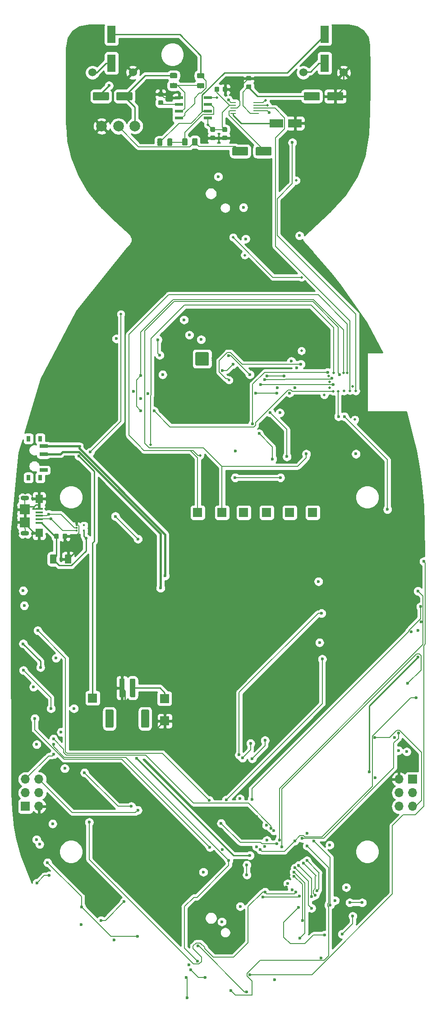
<source format=gbl>
G04 #@! TF.GenerationSoftware,KiCad,Pcbnew,(5.1.0-0)*
G04 #@! TF.CreationDate,2019-05-28T12:35:33-07:00*
G04 #@! TF.ProjectId,DC27-badge,44433237-2d62-4616-9467-652e6b696361,rev?*
G04 #@! TF.SameCoordinates,Original*
G04 #@! TF.FileFunction,Copper,L4,Bot*
G04 #@! TF.FilePolarity,Positive*
%FSLAX46Y46*%
G04 Gerber Fmt 4.6, Leading zero omitted, Abs format (unit mm)*
G04 Created by KiCad (PCBNEW (5.1.0-0)) date 2019-05-28 12:35:33*
%MOMM*%
%LPD*%
G04 APERTURE LIST*
%ADD10C,2.000000*%
%ADD11R,1.700000X1.700000*%
%ADD12O,1.700000X1.700000*%
%ADD13C,0.150000*%
%ADD14C,0.875000*%
%ADD15C,1.524000*%
%ADD16C,1.600000*%
%ADD17C,0.975000*%
%ADD18R,1.550000X0.600000*%
%ADD19R,0.450000X0.300000*%
%ADD20C,1.500000*%
%ADD21C,1.000000*%
%ADD22C,2.500000*%
%ADD23C,0.500000*%
%ADD24R,0.800000X1.000000*%
%ADD25R,1.500000X0.700000*%
%ADD26C,1.250000*%
%ADD27R,2.499360X1.597660*%
%ADD28R,1.597660X3.197860*%
%ADD29R,1.348740X0.398780*%
%ADD30O,1.597660X0.899160*%
%ADD31R,1.399540X1.597660*%
%ADD32R,1.899920X1.899920*%
%ADD33O,1.200000X0.500000*%
%ADD34R,1.100000X0.250000*%
%ADD35C,0.600000*%
%ADD36C,0.482600*%
%ADD37C,0.152400*%
%ADD38C,0.254000*%
%ADD39C,0.250000*%
%ADD40C,0.152000*%
%ADD41C,0.381000*%
G04 APERTURE END LIST*
D10*
X83325000Y-58800000D03*
X86475000Y-58825000D03*
X89575000Y-58775000D03*
D11*
X95170000Y-170250000D03*
X81640000Y-165940000D03*
X95130000Y-166020000D03*
X118628000Y-131186000D03*
X114310000Y-131186000D03*
X109992000Y-131186000D03*
X101356000Y-131186000D03*
X122946000Y-131186000D03*
X105928000Y-131186000D03*
D12*
X71565000Y-181145000D03*
X69025000Y-181145000D03*
X71565000Y-183685000D03*
X69025000Y-183685000D03*
X71565000Y-186225000D03*
D11*
X69025000Y-186225000D03*
D13*
G36*
X104477691Y-60563553D02*
G01*
X104498926Y-60566703D01*
X104519750Y-60571919D01*
X104539962Y-60579151D01*
X104559368Y-60588330D01*
X104577781Y-60599366D01*
X104595024Y-60612154D01*
X104610930Y-60626570D01*
X104625346Y-60642476D01*
X104638134Y-60659719D01*
X104649170Y-60678132D01*
X104658349Y-60697538D01*
X104665581Y-60717750D01*
X104670797Y-60738574D01*
X104673947Y-60759809D01*
X104675000Y-60781250D01*
X104675000Y-61218750D01*
X104673947Y-61240191D01*
X104670797Y-61261426D01*
X104665581Y-61282250D01*
X104658349Y-61302462D01*
X104649170Y-61321868D01*
X104638134Y-61340281D01*
X104625346Y-61357524D01*
X104610930Y-61373430D01*
X104595024Y-61387846D01*
X104577781Y-61400634D01*
X104559368Y-61411670D01*
X104539962Y-61420849D01*
X104519750Y-61428081D01*
X104498926Y-61433297D01*
X104477691Y-61436447D01*
X104456250Y-61437500D01*
X103943750Y-61437500D01*
X103922309Y-61436447D01*
X103901074Y-61433297D01*
X103880250Y-61428081D01*
X103860038Y-61420849D01*
X103840632Y-61411670D01*
X103822219Y-61400634D01*
X103804976Y-61387846D01*
X103789070Y-61373430D01*
X103774654Y-61357524D01*
X103761866Y-61340281D01*
X103750830Y-61321868D01*
X103741651Y-61302462D01*
X103734419Y-61282250D01*
X103729203Y-61261426D01*
X103726053Y-61240191D01*
X103725000Y-61218750D01*
X103725000Y-60781250D01*
X103726053Y-60759809D01*
X103729203Y-60738574D01*
X103734419Y-60717750D01*
X103741651Y-60697538D01*
X103750830Y-60678132D01*
X103761866Y-60659719D01*
X103774654Y-60642476D01*
X103789070Y-60626570D01*
X103804976Y-60612154D01*
X103822219Y-60599366D01*
X103840632Y-60588330D01*
X103860038Y-60579151D01*
X103880250Y-60571919D01*
X103901074Y-60566703D01*
X103922309Y-60563553D01*
X103943750Y-60562500D01*
X104456250Y-60562500D01*
X104477691Y-60563553D01*
X104477691Y-60563553D01*
G37*
D14*
X104200000Y-61000000D03*
D13*
G36*
X104477691Y-58988553D02*
G01*
X104498926Y-58991703D01*
X104519750Y-58996919D01*
X104539962Y-59004151D01*
X104559368Y-59013330D01*
X104577781Y-59024366D01*
X104595024Y-59037154D01*
X104610930Y-59051570D01*
X104625346Y-59067476D01*
X104638134Y-59084719D01*
X104649170Y-59103132D01*
X104658349Y-59122538D01*
X104665581Y-59142750D01*
X104670797Y-59163574D01*
X104673947Y-59184809D01*
X104675000Y-59206250D01*
X104675000Y-59643750D01*
X104673947Y-59665191D01*
X104670797Y-59686426D01*
X104665581Y-59707250D01*
X104658349Y-59727462D01*
X104649170Y-59746868D01*
X104638134Y-59765281D01*
X104625346Y-59782524D01*
X104610930Y-59798430D01*
X104595024Y-59812846D01*
X104577781Y-59825634D01*
X104559368Y-59836670D01*
X104539962Y-59845849D01*
X104519750Y-59853081D01*
X104498926Y-59858297D01*
X104477691Y-59861447D01*
X104456250Y-59862500D01*
X103943750Y-59862500D01*
X103922309Y-59861447D01*
X103901074Y-59858297D01*
X103880250Y-59853081D01*
X103860038Y-59845849D01*
X103840632Y-59836670D01*
X103822219Y-59825634D01*
X103804976Y-59812846D01*
X103789070Y-59798430D01*
X103774654Y-59782524D01*
X103761866Y-59765281D01*
X103750830Y-59746868D01*
X103741651Y-59727462D01*
X103734419Y-59707250D01*
X103729203Y-59686426D01*
X103726053Y-59665191D01*
X103725000Y-59643750D01*
X103725000Y-59206250D01*
X103726053Y-59184809D01*
X103729203Y-59163574D01*
X103734419Y-59142750D01*
X103741651Y-59122538D01*
X103750830Y-59103132D01*
X103761866Y-59084719D01*
X103774654Y-59067476D01*
X103789070Y-59051570D01*
X103804976Y-59037154D01*
X103822219Y-59024366D01*
X103840632Y-59013330D01*
X103860038Y-59004151D01*
X103880250Y-58996919D01*
X103901074Y-58991703D01*
X103922309Y-58988553D01*
X103943750Y-58987500D01*
X104456250Y-58987500D01*
X104477691Y-58988553D01*
X104477691Y-58988553D01*
G37*
D14*
X104200000Y-59425000D03*
D15*
X128800000Y-48750000D03*
X121200000Y-48750000D03*
X89200000Y-48750000D03*
X81600000Y-48750000D03*
D13*
G36*
X115024504Y-62701204D02*
G01*
X115048773Y-62704804D01*
X115072571Y-62710765D01*
X115095671Y-62719030D01*
X115117849Y-62729520D01*
X115138893Y-62742133D01*
X115158598Y-62756747D01*
X115176777Y-62773223D01*
X115193253Y-62791402D01*
X115207867Y-62811107D01*
X115220480Y-62832151D01*
X115230970Y-62854329D01*
X115239235Y-62877429D01*
X115245196Y-62901227D01*
X115248796Y-62925496D01*
X115250000Y-62950000D01*
X115250000Y-64050000D01*
X115248796Y-64074504D01*
X115245196Y-64098773D01*
X115239235Y-64122571D01*
X115230970Y-64145671D01*
X115220480Y-64167849D01*
X115207867Y-64188893D01*
X115193253Y-64208598D01*
X115176777Y-64226777D01*
X115158598Y-64243253D01*
X115138893Y-64257867D01*
X115117849Y-64270480D01*
X115095671Y-64280970D01*
X115072571Y-64289235D01*
X115048773Y-64295196D01*
X115024504Y-64298796D01*
X115000000Y-64300000D01*
X112500000Y-64300000D01*
X112475496Y-64298796D01*
X112451227Y-64295196D01*
X112427429Y-64289235D01*
X112404329Y-64280970D01*
X112382151Y-64270480D01*
X112361107Y-64257867D01*
X112341402Y-64243253D01*
X112323223Y-64226777D01*
X112306747Y-64208598D01*
X112292133Y-64188893D01*
X112279520Y-64167849D01*
X112269030Y-64145671D01*
X112260765Y-64122571D01*
X112254804Y-64098773D01*
X112251204Y-64074504D01*
X112250000Y-64050000D01*
X112250000Y-62950000D01*
X112251204Y-62925496D01*
X112254804Y-62901227D01*
X112260765Y-62877429D01*
X112269030Y-62854329D01*
X112279520Y-62832151D01*
X112292133Y-62811107D01*
X112306747Y-62791402D01*
X112323223Y-62773223D01*
X112341402Y-62756747D01*
X112361107Y-62742133D01*
X112382151Y-62729520D01*
X112404329Y-62719030D01*
X112427429Y-62710765D01*
X112451227Y-62704804D01*
X112475496Y-62701204D01*
X112500000Y-62700000D01*
X115000000Y-62700000D01*
X115024504Y-62701204D01*
X115024504Y-62701204D01*
G37*
D16*
X113750000Y-63500000D03*
D13*
G36*
X110624504Y-62701204D02*
G01*
X110648773Y-62704804D01*
X110672571Y-62710765D01*
X110695671Y-62719030D01*
X110717849Y-62729520D01*
X110738893Y-62742133D01*
X110758598Y-62756747D01*
X110776777Y-62773223D01*
X110793253Y-62791402D01*
X110807867Y-62811107D01*
X110820480Y-62832151D01*
X110830970Y-62854329D01*
X110839235Y-62877429D01*
X110845196Y-62901227D01*
X110848796Y-62925496D01*
X110850000Y-62950000D01*
X110850000Y-64050000D01*
X110848796Y-64074504D01*
X110845196Y-64098773D01*
X110839235Y-64122571D01*
X110830970Y-64145671D01*
X110820480Y-64167849D01*
X110807867Y-64188893D01*
X110793253Y-64208598D01*
X110776777Y-64226777D01*
X110758598Y-64243253D01*
X110738893Y-64257867D01*
X110717849Y-64270480D01*
X110695671Y-64280970D01*
X110672571Y-64289235D01*
X110648773Y-64295196D01*
X110624504Y-64298796D01*
X110600000Y-64300000D01*
X108100000Y-64300000D01*
X108075496Y-64298796D01*
X108051227Y-64295196D01*
X108027429Y-64289235D01*
X108004329Y-64280970D01*
X107982151Y-64270480D01*
X107961107Y-64257867D01*
X107941402Y-64243253D01*
X107923223Y-64226777D01*
X107906747Y-64208598D01*
X107892133Y-64188893D01*
X107879520Y-64167849D01*
X107869030Y-64145671D01*
X107860765Y-64122571D01*
X107854804Y-64098773D01*
X107851204Y-64074504D01*
X107850000Y-64050000D01*
X107850000Y-62950000D01*
X107851204Y-62925496D01*
X107854804Y-62901227D01*
X107860765Y-62877429D01*
X107869030Y-62854329D01*
X107879520Y-62832151D01*
X107892133Y-62811107D01*
X107906747Y-62791402D01*
X107923223Y-62773223D01*
X107941402Y-62756747D01*
X107961107Y-62742133D01*
X107982151Y-62729520D01*
X108004329Y-62719030D01*
X108027429Y-62710765D01*
X108051227Y-62704804D01*
X108075496Y-62701204D01*
X108100000Y-62700000D01*
X110600000Y-62700000D01*
X110624504Y-62701204D01*
X110624504Y-62701204D01*
G37*
D16*
X109350000Y-63500000D03*
D13*
G36*
X128474504Y-52401204D02*
G01*
X128498773Y-52404804D01*
X128522571Y-52410765D01*
X128545671Y-52419030D01*
X128567849Y-52429520D01*
X128588893Y-52442133D01*
X128608598Y-52456747D01*
X128626777Y-52473223D01*
X128643253Y-52491402D01*
X128657867Y-52511107D01*
X128670480Y-52532151D01*
X128680970Y-52554329D01*
X128689235Y-52577429D01*
X128695196Y-52601227D01*
X128698796Y-52625496D01*
X128700000Y-52650000D01*
X128700000Y-53750000D01*
X128698796Y-53774504D01*
X128695196Y-53798773D01*
X128689235Y-53822571D01*
X128680970Y-53845671D01*
X128670480Y-53867849D01*
X128657867Y-53888893D01*
X128643253Y-53908598D01*
X128626777Y-53926777D01*
X128608598Y-53943253D01*
X128588893Y-53957867D01*
X128567849Y-53970480D01*
X128545671Y-53980970D01*
X128522571Y-53989235D01*
X128498773Y-53995196D01*
X128474504Y-53998796D01*
X128450000Y-54000000D01*
X125950000Y-54000000D01*
X125925496Y-53998796D01*
X125901227Y-53995196D01*
X125877429Y-53989235D01*
X125854329Y-53980970D01*
X125832151Y-53970480D01*
X125811107Y-53957867D01*
X125791402Y-53943253D01*
X125773223Y-53926777D01*
X125756747Y-53908598D01*
X125742133Y-53888893D01*
X125729520Y-53867849D01*
X125719030Y-53845671D01*
X125710765Y-53822571D01*
X125704804Y-53798773D01*
X125701204Y-53774504D01*
X125700000Y-53750000D01*
X125700000Y-52650000D01*
X125701204Y-52625496D01*
X125704804Y-52601227D01*
X125710765Y-52577429D01*
X125719030Y-52554329D01*
X125729520Y-52532151D01*
X125742133Y-52511107D01*
X125756747Y-52491402D01*
X125773223Y-52473223D01*
X125791402Y-52456747D01*
X125811107Y-52442133D01*
X125832151Y-52429520D01*
X125854329Y-52419030D01*
X125877429Y-52410765D01*
X125901227Y-52404804D01*
X125925496Y-52401204D01*
X125950000Y-52400000D01*
X128450000Y-52400000D01*
X128474504Y-52401204D01*
X128474504Y-52401204D01*
G37*
D16*
X127200000Y-53200000D03*
D13*
G36*
X124074504Y-52401204D02*
G01*
X124098773Y-52404804D01*
X124122571Y-52410765D01*
X124145671Y-52419030D01*
X124167849Y-52429520D01*
X124188893Y-52442133D01*
X124208598Y-52456747D01*
X124226777Y-52473223D01*
X124243253Y-52491402D01*
X124257867Y-52511107D01*
X124270480Y-52532151D01*
X124280970Y-52554329D01*
X124289235Y-52577429D01*
X124295196Y-52601227D01*
X124298796Y-52625496D01*
X124300000Y-52650000D01*
X124300000Y-53750000D01*
X124298796Y-53774504D01*
X124295196Y-53798773D01*
X124289235Y-53822571D01*
X124280970Y-53845671D01*
X124270480Y-53867849D01*
X124257867Y-53888893D01*
X124243253Y-53908598D01*
X124226777Y-53926777D01*
X124208598Y-53943253D01*
X124188893Y-53957867D01*
X124167849Y-53970480D01*
X124145671Y-53980970D01*
X124122571Y-53989235D01*
X124098773Y-53995196D01*
X124074504Y-53998796D01*
X124050000Y-54000000D01*
X121550000Y-54000000D01*
X121525496Y-53998796D01*
X121501227Y-53995196D01*
X121477429Y-53989235D01*
X121454329Y-53980970D01*
X121432151Y-53970480D01*
X121411107Y-53957867D01*
X121391402Y-53943253D01*
X121373223Y-53926777D01*
X121356747Y-53908598D01*
X121342133Y-53888893D01*
X121329520Y-53867849D01*
X121319030Y-53845671D01*
X121310765Y-53822571D01*
X121304804Y-53798773D01*
X121301204Y-53774504D01*
X121300000Y-53750000D01*
X121300000Y-52650000D01*
X121301204Y-52625496D01*
X121304804Y-52601227D01*
X121310765Y-52577429D01*
X121319030Y-52554329D01*
X121329520Y-52532151D01*
X121342133Y-52511107D01*
X121356747Y-52491402D01*
X121373223Y-52473223D01*
X121391402Y-52456747D01*
X121411107Y-52442133D01*
X121432151Y-52429520D01*
X121454329Y-52419030D01*
X121477429Y-52410765D01*
X121501227Y-52404804D01*
X121525496Y-52401204D01*
X121550000Y-52400000D01*
X124050000Y-52400000D01*
X124074504Y-52401204D01*
X124074504Y-52401204D01*
G37*
D16*
X122800000Y-53200000D03*
D13*
G36*
X102420142Y-50733674D02*
G01*
X102443803Y-50737184D01*
X102467007Y-50742996D01*
X102489529Y-50751054D01*
X102511153Y-50761282D01*
X102531670Y-50773579D01*
X102550883Y-50787829D01*
X102568607Y-50803893D01*
X102584671Y-50821617D01*
X102598921Y-50840830D01*
X102611218Y-50861347D01*
X102621446Y-50882971D01*
X102629504Y-50905493D01*
X102635316Y-50928697D01*
X102638826Y-50952358D01*
X102640000Y-50976250D01*
X102640000Y-51463750D01*
X102638826Y-51487642D01*
X102635316Y-51511303D01*
X102629504Y-51534507D01*
X102621446Y-51557029D01*
X102611218Y-51578653D01*
X102598921Y-51599170D01*
X102584671Y-51618383D01*
X102568607Y-51636107D01*
X102550883Y-51652171D01*
X102531670Y-51666421D01*
X102511153Y-51678718D01*
X102489529Y-51688946D01*
X102467007Y-51697004D01*
X102443803Y-51702816D01*
X102420142Y-51706326D01*
X102396250Y-51707500D01*
X101483750Y-51707500D01*
X101459858Y-51706326D01*
X101436197Y-51702816D01*
X101412993Y-51697004D01*
X101390471Y-51688946D01*
X101368847Y-51678718D01*
X101348330Y-51666421D01*
X101329117Y-51652171D01*
X101311393Y-51636107D01*
X101295329Y-51618383D01*
X101281079Y-51599170D01*
X101268782Y-51578653D01*
X101258554Y-51557029D01*
X101250496Y-51534507D01*
X101244684Y-51511303D01*
X101241174Y-51487642D01*
X101240000Y-51463750D01*
X101240000Y-50976250D01*
X101241174Y-50952358D01*
X101244684Y-50928697D01*
X101250496Y-50905493D01*
X101258554Y-50882971D01*
X101268782Y-50861347D01*
X101281079Y-50840830D01*
X101295329Y-50821617D01*
X101311393Y-50803893D01*
X101329117Y-50787829D01*
X101348330Y-50773579D01*
X101368847Y-50761282D01*
X101390471Y-50751054D01*
X101412993Y-50742996D01*
X101436197Y-50737184D01*
X101459858Y-50733674D01*
X101483750Y-50732500D01*
X102396250Y-50732500D01*
X102420142Y-50733674D01*
X102420142Y-50733674D01*
G37*
D17*
X101940000Y-51220000D03*
D13*
G36*
X102420142Y-48858674D02*
G01*
X102443803Y-48862184D01*
X102467007Y-48867996D01*
X102489529Y-48876054D01*
X102511153Y-48886282D01*
X102531670Y-48898579D01*
X102550883Y-48912829D01*
X102568607Y-48928893D01*
X102584671Y-48946617D01*
X102598921Y-48965830D01*
X102611218Y-48986347D01*
X102621446Y-49007971D01*
X102629504Y-49030493D01*
X102635316Y-49053697D01*
X102638826Y-49077358D01*
X102640000Y-49101250D01*
X102640000Y-49588750D01*
X102638826Y-49612642D01*
X102635316Y-49636303D01*
X102629504Y-49659507D01*
X102621446Y-49682029D01*
X102611218Y-49703653D01*
X102598921Y-49724170D01*
X102584671Y-49743383D01*
X102568607Y-49761107D01*
X102550883Y-49777171D01*
X102531670Y-49791421D01*
X102511153Y-49803718D01*
X102489529Y-49813946D01*
X102467007Y-49822004D01*
X102443803Y-49827816D01*
X102420142Y-49831326D01*
X102396250Y-49832500D01*
X101483750Y-49832500D01*
X101459858Y-49831326D01*
X101436197Y-49827816D01*
X101412993Y-49822004D01*
X101390471Y-49813946D01*
X101368847Y-49803718D01*
X101348330Y-49791421D01*
X101329117Y-49777171D01*
X101311393Y-49761107D01*
X101295329Y-49743383D01*
X101281079Y-49724170D01*
X101268782Y-49703653D01*
X101258554Y-49682029D01*
X101250496Y-49659507D01*
X101244684Y-49636303D01*
X101241174Y-49612642D01*
X101240000Y-49588750D01*
X101240000Y-49101250D01*
X101241174Y-49077358D01*
X101244684Y-49053697D01*
X101250496Y-49030493D01*
X101258554Y-49007971D01*
X101268782Y-48986347D01*
X101281079Y-48965830D01*
X101295329Y-48946617D01*
X101311393Y-48928893D01*
X101329117Y-48912829D01*
X101348330Y-48898579D01*
X101368847Y-48886282D01*
X101390471Y-48876054D01*
X101412993Y-48867996D01*
X101436197Y-48862184D01*
X101459858Y-48858674D01*
X101483750Y-48857500D01*
X102396250Y-48857500D01*
X102420142Y-48858674D01*
X102420142Y-48858674D01*
G37*
D17*
X101940000Y-49345000D03*
D18*
X103300000Y-57305000D03*
X103300000Y-56035000D03*
X103300000Y-54765000D03*
X103300000Y-53495000D03*
X97900000Y-53495000D03*
X97900000Y-54765000D03*
X97900000Y-56035000D03*
X97900000Y-57305000D03*
D13*
G36*
X84474504Y-52401204D02*
G01*
X84498773Y-52404804D01*
X84522571Y-52410765D01*
X84545671Y-52419030D01*
X84567849Y-52429520D01*
X84588893Y-52442133D01*
X84608598Y-52456747D01*
X84626777Y-52473223D01*
X84643253Y-52491402D01*
X84657867Y-52511107D01*
X84670480Y-52532151D01*
X84680970Y-52554329D01*
X84689235Y-52577429D01*
X84695196Y-52601227D01*
X84698796Y-52625496D01*
X84700000Y-52650000D01*
X84700000Y-53750000D01*
X84698796Y-53774504D01*
X84695196Y-53798773D01*
X84689235Y-53822571D01*
X84680970Y-53845671D01*
X84670480Y-53867849D01*
X84657867Y-53888893D01*
X84643253Y-53908598D01*
X84626777Y-53926777D01*
X84608598Y-53943253D01*
X84588893Y-53957867D01*
X84567849Y-53970480D01*
X84545671Y-53980970D01*
X84522571Y-53989235D01*
X84498773Y-53995196D01*
X84474504Y-53998796D01*
X84450000Y-54000000D01*
X81950000Y-54000000D01*
X81925496Y-53998796D01*
X81901227Y-53995196D01*
X81877429Y-53989235D01*
X81854329Y-53980970D01*
X81832151Y-53970480D01*
X81811107Y-53957867D01*
X81791402Y-53943253D01*
X81773223Y-53926777D01*
X81756747Y-53908598D01*
X81742133Y-53888893D01*
X81729520Y-53867849D01*
X81719030Y-53845671D01*
X81710765Y-53822571D01*
X81704804Y-53798773D01*
X81701204Y-53774504D01*
X81700000Y-53750000D01*
X81700000Y-52650000D01*
X81701204Y-52625496D01*
X81704804Y-52601227D01*
X81710765Y-52577429D01*
X81719030Y-52554329D01*
X81729520Y-52532151D01*
X81742133Y-52511107D01*
X81756747Y-52491402D01*
X81773223Y-52473223D01*
X81791402Y-52456747D01*
X81811107Y-52442133D01*
X81832151Y-52429520D01*
X81854329Y-52419030D01*
X81877429Y-52410765D01*
X81901227Y-52404804D01*
X81925496Y-52401204D01*
X81950000Y-52400000D01*
X84450000Y-52400000D01*
X84474504Y-52401204D01*
X84474504Y-52401204D01*
G37*
D16*
X83200000Y-53200000D03*
D13*
G36*
X88874504Y-52401204D02*
G01*
X88898773Y-52404804D01*
X88922571Y-52410765D01*
X88945671Y-52419030D01*
X88967849Y-52429520D01*
X88988893Y-52442133D01*
X89008598Y-52456747D01*
X89026777Y-52473223D01*
X89043253Y-52491402D01*
X89057867Y-52511107D01*
X89070480Y-52532151D01*
X89080970Y-52554329D01*
X89089235Y-52577429D01*
X89095196Y-52601227D01*
X89098796Y-52625496D01*
X89100000Y-52650000D01*
X89100000Y-53750000D01*
X89098796Y-53774504D01*
X89095196Y-53798773D01*
X89089235Y-53822571D01*
X89080970Y-53845671D01*
X89070480Y-53867849D01*
X89057867Y-53888893D01*
X89043253Y-53908598D01*
X89026777Y-53926777D01*
X89008598Y-53943253D01*
X88988893Y-53957867D01*
X88967849Y-53970480D01*
X88945671Y-53980970D01*
X88922571Y-53989235D01*
X88898773Y-53995196D01*
X88874504Y-53998796D01*
X88850000Y-54000000D01*
X86350000Y-54000000D01*
X86325496Y-53998796D01*
X86301227Y-53995196D01*
X86277429Y-53989235D01*
X86254329Y-53980970D01*
X86232151Y-53970480D01*
X86211107Y-53957867D01*
X86191402Y-53943253D01*
X86173223Y-53926777D01*
X86156747Y-53908598D01*
X86142133Y-53888893D01*
X86129520Y-53867849D01*
X86119030Y-53845671D01*
X86110765Y-53822571D01*
X86104804Y-53798773D01*
X86101204Y-53774504D01*
X86100000Y-53750000D01*
X86100000Y-52650000D01*
X86101204Y-52625496D01*
X86104804Y-52601227D01*
X86110765Y-52577429D01*
X86119030Y-52554329D01*
X86129520Y-52532151D01*
X86142133Y-52511107D01*
X86156747Y-52491402D01*
X86173223Y-52473223D01*
X86191402Y-52456747D01*
X86211107Y-52442133D01*
X86232151Y-52429520D01*
X86254329Y-52419030D01*
X86277429Y-52410765D01*
X86301227Y-52404804D01*
X86325496Y-52401204D01*
X86350000Y-52400000D01*
X88850000Y-52400000D01*
X88874504Y-52401204D01*
X88874504Y-52401204D01*
G37*
D16*
X87600000Y-53200000D03*
D13*
G36*
X96405142Y-61101174D02*
G01*
X96428803Y-61104684D01*
X96452007Y-61110496D01*
X96474529Y-61118554D01*
X96496153Y-61128782D01*
X96516670Y-61141079D01*
X96535883Y-61155329D01*
X96553607Y-61171393D01*
X96569671Y-61189117D01*
X96583921Y-61208330D01*
X96596218Y-61228847D01*
X96606446Y-61250471D01*
X96614504Y-61272993D01*
X96620316Y-61296197D01*
X96623826Y-61319858D01*
X96625000Y-61343750D01*
X96625000Y-62256250D01*
X96623826Y-62280142D01*
X96620316Y-62303803D01*
X96614504Y-62327007D01*
X96606446Y-62349529D01*
X96596218Y-62371153D01*
X96583921Y-62391670D01*
X96569671Y-62410883D01*
X96553607Y-62428607D01*
X96535883Y-62444671D01*
X96516670Y-62458921D01*
X96496153Y-62471218D01*
X96474529Y-62481446D01*
X96452007Y-62489504D01*
X96428803Y-62495316D01*
X96405142Y-62498826D01*
X96381250Y-62500000D01*
X95893750Y-62500000D01*
X95869858Y-62498826D01*
X95846197Y-62495316D01*
X95822993Y-62489504D01*
X95800471Y-62481446D01*
X95778847Y-62471218D01*
X95758330Y-62458921D01*
X95739117Y-62444671D01*
X95721393Y-62428607D01*
X95705329Y-62410883D01*
X95691079Y-62391670D01*
X95678782Y-62371153D01*
X95668554Y-62349529D01*
X95660496Y-62327007D01*
X95654684Y-62303803D01*
X95651174Y-62280142D01*
X95650000Y-62256250D01*
X95650000Y-61343750D01*
X95651174Y-61319858D01*
X95654684Y-61296197D01*
X95660496Y-61272993D01*
X95668554Y-61250471D01*
X95678782Y-61228847D01*
X95691079Y-61208330D01*
X95705329Y-61189117D01*
X95721393Y-61171393D01*
X95739117Y-61155329D01*
X95758330Y-61141079D01*
X95778847Y-61128782D01*
X95800471Y-61118554D01*
X95822993Y-61110496D01*
X95846197Y-61104684D01*
X95869858Y-61101174D01*
X95893750Y-61100000D01*
X96381250Y-61100000D01*
X96405142Y-61101174D01*
X96405142Y-61101174D01*
G37*
D17*
X96137500Y-61800000D03*
D13*
G36*
X94530142Y-61101174D02*
G01*
X94553803Y-61104684D01*
X94577007Y-61110496D01*
X94599529Y-61118554D01*
X94621153Y-61128782D01*
X94641670Y-61141079D01*
X94660883Y-61155329D01*
X94678607Y-61171393D01*
X94694671Y-61189117D01*
X94708921Y-61208330D01*
X94721218Y-61228847D01*
X94731446Y-61250471D01*
X94739504Y-61272993D01*
X94745316Y-61296197D01*
X94748826Y-61319858D01*
X94750000Y-61343750D01*
X94750000Y-62256250D01*
X94748826Y-62280142D01*
X94745316Y-62303803D01*
X94739504Y-62327007D01*
X94731446Y-62349529D01*
X94721218Y-62371153D01*
X94708921Y-62391670D01*
X94694671Y-62410883D01*
X94678607Y-62428607D01*
X94660883Y-62444671D01*
X94641670Y-62458921D01*
X94621153Y-62471218D01*
X94599529Y-62481446D01*
X94577007Y-62489504D01*
X94553803Y-62495316D01*
X94530142Y-62498826D01*
X94506250Y-62500000D01*
X94018750Y-62500000D01*
X93994858Y-62498826D01*
X93971197Y-62495316D01*
X93947993Y-62489504D01*
X93925471Y-62481446D01*
X93903847Y-62471218D01*
X93883330Y-62458921D01*
X93864117Y-62444671D01*
X93846393Y-62428607D01*
X93830329Y-62410883D01*
X93816079Y-62391670D01*
X93803782Y-62371153D01*
X93793554Y-62349529D01*
X93785496Y-62327007D01*
X93779684Y-62303803D01*
X93776174Y-62280142D01*
X93775000Y-62256250D01*
X93775000Y-61343750D01*
X93776174Y-61319858D01*
X93779684Y-61296197D01*
X93785496Y-61272993D01*
X93793554Y-61250471D01*
X93803782Y-61228847D01*
X93816079Y-61208330D01*
X93830329Y-61189117D01*
X93846393Y-61171393D01*
X93864117Y-61155329D01*
X93883330Y-61141079D01*
X93903847Y-61128782D01*
X93925471Y-61118554D01*
X93947993Y-61110496D01*
X93971197Y-61104684D01*
X93994858Y-61101174D01*
X94018750Y-61100000D01*
X94506250Y-61100000D01*
X94530142Y-61101174D01*
X94530142Y-61101174D01*
G37*
D17*
X94262500Y-61800000D03*
D13*
G36*
X97310142Y-48838674D02*
G01*
X97333803Y-48842184D01*
X97357007Y-48847996D01*
X97379529Y-48856054D01*
X97401153Y-48866282D01*
X97421670Y-48878579D01*
X97440883Y-48892829D01*
X97458607Y-48908893D01*
X97474671Y-48926617D01*
X97488921Y-48945830D01*
X97501218Y-48966347D01*
X97511446Y-48987971D01*
X97519504Y-49010493D01*
X97525316Y-49033697D01*
X97528826Y-49057358D01*
X97530000Y-49081250D01*
X97530000Y-49568750D01*
X97528826Y-49592642D01*
X97525316Y-49616303D01*
X97519504Y-49639507D01*
X97511446Y-49662029D01*
X97501218Y-49683653D01*
X97488921Y-49704170D01*
X97474671Y-49723383D01*
X97458607Y-49741107D01*
X97440883Y-49757171D01*
X97421670Y-49771421D01*
X97401153Y-49783718D01*
X97379529Y-49793946D01*
X97357007Y-49802004D01*
X97333803Y-49807816D01*
X97310142Y-49811326D01*
X97286250Y-49812500D01*
X96373750Y-49812500D01*
X96349858Y-49811326D01*
X96326197Y-49807816D01*
X96302993Y-49802004D01*
X96280471Y-49793946D01*
X96258847Y-49783718D01*
X96238330Y-49771421D01*
X96219117Y-49757171D01*
X96201393Y-49741107D01*
X96185329Y-49723383D01*
X96171079Y-49704170D01*
X96158782Y-49683653D01*
X96148554Y-49662029D01*
X96140496Y-49639507D01*
X96134684Y-49616303D01*
X96131174Y-49592642D01*
X96130000Y-49568750D01*
X96130000Y-49081250D01*
X96131174Y-49057358D01*
X96134684Y-49033697D01*
X96140496Y-49010493D01*
X96148554Y-48987971D01*
X96158782Y-48966347D01*
X96171079Y-48945830D01*
X96185329Y-48926617D01*
X96201393Y-48908893D01*
X96219117Y-48892829D01*
X96238330Y-48878579D01*
X96258847Y-48866282D01*
X96280471Y-48856054D01*
X96302993Y-48847996D01*
X96326197Y-48842184D01*
X96349858Y-48838674D01*
X96373750Y-48837500D01*
X97286250Y-48837500D01*
X97310142Y-48838674D01*
X97310142Y-48838674D01*
G37*
D17*
X96830000Y-49325000D03*
D13*
G36*
X97310142Y-50713674D02*
G01*
X97333803Y-50717184D01*
X97357007Y-50722996D01*
X97379529Y-50731054D01*
X97401153Y-50741282D01*
X97421670Y-50753579D01*
X97440883Y-50767829D01*
X97458607Y-50783893D01*
X97474671Y-50801617D01*
X97488921Y-50820830D01*
X97501218Y-50841347D01*
X97511446Y-50862971D01*
X97519504Y-50885493D01*
X97525316Y-50908697D01*
X97528826Y-50932358D01*
X97530000Y-50956250D01*
X97530000Y-51443750D01*
X97528826Y-51467642D01*
X97525316Y-51491303D01*
X97519504Y-51514507D01*
X97511446Y-51537029D01*
X97501218Y-51558653D01*
X97488921Y-51579170D01*
X97474671Y-51598383D01*
X97458607Y-51616107D01*
X97440883Y-51632171D01*
X97421670Y-51646421D01*
X97401153Y-51658718D01*
X97379529Y-51668946D01*
X97357007Y-51677004D01*
X97333803Y-51682816D01*
X97310142Y-51686326D01*
X97286250Y-51687500D01*
X96373750Y-51687500D01*
X96349858Y-51686326D01*
X96326197Y-51682816D01*
X96302993Y-51677004D01*
X96280471Y-51668946D01*
X96258847Y-51658718D01*
X96238330Y-51646421D01*
X96219117Y-51632171D01*
X96201393Y-51616107D01*
X96185329Y-51598383D01*
X96171079Y-51579170D01*
X96158782Y-51558653D01*
X96148554Y-51537029D01*
X96140496Y-51514507D01*
X96134684Y-51491303D01*
X96131174Y-51467642D01*
X96130000Y-51443750D01*
X96130000Y-50956250D01*
X96131174Y-50932358D01*
X96134684Y-50908697D01*
X96140496Y-50885493D01*
X96148554Y-50862971D01*
X96158782Y-50841347D01*
X96171079Y-50820830D01*
X96185329Y-50801617D01*
X96201393Y-50783893D01*
X96219117Y-50767829D01*
X96238330Y-50753579D01*
X96258847Y-50741282D01*
X96280471Y-50731054D01*
X96302993Y-50722996D01*
X96326197Y-50717184D01*
X96349858Y-50713674D01*
X96373750Y-50712500D01*
X97286250Y-50712500D01*
X97310142Y-50713674D01*
X97310142Y-50713674D01*
G37*
D17*
X96830000Y-51200000D03*
D13*
G36*
X101105142Y-61051174D02*
G01*
X101128803Y-61054684D01*
X101152007Y-61060496D01*
X101174529Y-61068554D01*
X101196153Y-61078782D01*
X101216670Y-61091079D01*
X101235883Y-61105329D01*
X101253607Y-61121393D01*
X101269671Y-61139117D01*
X101283921Y-61158330D01*
X101296218Y-61178847D01*
X101306446Y-61200471D01*
X101314504Y-61222993D01*
X101320316Y-61246197D01*
X101323826Y-61269858D01*
X101325000Y-61293750D01*
X101325000Y-62206250D01*
X101323826Y-62230142D01*
X101320316Y-62253803D01*
X101314504Y-62277007D01*
X101306446Y-62299529D01*
X101296218Y-62321153D01*
X101283921Y-62341670D01*
X101269671Y-62360883D01*
X101253607Y-62378607D01*
X101235883Y-62394671D01*
X101216670Y-62408921D01*
X101196153Y-62421218D01*
X101174529Y-62431446D01*
X101152007Y-62439504D01*
X101128803Y-62445316D01*
X101105142Y-62448826D01*
X101081250Y-62450000D01*
X100593750Y-62450000D01*
X100569858Y-62448826D01*
X100546197Y-62445316D01*
X100522993Y-62439504D01*
X100500471Y-62431446D01*
X100478847Y-62421218D01*
X100458330Y-62408921D01*
X100439117Y-62394671D01*
X100421393Y-62378607D01*
X100405329Y-62360883D01*
X100391079Y-62341670D01*
X100378782Y-62321153D01*
X100368554Y-62299529D01*
X100360496Y-62277007D01*
X100354684Y-62253803D01*
X100351174Y-62230142D01*
X100350000Y-62206250D01*
X100350000Y-61293750D01*
X100351174Y-61269858D01*
X100354684Y-61246197D01*
X100360496Y-61222993D01*
X100368554Y-61200471D01*
X100378782Y-61178847D01*
X100391079Y-61158330D01*
X100405329Y-61139117D01*
X100421393Y-61121393D01*
X100439117Y-61105329D01*
X100458330Y-61091079D01*
X100478847Y-61078782D01*
X100500471Y-61068554D01*
X100522993Y-61060496D01*
X100546197Y-61054684D01*
X100569858Y-61051174D01*
X100593750Y-61050000D01*
X101081250Y-61050000D01*
X101105142Y-61051174D01*
X101105142Y-61051174D01*
G37*
D17*
X100837500Y-61750000D03*
D13*
G36*
X99230142Y-61051174D02*
G01*
X99253803Y-61054684D01*
X99277007Y-61060496D01*
X99299529Y-61068554D01*
X99321153Y-61078782D01*
X99341670Y-61091079D01*
X99360883Y-61105329D01*
X99378607Y-61121393D01*
X99394671Y-61139117D01*
X99408921Y-61158330D01*
X99421218Y-61178847D01*
X99431446Y-61200471D01*
X99439504Y-61222993D01*
X99445316Y-61246197D01*
X99448826Y-61269858D01*
X99450000Y-61293750D01*
X99450000Y-62206250D01*
X99448826Y-62230142D01*
X99445316Y-62253803D01*
X99439504Y-62277007D01*
X99431446Y-62299529D01*
X99421218Y-62321153D01*
X99408921Y-62341670D01*
X99394671Y-62360883D01*
X99378607Y-62378607D01*
X99360883Y-62394671D01*
X99341670Y-62408921D01*
X99321153Y-62421218D01*
X99299529Y-62431446D01*
X99277007Y-62439504D01*
X99253803Y-62445316D01*
X99230142Y-62448826D01*
X99206250Y-62450000D01*
X98718750Y-62450000D01*
X98694858Y-62448826D01*
X98671197Y-62445316D01*
X98647993Y-62439504D01*
X98625471Y-62431446D01*
X98603847Y-62421218D01*
X98583330Y-62408921D01*
X98564117Y-62394671D01*
X98546393Y-62378607D01*
X98530329Y-62360883D01*
X98516079Y-62341670D01*
X98503782Y-62321153D01*
X98493554Y-62299529D01*
X98485496Y-62277007D01*
X98479684Y-62253803D01*
X98476174Y-62230142D01*
X98475000Y-62206250D01*
X98475000Y-61293750D01*
X98476174Y-61269858D01*
X98479684Y-61246197D01*
X98485496Y-61222993D01*
X98493554Y-61200471D01*
X98503782Y-61178847D01*
X98516079Y-61158330D01*
X98530329Y-61139117D01*
X98546393Y-61121393D01*
X98564117Y-61105329D01*
X98583330Y-61091079D01*
X98603847Y-61078782D01*
X98625471Y-61068554D01*
X98647993Y-61060496D01*
X98671197Y-61054684D01*
X98694858Y-61051174D01*
X98718750Y-61050000D01*
X99206250Y-61050000D01*
X99230142Y-61051174D01*
X99230142Y-61051174D01*
G37*
D17*
X98962500Y-61750000D03*
D19*
X80000000Y-133580000D03*
X78600000Y-134080000D03*
X80000000Y-134580000D03*
X78600000Y-133580000D03*
X78600000Y-134580000D03*
D13*
G36*
X85324504Y-168101204D02*
G01*
X85348773Y-168104804D01*
X85372571Y-168110765D01*
X85395671Y-168119030D01*
X85417849Y-168129520D01*
X85438893Y-168142133D01*
X85458598Y-168156747D01*
X85476777Y-168173223D01*
X85493253Y-168191402D01*
X85507867Y-168211107D01*
X85520480Y-168232151D01*
X85530970Y-168254329D01*
X85539235Y-168277429D01*
X85545196Y-168301227D01*
X85548796Y-168325496D01*
X85550000Y-168350000D01*
X85550000Y-171250000D01*
X85548796Y-171274504D01*
X85545196Y-171298773D01*
X85539235Y-171322571D01*
X85530970Y-171345671D01*
X85520480Y-171367849D01*
X85507867Y-171388893D01*
X85493253Y-171408598D01*
X85476777Y-171426777D01*
X85458598Y-171443253D01*
X85438893Y-171457867D01*
X85417849Y-171470480D01*
X85395671Y-171480970D01*
X85372571Y-171489235D01*
X85348773Y-171495196D01*
X85324504Y-171498796D01*
X85300000Y-171500000D01*
X84300000Y-171500000D01*
X84275496Y-171498796D01*
X84251227Y-171495196D01*
X84227429Y-171489235D01*
X84204329Y-171480970D01*
X84182151Y-171470480D01*
X84161107Y-171457867D01*
X84141402Y-171443253D01*
X84123223Y-171426777D01*
X84106747Y-171408598D01*
X84092133Y-171388893D01*
X84079520Y-171367849D01*
X84069030Y-171345671D01*
X84060765Y-171322571D01*
X84054804Y-171298773D01*
X84051204Y-171274504D01*
X84050000Y-171250000D01*
X84050000Y-168350000D01*
X84051204Y-168325496D01*
X84054804Y-168301227D01*
X84060765Y-168277429D01*
X84069030Y-168254329D01*
X84079520Y-168232151D01*
X84092133Y-168211107D01*
X84106747Y-168191402D01*
X84123223Y-168173223D01*
X84141402Y-168156747D01*
X84161107Y-168142133D01*
X84182151Y-168129520D01*
X84204329Y-168119030D01*
X84227429Y-168110765D01*
X84251227Y-168104804D01*
X84275496Y-168101204D01*
X84300000Y-168100000D01*
X85300000Y-168100000D01*
X85324504Y-168101204D01*
X85324504Y-168101204D01*
G37*
D20*
X84800000Y-169800000D03*
D13*
G36*
X92024504Y-168101204D02*
G01*
X92048773Y-168104804D01*
X92072571Y-168110765D01*
X92095671Y-168119030D01*
X92117849Y-168129520D01*
X92138893Y-168142133D01*
X92158598Y-168156747D01*
X92176777Y-168173223D01*
X92193253Y-168191402D01*
X92207867Y-168211107D01*
X92220480Y-168232151D01*
X92230970Y-168254329D01*
X92239235Y-168277429D01*
X92245196Y-168301227D01*
X92248796Y-168325496D01*
X92250000Y-168350000D01*
X92250000Y-171250000D01*
X92248796Y-171274504D01*
X92245196Y-171298773D01*
X92239235Y-171322571D01*
X92230970Y-171345671D01*
X92220480Y-171367849D01*
X92207867Y-171388893D01*
X92193253Y-171408598D01*
X92176777Y-171426777D01*
X92158598Y-171443253D01*
X92138893Y-171457867D01*
X92117849Y-171470480D01*
X92095671Y-171480970D01*
X92072571Y-171489235D01*
X92048773Y-171495196D01*
X92024504Y-171498796D01*
X92000000Y-171500000D01*
X91000000Y-171500000D01*
X90975496Y-171498796D01*
X90951227Y-171495196D01*
X90927429Y-171489235D01*
X90904329Y-171480970D01*
X90882151Y-171470480D01*
X90861107Y-171457867D01*
X90841402Y-171443253D01*
X90823223Y-171426777D01*
X90806747Y-171408598D01*
X90792133Y-171388893D01*
X90779520Y-171367849D01*
X90769030Y-171345671D01*
X90760765Y-171322571D01*
X90754804Y-171298773D01*
X90751204Y-171274504D01*
X90750000Y-171250000D01*
X90750000Y-168350000D01*
X90751204Y-168325496D01*
X90754804Y-168301227D01*
X90760765Y-168277429D01*
X90769030Y-168254329D01*
X90779520Y-168232151D01*
X90792133Y-168211107D01*
X90806747Y-168191402D01*
X90823223Y-168173223D01*
X90841402Y-168156747D01*
X90861107Y-168142133D01*
X90882151Y-168129520D01*
X90904329Y-168119030D01*
X90927429Y-168110765D01*
X90951227Y-168104804D01*
X90975496Y-168101204D01*
X91000000Y-168100000D01*
X92000000Y-168100000D01*
X92024504Y-168101204D01*
X92024504Y-168101204D01*
G37*
D20*
X91500000Y-169800000D03*
D13*
G36*
X87424504Y-162301204D02*
G01*
X87448773Y-162304804D01*
X87472571Y-162310765D01*
X87495671Y-162319030D01*
X87517849Y-162329520D01*
X87538893Y-162342133D01*
X87558598Y-162356747D01*
X87576777Y-162373223D01*
X87593253Y-162391402D01*
X87607867Y-162411107D01*
X87620480Y-162432151D01*
X87630970Y-162454329D01*
X87639235Y-162477429D01*
X87645196Y-162501227D01*
X87648796Y-162525496D01*
X87650000Y-162550000D01*
X87650000Y-165550000D01*
X87648796Y-165574504D01*
X87645196Y-165598773D01*
X87639235Y-165622571D01*
X87630970Y-165645671D01*
X87620480Y-165667849D01*
X87607867Y-165688893D01*
X87593253Y-165708598D01*
X87576777Y-165726777D01*
X87558598Y-165743253D01*
X87538893Y-165757867D01*
X87517849Y-165770480D01*
X87495671Y-165780970D01*
X87472571Y-165789235D01*
X87448773Y-165795196D01*
X87424504Y-165798796D01*
X87400000Y-165800000D01*
X86900000Y-165800000D01*
X86875496Y-165798796D01*
X86851227Y-165795196D01*
X86827429Y-165789235D01*
X86804329Y-165780970D01*
X86782151Y-165770480D01*
X86761107Y-165757867D01*
X86741402Y-165743253D01*
X86723223Y-165726777D01*
X86706747Y-165708598D01*
X86692133Y-165688893D01*
X86679520Y-165667849D01*
X86669030Y-165645671D01*
X86660765Y-165622571D01*
X86654804Y-165598773D01*
X86651204Y-165574504D01*
X86650000Y-165550000D01*
X86650000Y-162550000D01*
X86651204Y-162525496D01*
X86654804Y-162501227D01*
X86660765Y-162477429D01*
X86669030Y-162454329D01*
X86679520Y-162432151D01*
X86692133Y-162411107D01*
X86706747Y-162391402D01*
X86723223Y-162373223D01*
X86741402Y-162356747D01*
X86761107Y-162342133D01*
X86782151Y-162329520D01*
X86804329Y-162319030D01*
X86827429Y-162310765D01*
X86851227Y-162304804D01*
X86875496Y-162301204D01*
X86900000Y-162300000D01*
X87400000Y-162300000D01*
X87424504Y-162301204D01*
X87424504Y-162301204D01*
G37*
D21*
X87150000Y-164050000D03*
D13*
G36*
X89424504Y-162301204D02*
G01*
X89448773Y-162304804D01*
X89472571Y-162310765D01*
X89495671Y-162319030D01*
X89517849Y-162329520D01*
X89538893Y-162342133D01*
X89558598Y-162356747D01*
X89576777Y-162373223D01*
X89593253Y-162391402D01*
X89607867Y-162411107D01*
X89620480Y-162432151D01*
X89630970Y-162454329D01*
X89639235Y-162477429D01*
X89645196Y-162501227D01*
X89648796Y-162525496D01*
X89650000Y-162550000D01*
X89650000Y-165550000D01*
X89648796Y-165574504D01*
X89645196Y-165598773D01*
X89639235Y-165622571D01*
X89630970Y-165645671D01*
X89620480Y-165667849D01*
X89607867Y-165688893D01*
X89593253Y-165708598D01*
X89576777Y-165726777D01*
X89558598Y-165743253D01*
X89538893Y-165757867D01*
X89517849Y-165770480D01*
X89495671Y-165780970D01*
X89472571Y-165789235D01*
X89448773Y-165795196D01*
X89424504Y-165798796D01*
X89400000Y-165800000D01*
X88900000Y-165800000D01*
X88875496Y-165798796D01*
X88851227Y-165795196D01*
X88827429Y-165789235D01*
X88804329Y-165780970D01*
X88782151Y-165770480D01*
X88761107Y-165757867D01*
X88741402Y-165743253D01*
X88723223Y-165726777D01*
X88706747Y-165708598D01*
X88692133Y-165688893D01*
X88679520Y-165667849D01*
X88669030Y-165645671D01*
X88660765Y-165622571D01*
X88654804Y-165598773D01*
X88651204Y-165574504D01*
X88650000Y-165550000D01*
X88650000Y-162550000D01*
X88651204Y-162525496D01*
X88654804Y-162501227D01*
X88660765Y-162477429D01*
X88669030Y-162454329D01*
X88679520Y-162432151D01*
X88692133Y-162411107D01*
X88706747Y-162391402D01*
X88723223Y-162373223D01*
X88741402Y-162356747D01*
X88761107Y-162342133D01*
X88782151Y-162329520D01*
X88804329Y-162319030D01*
X88827429Y-162310765D01*
X88851227Y-162304804D01*
X88875496Y-162301204D01*
X88900000Y-162300000D01*
X89400000Y-162300000D01*
X89424504Y-162301204D01*
X89424504Y-162301204D01*
G37*
D21*
X89150000Y-164050000D03*
D13*
G36*
X103224504Y-101151204D02*
G01*
X103248773Y-101154804D01*
X103272571Y-101160765D01*
X103295671Y-101169030D01*
X103317849Y-101179520D01*
X103338893Y-101192133D01*
X103358598Y-101206747D01*
X103376777Y-101223223D01*
X103393253Y-101241402D01*
X103407867Y-101261107D01*
X103420480Y-101282151D01*
X103430970Y-101304329D01*
X103439235Y-101327429D01*
X103445196Y-101351227D01*
X103448796Y-101375496D01*
X103450000Y-101400000D01*
X103450000Y-103400000D01*
X103448796Y-103424504D01*
X103445196Y-103448773D01*
X103439235Y-103472571D01*
X103430970Y-103495671D01*
X103420480Y-103517849D01*
X103407867Y-103538893D01*
X103393253Y-103558598D01*
X103376777Y-103576777D01*
X103358598Y-103593253D01*
X103338893Y-103607867D01*
X103317849Y-103620480D01*
X103295671Y-103630970D01*
X103272571Y-103639235D01*
X103248773Y-103645196D01*
X103224504Y-103648796D01*
X103200000Y-103650000D01*
X101200000Y-103650000D01*
X101175496Y-103648796D01*
X101151227Y-103645196D01*
X101127429Y-103639235D01*
X101104329Y-103630970D01*
X101082151Y-103620480D01*
X101061107Y-103607867D01*
X101041402Y-103593253D01*
X101023223Y-103576777D01*
X101006747Y-103558598D01*
X100992133Y-103538893D01*
X100979520Y-103517849D01*
X100969030Y-103495671D01*
X100960765Y-103472571D01*
X100954804Y-103448773D01*
X100951204Y-103424504D01*
X100950000Y-103400000D01*
X100950000Y-101400000D01*
X100951204Y-101375496D01*
X100954804Y-101351227D01*
X100960765Y-101327429D01*
X100969030Y-101304329D01*
X100979520Y-101282151D01*
X100992133Y-101261107D01*
X101006747Y-101241402D01*
X101023223Y-101223223D01*
X101041402Y-101206747D01*
X101061107Y-101192133D01*
X101082151Y-101179520D01*
X101104329Y-101169030D01*
X101127429Y-101160765D01*
X101151227Y-101154804D01*
X101175496Y-101151204D01*
X101200000Y-101150000D01*
X103200000Y-101150000D01*
X103224504Y-101151204D01*
X103224504Y-101151204D01*
G37*
D22*
X102200000Y-102400000D03*
D23*
X101200000Y-103400000D03*
X101200000Y-102400000D03*
X101200000Y-101400000D03*
X102200000Y-103400000D03*
X102200000Y-102400000D03*
X102200000Y-101400000D03*
X103200000Y-103400000D03*
X103200000Y-102400000D03*
X103200000Y-101400000D03*
D24*
X71780000Y-124650000D03*
X71780000Y-117350000D03*
X69570000Y-117350000D03*
X69570000Y-124650000D03*
D25*
X72430000Y-118750000D03*
X72430000Y-120250000D03*
X72430000Y-123250000D03*
D13*
G36*
X76667691Y-135156053D02*
G01*
X76688926Y-135159203D01*
X76709750Y-135164419D01*
X76729962Y-135171651D01*
X76749368Y-135180830D01*
X76767781Y-135191866D01*
X76785024Y-135204654D01*
X76800930Y-135219070D01*
X76815346Y-135234976D01*
X76828134Y-135252219D01*
X76839170Y-135270632D01*
X76848349Y-135290038D01*
X76855581Y-135310250D01*
X76860797Y-135331074D01*
X76863947Y-135352309D01*
X76865000Y-135373750D01*
X76865000Y-135886250D01*
X76863947Y-135907691D01*
X76860797Y-135928926D01*
X76855581Y-135949750D01*
X76848349Y-135969962D01*
X76839170Y-135989368D01*
X76828134Y-136007781D01*
X76815346Y-136025024D01*
X76800930Y-136040930D01*
X76785024Y-136055346D01*
X76767781Y-136068134D01*
X76749368Y-136079170D01*
X76729962Y-136088349D01*
X76709750Y-136095581D01*
X76688926Y-136100797D01*
X76667691Y-136103947D01*
X76646250Y-136105000D01*
X76208750Y-136105000D01*
X76187309Y-136103947D01*
X76166074Y-136100797D01*
X76145250Y-136095581D01*
X76125038Y-136088349D01*
X76105632Y-136079170D01*
X76087219Y-136068134D01*
X76069976Y-136055346D01*
X76054070Y-136040930D01*
X76039654Y-136025024D01*
X76026866Y-136007781D01*
X76015830Y-135989368D01*
X76006651Y-135969962D01*
X75999419Y-135949750D01*
X75994203Y-135928926D01*
X75991053Y-135907691D01*
X75990000Y-135886250D01*
X75990000Y-135373750D01*
X75991053Y-135352309D01*
X75994203Y-135331074D01*
X75999419Y-135310250D01*
X76006651Y-135290038D01*
X76015830Y-135270632D01*
X76026866Y-135252219D01*
X76039654Y-135234976D01*
X76054070Y-135219070D01*
X76069976Y-135204654D01*
X76087219Y-135191866D01*
X76105632Y-135180830D01*
X76125038Y-135171651D01*
X76145250Y-135164419D01*
X76166074Y-135159203D01*
X76187309Y-135156053D01*
X76208750Y-135155000D01*
X76646250Y-135155000D01*
X76667691Y-135156053D01*
X76667691Y-135156053D01*
G37*
D14*
X76427500Y-135630000D03*
D13*
G36*
X75092691Y-135156053D02*
G01*
X75113926Y-135159203D01*
X75134750Y-135164419D01*
X75154962Y-135171651D01*
X75174368Y-135180830D01*
X75192781Y-135191866D01*
X75210024Y-135204654D01*
X75225930Y-135219070D01*
X75240346Y-135234976D01*
X75253134Y-135252219D01*
X75264170Y-135270632D01*
X75273349Y-135290038D01*
X75280581Y-135310250D01*
X75285797Y-135331074D01*
X75288947Y-135352309D01*
X75290000Y-135373750D01*
X75290000Y-135886250D01*
X75288947Y-135907691D01*
X75285797Y-135928926D01*
X75280581Y-135949750D01*
X75273349Y-135969962D01*
X75264170Y-135989368D01*
X75253134Y-136007781D01*
X75240346Y-136025024D01*
X75225930Y-136040930D01*
X75210024Y-136055346D01*
X75192781Y-136068134D01*
X75174368Y-136079170D01*
X75154962Y-136088349D01*
X75134750Y-136095581D01*
X75113926Y-136100797D01*
X75092691Y-136103947D01*
X75071250Y-136105000D01*
X74633750Y-136105000D01*
X74612309Y-136103947D01*
X74591074Y-136100797D01*
X74570250Y-136095581D01*
X74550038Y-136088349D01*
X74530632Y-136079170D01*
X74512219Y-136068134D01*
X74494976Y-136055346D01*
X74479070Y-136040930D01*
X74464654Y-136025024D01*
X74451866Y-136007781D01*
X74440830Y-135989368D01*
X74431651Y-135969962D01*
X74424419Y-135949750D01*
X74419203Y-135928926D01*
X74416053Y-135907691D01*
X74415000Y-135886250D01*
X74415000Y-135373750D01*
X74416053Y-135352309D01*
X74419203Y-135331074D01*
X74424419Y-135310250D01*
X74431651Y-135290038D01*
X74440830Y-135270632D01*
X74451866Y-135252219D01*
X74464654Y-135234976D01*
X74479070Y-135219070D01*
X74494976Y-135204654D01*
X74512219Y-135191866D01*
X74530632Y-135180830D01*
X74550038Y-135171651D01*
X74570250Y-135164419D01*
X74591074Y-135159203D01*
X74612309Y-135156053D01*
X74633750Y-135155000D01*
X75071250Y-135155000D01*
X75092691Y-135156053D01*
X75092691Y-135156053D01*
G37*
D14*
X74852500Y-135630000D03*
D13*
G36*
X94677691Y-52388553D02*
G01*
X94698926Y-52391703D01*
X94719750Y-52396919D01*
X94739962Y-52404151D01*
X94759368Y-52413330D01*
X94777781Y-52424366D01*
X94795024Y-52437154D01*
X94810930Y-52451570D01*
X94825346Y-52467476D01*
X94838134Y-52484719D01*
X94849170Y-52503132D01*
X94858349Y-52522538D01*
X94865581Y-52542750D01*
X94870797Y-52563574D01*
X94873947Y-52584809D01*
X94875000Y-52606250D01*
X94875000Y-53043750D01*
X94873947Y-53065191D01*
X94870797Y-53086426D01*
X94865581Y-53107250D01*
X94858349Y-53127462D01*
X94849170Y-53146868D01*
X94838134Y-53165281D01*
X94825346Y-53182524D01*
X94810930Y-53198430D01*
X94795024Y-53212846D01*
X94777781Y-53225634D01*
X94759368Y-53236670D01*
X94739962Y-53245849D01*
X94719750Y-53253081D01*
X94698926Y-53258297D01*
X94677691Y-53261447D01*
X94656250Y-53262500D01*
X94143750Y-53262500D01*
X94122309Y-53261447D01*
X94101074Y-53258297D01*
X94080250Y-53253081D01*
X94060038Y-53245849D01*
X94040632Y-53236670D01*
X94022219Y-53225634D01*
X94004976Y-53212846D01*
X93989070Y-53198430D01*
X93974654Y-53182524D01*
X93961866Y-53165281D01*
X93950830Y-53146868D01*
X93941651Y-53127462D01*
X93934419Y-53107250D01*
X93929203Y-53086426D01*
X93926053Y-53065191D01*
X93925000Y-53043750D01*
X93925000Y-52606250D01*
X93926053Y-52584809D01*
X93929203Y-52563574D01*
X93934419Y-52542750D01*
X93941651Y-52522538D01*
X93950830Y-52503132D01*
X93961866Y-52484719D01*
X93974654Y-52467476D01*
X93989070Y-52451570D01*
X94004976Y-52437154D01*
X94022219Y-52424366D01*
X94040632Y-52413330D01*
X94060038Y-52404151D01*
X94080250Y-52396919D01*
X94101074Y-52391703D01*
X94122309Y-52388553D01*
X94143750Y-52387500D01*
X94656250Y-52387500D01*
X94677691Y-52388553D01*
X94677691Y-52388553D01*
G37*
D14*
X94400000Y-52825000D03*
D13*
G36*
X94677691Y-53963553D02*
G01*
X94698926Y-53966703D01*
X94719750Y-53971919D01*
X94739962Y-53979151D01*
X94759368Y-53988330D01*
X94777781Y-53999366D01*
X94795024Y-54012154D01*
X94810930Y-54026570D01*
X94825346Y-54042476D01*
X94838134Y-54059719D01*
X94849170Y-54078132D01*
X94858349Y-54097538D01*
X94865581Y-54117750D01*
X94870797Y-54138574D01*
X94873947Y-54159809D01*
X94875000Y-54181250D01*
X94875000Y-54618750D01*
X94873947Y-54640191D01*
X94870797Y-54661426D01*
X94865581Y-54682250D01*
X94858349Y-54702462D01*
X94849170Y-54721868D01*
X94838134Y-54740281D01*
X94825346Y-54757524D01*
X94810930Y-54773430D01*
X94795024Y-54787846D01*
X94777781Y-54800634D01*
X94759368Y-54811670D01*
X94739962Y-54820849D01*
X94719750Y-54828081D01*
X94698926Y-54833297D01*
X94677691Y-54836447D01*
X94656250Y-54837500D01*
X94143750Y-54837500D01*
X94122309Y-54836447D01*
X94101074Y-54833297D01*
X94080250Y-54828081D01*
X94060038Y-54820849D01*
X94040632Y-54811670D01*
X94022219Y-54800634D01*
X94004976Y-54787846D01*
X93989070Y-54773430D01*
X93974654Y-54757524D01*
X93961866Y-54740281D01*
X93950830Y-54721868D01*
X93941651Y-54702462D01*
X93934419Y-54682250D01*
X93929203Y-54661426D01*
X93926053Y-54640191D01*
X93925000Y-54618750D01*
X93925000Y-54181250D01*
X93926053Y-54159809D01*
X93929203Y-54138574D01*
X93934419Y-54117750D01*
X93941651Y-54097538D01*
X93950830Y-54078132D01*
X93961866Y-54059719D01*
X93974654Y-54042476D01*
X93989070Y-54026570D01*
X94004976Y-54012154D01*
X94022219Y-53999366D01*
X94040632Y-53988330D01*
X94060038Y-53979151D01*
X94080250Y-53971919D01*
X94101074Y-53966703D01*
X94122309Y-53963553D01*
X94143750Y-53962500D01*
X94656250Y-53962500D01*
X94677691Y-53963553D01*
X94677691Y-53963553D01*
G37*
D14*
X94400000Y-54400000D03*
D13*
G36*
X111237691Y-49388553D02*
G01*
X111258926Y-49391703D01*
X111279750Y-49396919D01*
X111299962Y-49404151D01*
X111319368Y-49413330D01*
X111337781Y-49424366D01*
X111355024Y-49437154D01*
X111370930Y-49451570D01*
X111385346Y-49467476D01*
X111398134Y-49484719D01*
X111409170Y-49503132D01*
X111418349Y-49522538D01*
X111425581Y-49542750D01*
X111430797Y-49563574D01*
X111433947Y-49584809D01*
X111435000Y-49606250D01*
X111435000Y-50043750D01*
X111433947Y-50065191D01*
X111430797Y-50086426D01*
X111425581Y-50107250D01*
X111418349Y-50127462D01*
X111409170Y-50146868D01*
X111398134Y-50165281D01*
X111385346Y-50182524D01*
X111370930Y-50198430D01*
X111355024Y-50212846D01*
X111337781Y-50225634D01*
X111319368Y-50236670D01*
X111299962Y-50245849D01*
X111279750Y-50253081D01*
X111258926Y-50258297D01*
X111237691Y-50261447D01*
X111216250Y-50262500D01*
X110703750Y-50262500D01*
X110682309Y-50261447D01*
X110661074Y-50258297D01*
X110640250Y-50253081D01*
X110620038Y-50245849D01*
X110600632Y-50236670D01*
X110582219Y-50225634D01*
X110564976Y-50212846D01*
X110549070Y-50198430D01*
X110534654Y-50182524D01*
X110521866Y-50165281D01*
X110510830Y-50146868D01*
X110501651Y-50127462D01*
X110494419Y-50107250D01*
X110489203Y-50086426D01*
X110486053Y-50065191D01*
X110485000Y-50043750D01*
X110485000Y-49606250D01*
X110486053Y-49584809D01*
X110489203Y-49563574D01*
X110494419Y-49542750D01*
X110501651Y-49522538D01*
X110510830Y-49503132D01*
X110521866Y-49484719D01*
X110534654Y-49467476D01*
X110549070Y-49451570D01*
X110564976Y-49437154D01*
X110582219Y-49424366D01*
X110600632Y-49413330D01*
X110620038Y-49404151D01*
X110640250Y-49396919D01*
X110661074Y-49391703D01*
X110682309Y-49388553D01*
X110703750Y-49387500D01*
X111216250Y-49387500D01*
X111237691Y-49388553D01*
X111237691Y-49388553D01*
G37*
D14*
X110960000Y-49825000D03*
D13*
G36*
X111237691Y-50963553D02*
G01*
X111258926Y-50966703D01*
X111279750Y-50971919D01*
X111299962Y-50979151D01*
X111319368Y-50988330D01*
X111337781Y-50999366D01*
X111355024Y-51012154D01*
X111370930Y-51026570D01*
X111385346Y-51042476D01*
X111398134Y-51059719D01*
X111409170Y-51078132D01*
X111418349Y-51097538D01*
X111425581Y-51117750D01*
X111430797Y-51138574D01*
X111433947Y-51159809D01*
X111435000Y-51181250D01*
X111435000Y-51618750D01*
X111433947Y-51640191D01*
X111430797Y-51661426D01*
X111425581Y-51682250D01*
X111418349Y-51702462D01*
X111409170Y-51721868D01*
X111398134Y-51740281D01*
X111385346Y-51757524D01*
X111370930Y-51773430D01*
X111355024Y-51787846D01*
X111337781Y-51800634D01*
X111319368Y-51811670D01*
X111299962Y-51820849D01*
X111279750Y-51828081D01*
X111258926Y-51833297D01*
X111237691Y-51836447D01*
X111216250Y-51837500D01*
X110703750Y-51837500D01*
X110682309Y-51836447D01*
X110661074Y-51833297D01*
X110640250Y-51828081D01*
X110620038Y-51820849D01*
X110600632Y-51811670D01*
X110582219Y-51800634D01*
X110564976Y-51787846D01*
X110549070Y-51773430D01*
X110534654Y-51757524D01*
X110521866Y-51740281D01*
X110510830Y-51721868D01*
X110501651Y-51702462D01*
X110494419Y-51682250D01*
X110489203Y-51661426D01*
X110486053Y-51640191D01*
X110485000Y-51618750D01*
X110485000Y-51181250D01*
X110486053Y-51159809D01*
X110489203Y-51138574D01*
X110494419Y-51117750D01*
X110501651Y-51097538D01*
X110510830Y-51078132D01*
X110521866Y-51059719D01*
X110534654Y-51042476D01*
X110549070Y-51026570D01*
X110564976Y-51012154D01*
X110582219Y-50999366D01*
X110600632Y-50988330D01*
X110620038Y-50979151D01*
X110640250Y-50971919D01*
X110661074Y-50966703D01*
X110682309Y-50963553D01*
X110703750Y-50962500D01*
X111216250Y-50962500D01*
X111237691Y-50963553D01*
X111237691Y-50963553D01*
G37*
D14*
X110960000Y-51400000D03*
D13*
G36*
X106727691Y-60573553D02*
G01*
X106748926Y-60576703D01*
X106769750Y-60581919D01*
X106789962Y-60589151D01*
X106809368Y-60598330D01*
X106827781Y-60609366D01*
X106845024Y-60622154D01*
X106860930Y-60636570D01*
X106875346Y-60652476D01*
X106888134Y-60669719D01*
X106899170Y-60688132D01*
X106908349Y-60707538D01*
X106915581Y-60727750D01*
X106920797Y-60748574D01*
X106923947Y-60769809D01*
X106925000Y-60791250D01*
X106925000Y-61228750D01*
X106923947Y-61250191D01*
X106920797Y-61271426D01*
X106915581Y-61292250D01*
X106908349Y-61312462D01*
X106899170Y-61331868D01*
X106888134Y-61350281D01*
X106875346Y-61367524D01*
X106860930Y-61383430D01*
X106845024Y-61397846D01*
X106827781Y-61410634D01*
X106809368Y-61421670D01*
X106789962Y-61430849D01*
X106769750Y-61438081D01*
X106748926Y-61443297D01*
X106727691Y-61446447D01*
X106706250Y-61447500D01*
X106193750Y-61447500D01*
X106172309Y-61446447D01*
X106151074Y-61443297D01*
X106130250Y-61438081D01*
X106110038Y-61430849D01*
X106090632Y-61421670D01*
X106072219Y-61410634D01*
X106054976Y-61397846D01*
X106039070Y-61383430D01*
X106024654Y-61367524D01*
X106011866Y-61350281D01*
X106000830Y-61331868D01*
X105991651Y-61312462D01*
X105984419Y-61292250D01*
X105979203Y-61271426D01*
X105976053Y-61250191D01*
X105975000Y-61228750D01*
X105975000Y-60791250D01*
X105976053Y-60769809D01*
X105979203Y-60748574D01*
X105984419Y-60727750D01*
X105991651Y-60707538D01*
X106000830Y-60688132D01*
X106011866Y-60669719D01*
X106024654Y-60652476D01*
X106039070Y-60636570D01*
X106054976Y-60622154D01*
X106072219Y-60609366D01*
X106090632Y-60598330D01*
X106110038Y-60589151D01*
X106130250Y-60581919D01*
X106151074Y-60576703D01*
X106172309Y-60573553D01*
X106193750Y-60572500D01*
X106706250Y-60572500D01*
X106727691Y-60573553D01*
X106727691Y-60573553D01*
G37*
D14*
X106450000Y-61010000D03*
D13*
G36*
X106727691Y-58998553D02*
G01*
X106748926Y-59001703D01*
X106769750Y-59006919D01*
X106789962Y-59014151D01*
X106809368Y-59023330D01*
X106827781Y-59034366D01*
X106845024Y-59047154D01*
X106860930Y-59061570D01*
X106875346Y-59077476D01*
X106888134Y-59094719D01*
X106899170Y-59113132D01*
X106908349Y-59132538D01*
X106915581Y-59152750D01*
X106920797Y-59173574D01*
X106923947Y-59194809D01*
X106925000Y-59216250D01*
X106925000Y-59653750D01*
X106923947Y-59675191D01*
X106920797Y-59696426D01*
X106915581Y-59717250D01*
X106908349Y-59737462D01*
X106899170Y-59756868D01*
X106888134Y-59775281D01*
X106875346Y-59792524D01*
X106860930Y-59808430D01*
X106845024Y-59822846D01*
X106827781Y-59835634D01*
X106809368Y-59846670D01*
X106789962Y-59855849D01*
X106769750Y-59863081D01*
X106748926Y-59868297D01*
X106727691Y-59871447D01*
X106706250Y-59872500D01*
X106193750Y-59872500D01*
X106172309Y-59871447D01*
X106151074Y-59868297D01*
X106130250Y-59863081D01*
X106110038Y-59855849D01*
X106090632Y-59846670D01*
X106072219Y-59835634D01*
X106054976Y-59822846D01*
X106039070Y-59808430D01*
X106024654Y-59792524D01*
X106011866Y-59775281D01*
X106000830Y-59756868D01*
X105991651Y-59737462D01*
X105984419Y-59717250D01*
X105979203Y-59696426D01*
X105976053Y-59675191D01*
X105975000Y-59653750D01*
X105975000Y-59216250D01*
X105976053Y-59194809D01*
X105979203Y-59173574D01*
X105984419Y-59152750D01*
X105991651Y-59132538D01*
X106000830Y-59113132D01*
X106011866Y-59094719D01*
X106024654Y-59077476D01*
X106039070Y-59061570D01*
X106054976Y-59047154D01*
X106072219Y-59034366D01*
X106090632Y-59023330D01*
X106110038Y-59014151D01*
X106130250Y-59006919D01*
X106151074Y-59001703D01*
X106172309Y-58998553D01*
X106193750Y-58997500D01*
X106706250Y-58997500D01*
X106727691Y-58998553D01*
X106727691Y-58998553D01*
G37*
D14*
X106450000Y-59435000D03*
D13*
G36*
X106765191Y-51426053D02*
G01*
X106786426Y-51429203D01*
X106807250Y-51434419D01*
X106827462Y-51441651D01*
X106846868Y-51450830D01*
X106865281Y-51461866D01*
X106882524Y-51474654D01*
X106898430Y-51489070D01*
X106912846Y-51504976D01*
X106925634Y-51522219D01*
X106936670Y-51540632D01*
X106945849Y-51560038D01*
X106953081Y-51580250D01*
X106958297Y-51601074D01*
X106961447Y-51622309D01*
X106962500Y-51643750D01*
X106962500Y-52156250D01*
X106961447Y-52177691D01*
X106958297Y-52198926D01*
X106953081Y-52219750D01*
X106945849Y-52239962D01*
X106936670Y-52259368D01*
X106925634Y-52277781D01*
X106912846Y-52295024D01*
X106898430Y-52310930D01*
X106882524Y-52325346D01*
X106865281Y-52338134D01*
X106846868Y-52349170D01*
X106827462Y-52358349D01*
X106807250Y-52365581D01*
X106786426Y-52370797D01*
X106765191Y-52373947D01*
X106743750Y-52375000D01*
X106306250Y-52375000D01*
X106284809Y-52373947D01*
X106263574Y-52370797D01*
X106242750Y-52365581D01*
X106222538Y-52358349D01*
X106203132Y-52349170D01*
X106184719Y-52338134D01*
X106167476Y-52325346D01*
X106151570Y-52310930D01*
X106137154Y-52295024D01*
X106124366Y-52277781D01*
X106113330Y-52259368D01*
X106104151Y-52239962D01*
X106096919Y-52219750D01*
X106091703Y-52198926D01*
X106088553Y-52177691D01*
X106087500Y-52156250D01*
X106087500Y-51643750D01*
X106088553Y-51622309D01*
X106091703Y-51601074D01*
X106096919Y-51580250D01*
X106104151Y-51560038D01*
X106113330Y-51540632D01*
X106124366Y-51522219D01*
X106137154Y-51504976D01*
X106151570Y-51489070D01*
X106167476Y-51474654D01*
X106184719Y-51461866D01*
X106203132Y-51450830D01*
X106222538Y-51441651D01*
X106242750Y-51434419D01*
X106263574Y-51429203D01*
X106284809Y-51426053D01*
X106306250Y-51425000D01*
X106743750Y-51425000D01*
X106765191Y-51426053D01*
X106765191Y-51426053D01*
G37*
D14*
X106525000Y-51900000D03*
D13*
G36*
X105190191Y-51426053D02*
G01*
X105211426Y-51429203D01*
X105232250Y-51434419D01*
X105252462Y-51441651D01*
X105271868Y-51450830D01*
X105290281Y-51461866D01*
X105307524Y-51474654D01*
X105323430Y-51489070D01*
X105337846Y-51504976D01*
X105350634Y-51522219D01*
X105361670Y-51540632D01*
X105370849Y-51560038D01*
X105378081Y-51580250D01*
X105383297Y-51601074D01*
X105386447Y-51622309D01*
X105387500Y-51643750D01*
X105387500Y-52156250D01*
X105386447Y-52177691D01*
X105383297Y-52198926D01*
X105378081Y-52219750D01*
X105370849Y-52239962D01*
X105361670Y-52259368D01*
X105350634Y-52277781D01*
X105337846Y-52295024D01*
X105323430Y-52310930D01*
X105307524Y-52325346D01*
X105290281Y-52338134D01*
X105271868Y-52349170D01*
X105252462Y-52358349D01*
X105232250Y-52365581D01*
X105211426Y-52370797D01*
X105190191Y-52373947D01*
X105168750Y-52375000D01*
X104731250Y-52375000D01*
X104709809Y-52373947D01*
X104688574Y-52370797D01*
X104667750Y-52365581D01*
X104647538Y-52358349D01*
X104628132Y-52349170D01*
X104609719Y-52338134D01*
X104592476Y-52325346D01*
X104576570Y-52310930D01*
X104562154Y-52295024D01*
X104549366Y-52277781D01*
X104538330Y-52259368D01*
X104529151Y-52239962D01*
X104521919Y-52219750D01*
X104516703Y-52198926D01*
X104513553Y-52177691D01*
X104512500Y-52156250D01*
X104512500Y-51643750D01*
X104513553Y-51622309D01*
X104516703Y-51601074D01*
X104521919Y-51580250D01*
X104529151Y-51560038D01*
X104538330Y-51540632D01*
X104549366Y-51522219D01*
X104562154Y-51504976D01*
X104576570Y-51489070D01*
X104592476Y-51474654D01*
X104609719Y-51461866D01*
X104628132Y-51450830D01*
X104647538Y-51441651D01*
X104667750Y-51434419D01*
X104688574Y-51429203D01*
X104709809Y-51426053D01*
X104731250Y-51425000D01*
X105168750Y-51425000D01*
X105190191Y-51426053D01*
X105190191Y-51426053D01*
G37*
D14*
X104950000Y-51900000D03*
D13*
G36*
X77439504Y-139036204D02*
G01*
X77463773Y-139039804D01*
X77487571Y-139045765D01*
X77510671Y-139054030D01*
X77532849Y-139064520D01*
X77553893Y-139077133D01*
X77573598Y-139091747D01*
X77591777Y-139108223D01*
X77608253Y-139126402D01*
X77622867Y-139146107D01*
X77635480Y-139167151D01*
X77645970Y-139189329D01*
X77654235Y-139212429D01*
X77660196Y-139236227D01*
X77663796Y-139260496D01*
X77665000Y-139285000D01*
X77665000Y-140535000D01*
X77663796Y-140559504D01*
X77660196Y-140583773D01*
X77654235Y-140607571D01*
X77645970Y-140630671D01*
X77635480Y-140652849D01*
X77622867Y-140673893D01*
X77608253Y-140693598D01*
X77591777Y-140711777D01*
X77573598Y-140728253D01*
X77553893Y-140742867D01*
X77532849Y-140755480D01*
X77510671Y-140765970D01*
X77487571Y-140774235D01*
X77463773Y-140780196D01*
X77439504Y-140783796D01*
X77415000Y-140785000D01*
X76665000Y-140785000D01*
X76640496Y-140783796D01*
X76616227Y-140780196D01*
X76592429Y-140774235D01*
X76569329Y-140765970D01*
X76547151Y-140755480D01*
X76526107Y-140742867D01*
X76506402Y-140728253D01*
X76488223Y-140711777D01*
X76471747Y-140693598D01*
X76457133Y-140673893D01*
X76444520Y-140652849D01*
X76434030Y-140630671D01*
X76425765Y-140607571D01*
X76419804Y-140583773D01*
X76416204Y-140559504D01*
X76415000Y-140535000D01*
X76415000Y-139285000D01*
X76416204Y-139260496D01*
X76419804Y-139236227D01*
X76425765Y-139212429D01*
X76434030Y-139189329D01*
X76444520Y-139167151D01*
X76457133Y-139146107D01*
X76471747Y-139126402D01*
X76488223Y-139108223D01*
X76506402Y-139091747D01*
X76526107Y-139077133D01*
X76547151Y-139064520D01*
X76569329Y-139054030D01*
X76592429Y-139045765D01*
X76616227Y-139039804D01*
X76640496Y-139036204D01*
X76665000Y-139035000D01*
X77415000Y-139035000D01*
X77439504Y-139036204D01*
X77439504Y-139036204D01*
G37*
D26*
X77040000Y-139910000D03*
D13*
G36*
X74639504Y-139036204D02*
G01*
X74663773Y-139039804D01*
X74687571Y-139045765D01*
X74710671Y-139054030D01*
X74732849Y-139064520D01*
X74753893Y-139077133D01*
X74773598Y-139091747D01*
X74791777Y-139108223D01*
X74808253Y-139126402D01*
X74822867Y-139146107D01*
X74835480Y-139167151D01*
X74845970Y-139189329D01*
X74854235Y-139212429D01*
X74860196Y-139236227D01*
X74863796Y-139260496D01*
X74865000Y-139285000D01*
X74865000Y-140535000D01*
X74863796Y-140559504D01*
X74860196Y-140583773D01*
X74854235Y-140607571D01*
X74845970Y-140630671D01*
X74835480Y-140652849D01*
X74822867Y-140673893D01*
X74808253Y-140693598D01*
X74791777Y-140711777D01*
X74773598Y-140728253D01*
X74753893Y-140742867D01*
X74732849Y-140755480D01*
X74710671Y-140765970D01*
X74687571Y-140774235D01*
X74663773Y-140780196D01*
X74639504Y-140783796D01*
X74615000Y-140785000D01*
X73865000Y-140785000D01*
X73840496Y-140783796D01*
X73816227Y-140780196D01*
X73792429Y-140774235D01*
X73769329Y-140765970D01*
X73747151Y-140755480D01*
X73726107Y-140742867D01*
X73706402Y-140728253D01*
X73688223Y-140711777D01*
X73671747Y-140693598D01*
X73657133Y-140673893D01*
X73644520Y-140652849D01*
X73634030Y-140630671D01*
X73625765Y-140607571D01*
X73619804Y-140583773D01*
X73616204Y-140559504D01*
X73615000Y-140535000D01*
X73615000Y-139285000D01*
X73616204Y-139260496D01*
X73619804Y-139236227D01*
X73625765Y-139212429D01*
X73634030Y-139189329D01*
X73644520Y-139167151D01*
X73657133Y-139146107D01*
X73671747Y-139126402D01*
X73688223Y-139108223D01*
X73706402Y-139091747D01*
X73726107Y-139077133D01*
X73747151Y-139064520D01*
X73769329Y-139054030D01*
X73792429Y-139045765D01*
X73816227Y-139039804D01*
X73840496Y-139036204D01*
X73865000Y-139035000D01*
X74615000Y-139035000D01*
X74639504Y-139036204D01*
X74639504Y-139036204D01*
G37*
D26*
X74240000Y-139910000D03*
D27*
X119647520Y-58250000D03*
X116152480Y-58250000D03*
D28*
X125200000Y-41602520D03*
X125200000Y-46997480D03*
X85200000Y-41602520D03*
X85200000Y-46997480D03*
D29*
X71600000Y-133097939D03*
X71600000Y-132447700D03*
X71600000Y-131800000D03*
X71600000Y-131152300D03*
X71600000Y-130502060D03*
D30*
X68930460Y-135099460D03*
X68930460Y-128500540D03*
D31*
X71600000Y-134997860D03*
X71600000Y-128602140D03*
D32*
X68925381Y-132998880D03*
X68925379Y-130601120D03*
D33*
X68930000Y-135100000D03*
X68930000Y-128500000D03*
D34*
X112350000Y-54400000D03*
X112350000Y-54900000D03*
X112350000Y-55400000D03*
X112350000Y-55900000D03*
X112350000Y-56400000D03*
X108050000Y-56400000D03*
X108050000Y-55900000D03*
X108050000Y-55400000D03*
X108050000Y-54900000D03*
X108050000Y-54400000D03*
D11*
X141710000Y-181170000D03*
D12*
X139170000Y-181170000D03*
X141710000Y-183710000D03*
X139170000Y-183710000D03*
X141710000Y-186250000D03*
X139170000Y-186250000D03*
D35*
X98800000Y-95081032D03*
X110600000Y-199064910D03*
X110592793Y-197207677D03*
X113929468Y-193776210D03*
D36*
X86950000Y-94010000D03*
X107240000Y-106380000D03*
X103300000Y-58525000D03*
D35*
X109330000Y-184810000D03*
X120720000Y-103392999D03*
X119644000Y-107818000D03*
X102430000Y-198540000D03*
X74125000Y-189500000D03*
X81189049Y-119853941D03*
X79054820Y-120620180D03*
X102010000Y-98770000D03*
X73380000Y-131490000D03*
X73800000Y-132400000D03*
X99800000Y-97913790D03*
X131076210Y-120211923D03*
X86100000Y-98620000D03*
X128900000Y-113200000D03*
X137000000Y-130600000D03*
X90688000Y-109850000D03*
X133591100Y-179787400D03*
X142728300Y-158289400D03*
X68630900Y-160739100D03*
X121900000Y-191271379D03*
X73810000Y-167900000D03*
X78130000Y-167900000D03*
X123150000Y-192700000D03*
X126260325Y-204721737D03*
X83225000Y-207625000D03*
X87548998Y-204101002D03*
X121871881Y-196400923D03*
X123743864Y-202082956D03*
X71175000Y-200575000D03*
X73475000Y-199200000D03*
X99400000Y-222150000D03*
X122770000Y-203180000D03*
X120319963Y-197311698D03*
X99209344Y-218326010D03*
X121214258Y-196856501D03*
X123417268Y-202855522D03*
X70533800Y-163874000D03*
X111169003Y-195436156D03*
X89900000Y-177252209D03*
X129260000Y-201420000D03*
X85700000Y-211250000D03*
X141480382Y-153493082D03*
X70791900Y-169776200D03*
X111557822Y-184909670D03*
X103650000Y-193900000D03*
X99731785Y-215931785D03*
X143204510Y-148820395D03*
X102752000Y-218277100D03*
X71140000Y-174640000D03*
X107200236Y-196385352D03*
X101292558Y-215223790D03*
X143830000Y-140360000D03*
X111162288Y-217783019D03*
X74289169Y-174579748D03*
X100063410Y-216863410D03*
X71110600Y-192466500D03*
X107559800Y-220725300D03*
X134680000Y-180860000D03*
X139059055Y-175780945D03*
X121892419Y-193647581D03*
X119659184Y-197762687D03*
X122730000Y-205310000D03*
X127150000Y-203870000D03*
X119492414Y-199332586D03*
X121018144Y-207601856D03*
X130475000Y-206800000D03*
X128500000Y-210175000D03*
X68605500Y-145820700D03*
X121000000Y-192200000D03*
X114271387Y-189800000D03*
X114352048Y-192602423D03*
X110600000Y-221000000D03*
X101400000Y-212400000D03*
X74765179Y-158450144D03*
X88904810Y-186225391D03*
X90076210Y-210600000D03*
X80120000Y-179930000D03*
X139060636Y-172501157D03*
X79551010Y-205076141D03*
X73175000Y-196775000D03*
X68791900Y-148615500D03*
X113136824Y-194352420D03*
X142380000Y-165870000D03*
X115844811Y-218753776D03*
X79480170Y-208381350D03*
X71686801Y-193338199D03*
X119587500Y-192712500D03*
X68605300Y-155774000D03*
X71856900Y-160197600D03*
X140824500Y-163188700D03*
X112412366Y-193814750D03*
X117200000Y-193850000D03*
X120291133Y-205200000D03*
X125210000Y-210320000D03*
X126160000Y-193480000D03*
X138340000Y-173300000D03*
X142728300Y-145910000D03*
X142753300Y-153255300D03*
X118250000Y-200710000D03*
X116720000Y-192530000D03*
X143344557Y-151628907D03*
X140600000Y-176000000D03*
X119087500Y-201849503D03*
X74289169Y-173600000D03*
X115151175Y-190331016D03*
X103500000Y-185080000D03*
X71330000Y-153290000D03*
X116233745Y-193200000D03*
X105766888Y-189413677D03*
X92041500Y-108921000D03*
D36*
X130883799Y-113776201D03*
D35*
X125771790Y-104898000D03*
X111680000Y-114586200D03*
X114990000Y-112500000D03*
X118110000Y-120718610D03*
X94780000Y-105340000D03*
X89297435Y-108502565D03*
X80393790Y-136032000D03*
X76400000Y-179125000D03*
X115675000Y-190795369D03*
X119446452Y-198533896D03*
X120541688Y-210945132D03*
X129920000Y-204280000D03*
X132236568Y-204276568D03*
X124512875Y-214621579D03*
X114000000Y-202280000D03*
X119825000Y-202300000D03*
X81000000Y-189200000D03*
X113610000Y-203230000D03*
X120441942Y-203027058D03*
X75703421Y-172320000D03*
X109350000Y-204975000D03*
X121760000Y-120200000D03*
X128037266Y-105323361D03*
D36*
X128750774Y-105044972D03*
D35*
X90688000Y-105532000D03*
X90688000Y-112136000D03*
X108400000Y-124650000D03*
X116900000Y-124650000D03*
D36*
X101800000Y-120482000D03*
X129432490Y-105010000D03*
D35*
X108450000Y-119650000D03*
X115400000Y-121150000D03*
X112900000Y-116400000D03*
X94216200Y-101700000D03*
X93863790Y-98800000D03*
D36*
X120850000Y-100890000D03*
X104940000Y-53490000D03*
X108020000Y-79640000D03*
X120850000Y-87130000D03*
D35*
X106000000Y-104600000D03*
X108000000Y-103400000D03*
X114400000Y-105600000D03*
X117600210Y-105600000D03*
X113956000Y-106266000D03*
X126600280Y-106000171D03*
X116200210Y-108800000D03*
X112256200Y-108800000D03*
X107200000Y-101800000D03*
X126800000Y-107200000D03*
X113200000Y-107200210D03*
X111162000Y-105337000D03*
X127800000Y-113200000D03*
D36*
X127750000Y-108450000D03*
X114100000Y-53950000D03*
X128860000Y-108430000D03*
X114440000Y-54902500D03*
X129950000Y-108360000D03*
X131070000Y-108430000D03*
D35*
X114760000Y-56210000D03*
X119140000Y-61860000D03*
X107138421Y-53875937D03*
X84700000Y-51200000D03*
D36*
X126801000Y-108450000D03*
D35*
X93190000Y-112160000D03*
X103240200Y-98240400D03*
X81208500Y-105106800D03*
D36*
X126113000Y-107780000D03*
D35*
X132200000Y-107400000D03*
D36*
X125163599Y-103923519D03*
D35*
X106000000Y-194300000D03*
X104700000Y-197000000D03*
X112430000Y-188130000D03*
X132200000Y-106000000D03*
X136470000Y-136320000D03*
X108010000Y-60940000D03*
X95100000Y-107170000D03*
X129480000Y-124900000D03*
X78460000Y-138450000D03*
X120950000Y-110000000D03*
X107300000Y-198550000D03*
X118040000Y-201390000D03*
X100207995Y-211300000D03*
X81198021Y-118727831D03*
X85950000Y-139075000D03*
X85925000Y-142100000D03*
X85925000Y-140525000D03*
X88075000Y-140550000D03*
X88075000Y-142100000D03*
X88075000Y-139050000D03*
X91225000Y-52900000D03*
X91225000Y-54100000D03*
X91225000Y-55700000D03*
X92575000Y-55725000D03*
X92600000Y-56975000D03*
X91225000Y-56975000D03*
X94400000Y-145350000D03*
X85900000Y-131900000D03*
X90150000Y-136150000D03*
X116320000Y-107776611D03*
X120480000Y-79310000D03*
X118600000Y-108800000D03*
X109950000Y-74030000D03*
X105225000Y-68250000D03*
D36*
X130500000Y-107560000D03*
X119850000Y-68970000D03*
D35*
X119925000Y-104050000D03*
X110375000Y-79925000D03*
D36*
X125150000Y-109170000D03*
X110200000Y-82960000D03*
X92495800Y-118518000D03*
X126866000Y-105041000D03*
D35*
X111600000Y-177300000D03*
X114000000Y-173873800D03*
D36*
X126100000Y-106682510D03*
D35*
X124750000Y-158650000D03*
X106750000Y-185000000D03*
X116800000Y-112500000D03*
X124250000Y-155550000D03*
X105900000Y-207850000D03*
X118950000Y-102830000D03*
X124056299Y-144100000D03*
X111300000Y-174450000D03*
X109773799Y-177176201D03*
D36*
X125968223Y-105612812D03*
D35*
X109150000Y-176600000D03*
X124632499Y-150067501D03*
X134630000Y-173350000D03*
X74350000Y-176475000D03*
X90120000Y-186960000D03*
X95250000Y-143050000D03*
D37*
X110592793Y-199057703D02*
X110600000Y-199064910D01*
X110592793Y-197207677D02*
X110592793Y-199057703D01*
X106440000Y-59425000D02*
X106450000Y-59435000D01*
X104200000Y-59425000D02*
X106440000Y-59425000D01*
X104950000Y-52502400D02*
X104950000Y-51900000D01*
X107347600Y-54900000D02*
X104950000Y-52502400D01*
X103300000Y-58525000D02*
X104200000Y-59425000D01*
X103300000Y-57305000D02*
X103300000Y-58525000D01*
X108050000Y-54900000D02*
X107347600Y-54900000D01*
X105988388Y-58973388D02*
X106450000Y-59435000D01*
X107347600Y-54900000D02*
X105988388Y-56259212D01*
X105988388Y-56259212D02*
X105988388Y-58973388D01*
X106685923Y-106138701D02*
X106998701Y-106138701D01*
X105423799Y-102723423D02*
X105423799Y-104876577D01*
X106998701Y-106138701D02*
X107240000Y-106380000D01*
X105423799Y-104876577D02*
X106685923Y-106138701D01*
X106923423Y-101223799D02*
X105423799Y-102723423D01*
X107546705Y-101223799D02*
X106923423Y-101223799D01*
X109729107Y-103406201D02*
X107546705Y-101223799D01*
X119716021Y-103406201D02*
X109729107Y-103406201D01*
X119729223Y-103392999D02*
X119716021Y-103406201D01*
X120720000Y-103392999D02*
X119729223Y-103392999D01*
X86950000Y-114092990D02*
X81189049Y-119853941D01*
D38*
X81947044Y-136565908D02*
X81947044Y-123512404D01*
X81640000Y-165940000D02*
X81640000Y-136872952D01*
D37*
X86950000Y-94010000D02*
X86950000Y-114092990D01*
D38*
X81947044Y-123512404D02*
X79054820Y-120620180D01*
X81640000Y-136872952D02*
X81947044Y-136565908D01*
D37*
X73070000Y-131800000D02*
X73380000Y-131490000D01*
X71600000Y-131800000D02*
X73070000Y-131800000D01*
X75637838Y-131490000D02*
X78227838Y-134080000D01*
X73380000Y-131490000D02*
X75637838Y-131490000D01*
X78227838Y-134080000D02*
X78600000Y-134080000D01*
X73800000Y-132400000D02*
X71647700Y-132400000D01*
X71647700Y-132400000D02*
X71600100Y-132447800D01*
X71600100Y-132447800D02*
X71600000Y-132448000D01*
D39*
X71600000Y-132447700D02*
X71600100Y-132447800D01*
D37*
X73800000Y-132245000D02*
X73800000Y-132400000D01*
X75980000Y-134580000D02*
X73800000Y-132400000D01*
X78600000Y-134580000D02*
X75980000Y-134580000D01*
X137000000Y-121300000D02*
X137000000Y-130600000D01*
X128900000Y-113200000D02*
X137000000Y-121300000D01*
X73810000Y-165918200D02*
X68630900Y-160739100D01*
X73810000Y-167900000D02*
X73810000Y-165918200D01*
D39*
X142728300Y-158289400D02*
X133591100Y-167426600D01*
X133591100Y-167426600D02*
X133591100Y-179787400D01*
D40*
X123150000Y-192700000D02*
X126260325Y-195810325D01*
X126260325Y-195810325D02*
X126260325Y-204721737D01*
X84025000Y-207625000D02*
X87548998Y-204101002D01*
X83225000Y-207625000D02*
X84025000Y-207625000D01*
D37*
X124105479Y-198634521D02*
X121871881Y-196400923D01*
X124151567Y-198680609D02*
X124105479Y-198634521D01*
D40*
X124105479Y-198634521D02*
X124105479Y-201721341D01*
X124105479Y-201721341D02*
X123743864Y-202082956D01*
X72550000Y-199200000D02*
X73475000Y-199200000D01*
X71175000Y-200575000D02*
X72550000Y-199200000D01*
D37*
X120319963Y-197519963D02*
X120319963Y-197311698D01*
X122776210Y-199767945D02*
X120319963Y-197311698D01*
D40*
X122770000Y-199774155D02*
X122770000Y-203180000D01*
X122776210Y-199767945D02*
X122770000Y-199774155D01*
D37*
X99400000Y-222150000D02*
X99400000Y-218516666D01*
X99400000Y-218516666D02*
X99209344Y-218326010D01*
X123575365Y-199217608D02*
X121214258Y-196856501D01*
D40*
X123575365Y-199217608D02*
X123466410Y-199326563D01*
X123466410Y-199326563D02*
X123466410Y-201655928D01*
X123466410Y-201655928D02*
X123117269Y-202005069D01*
X123117269Y-202005069D02*
X123117269Y-202555523D01*
X123117269Y-202555523D02*
X123417268Y-202855522D01*
D39*
X108083947Y-195436156D02*
X89900000Y-177252209D01*
X111169003Y-195436156D02*
X108083947Y-195436156D01*
D37*
X87130829Y-177380829D02*
X103650000Y-193900000D01*
X76268182Y-177380829D02*
X87130829Y-177380829D01*
X70791900Y-171904547D02*
X76268182Y-177380829D01*
X70791900Y-169776200D02*
X70791900Y-171904547D01*
X111557822Y-182915642D02*
X111557822Y-184909670D01*
X141004181Y-153469283D02*
X111557822Y-182915642D01*
X143204510Y-148820395D02*
X143204510Y-151064176D01*
X141004181Y-153264505D02*
X141004181Y-153469283D01*
X143204510Y-151064176D02*
X141004181Y-153264505D01*
X143830000Y-156137507D02*
X144129999Y-155837508D01*
X144129999Y-140659999D02*
X143830000Y-140360000D01*
X143830000Y-186243778D02*
X143830000Y-156137507D01*
X144129999Y-155837508D02*
X144129999Y-140659999D01*
X107200236Y-196385352D02*
X87843303Y-177028419D01*
X74289169Y-175004012D02*
X74289169Y-174579748D01*
X87843303Y-177028419D02*
X76313576Y-177028419D01*
X76313576Y-177028419D02*
X74289169Y-175004012D01*
X101477100Y-218277100D02*
X100063410Y-216863410D01*
X102752000Y-218277100D02*
X101477100Y-218277100D01*
X107200236Y-197279542D02*
X107200236Y-196385352D01*
X98871387Y-212802619D02*
X98871387Y-205023835D01*
X100621423Y-203273799D02*
X101205979Y-203273799D01*
X101205979Y-203273799D02*
X107200236Y-197279542D01*
X98871387Y-205023835D02*
X100621423Y-203273799D01*
X101292558Y-215223790D02*
X98871387Y-212802619D01*
D40*
X122799981Y-217783019D02*
X111162288Y-217783019D01*
X137940000Y-202643000D02*
X122799981Y-217783019D01*
X142223778Y-187850000D02*
X139975000Y-187850000D01*
X143830000Y-186243778D02*
X142223778Y-187850000D01*
X137940000Y-189885000D02*
X137940000Y-202643000D01*
X139975000Y-187850000D02*
X137940000Y-189885000D01*
D37*
X125784124Y-204950314D02*
X125784124Y-204493160D01*
X110686086Y-217554441D02*
X113142738Y-215097789D01*
X125128531Y-215097789D02*
X125976201Y-214250119D01*
X125976201Y-204301083D02*
X125976201Y-197731363D01*
X125976201Y-214250119D02*
X125976201Y-205142391D01*
X107559800Y-220725300D02*
X108410701Y-221576201D01*
X111619177Y-218944688D02*
X110686086Y-218011597D01*
X111619177Y-221576201D02*
X111619177Y-218944688D01*
X125784124Y-204493160D02*
X125976201Y-204301083D01*
X110686086Y-218011597D02*
X110686086Y-217554441D01*
X108410701Y-221576201D02*
X111619177Y-221576201D01*
X125976201Y-197731363D02*
X121892419Y-193647581D01*
X113142738Y-215097789D02*
X125128531Y-215097789D01*
X125976201Y-205142391D02*
X125784124Y-204950314D01*
X122200000Y-200303503D02*
X119659184Y-197762687D01*
D40*
X122200000Y-204780000D02*
X122730000Y-205310000D01*
X122200000Y-200303503D02*
X122200000Y-204780000D01*
D37*
X121018144Y-200858316D02*
X119492414Y-199332586D01*
X121018144Y-207601856D02*
X121018144Y-200858316D01*
D40*
X130475000Y-208200000D02*
X130475000Y-206800000D01*
X128500000Y-210175000D02*
X130475000Y-208200000D01*
D37*
X110175736Y-221000000D02*
X101575736Y-212400000D01*
X110600000Y-221000000D02*
X110175736Y-221000000D01*
X101575736Y-212400000D02*
X101400000Y-212400000D01*
X86415391Y-186225391D02*
X80120000Y-179930000D01*
X88904810Y-186225391D02*
X86415391Y-186225391D01*
X138201211Y-178998789D02*
X138201211Y-174343567D01*
X138201211Y-174343567D02*
X139060636Y-173484142D01*
X139060636Y-173484142D02*
X139060636Y-172501157D01*
X125000000Y-192200000D02*
X138201211Y-178998789D01*
X121000000Y-192200000D02*
X125000000Y-192200000D01*
X85074869Y-210600000D02*
X79551010Y-205076141D01*
X90076210Y-210600000D02*
X85074869Y-210600000D01*
D40*
X79551010Y-203151010D02*
X79551010Y-205076141D01*
X73175000Y-196775000D02*
X79551010Y-203151010D01*
D37*
X142380000Y-165870000D02*
X141405222Y-165870000D01*
X141405222Y-165870000D02*
X134153799Y-173121423D01*
X124692410Y-191947590D02*
X121452368Y-191947590D01*
X113436823Y-194652419D02*
X113136824Y-194352420D01*
X134153799Y-182486201D02*
X124692410Y-191947590D01*
X121228577Y-191723799D02*
X120576201Y-191723799D01*
X121452368Y-191947590D02*
X121228577Y-191723799D01*
X134153799Y-173121423D02*
X134153799Y-182486201D01*
X117647581Y-194652419D02*
X113436823Y-194652419D01*
X120576201Y-191723799D02*
X119587500Y-192712500D01*
X119587500Y-192712500D02*
X117647581Y-194652419D01*
D39*
X71856900Y-160197600D02*
X71856900Y-159025600D01*
X71856900Y-159025600D02*
X68605300Y-155774000D01*
D37*
X117200000Y-182964922D02*
X117200000Y-193850000D01*
X142451723Y-157713199D02*
X117200000Y-182964922D01*
X143004877Y-157713199D02*
X142451723Y-157713199D01*
X143304501Y-158012823D02*
X143004877Y-157713199D01*
X143304501Y-160708699D02*
X143304501Y-158012823D01*
X140824500Y-163188700D02*
X143304501Y-160708699D01*
D40*
X117510000Y-207981133D02*
X120291133Y-205200000D01*
X125210000Y-210320000D02*
X123130000Y-210320000D01*
X118750000Y-211970000D02*
X117510000Y-210730000D01*
X117510000Y-210730000D02*
X117510000Y-207981133D01*
X123130000Y-210320000D02*
X121480000Y-211970000D01*
X121480000Y-211970000D02*
X118750000Y-211970000D01*
D37*
X143680711Y-146862411D02*
X143680711Y-155929833D01*
X143680711Y-155929833D02*
X116720000Y-182890544D01*
X142728300Y-145910000D02*
X143680711Y-146862411D01*
X116720000Y-182890544D02*
X116720000Y-192530000D01*
X100606201Y-185656201D02*
X110900624Y-185656201D01*
X110900624Y-185656201D02*
X115151175Y-189906752D01*
X74289169Y-173600000D02*
X76209106Y-175519937D01*
X76209106Y-176169948D02*
X76715167Y-176676009D01*
X76209106Y-175519937D02*
X76209106Y-176169948D01*
X115151175Y-189906752D02*
X115151175Y-190331016D01*
X91626009Y-176676009D02*
X100606201Y-185656201D01*
X76715167Y-176676009D02*
X91626009Y-176676009D01*
X113418601Y-193200000D02*
X113218601Y-193000000D01*
X116233745Y-193200000D02*
X113418601Y-193200000D01*
X113218601Y-193000000D02*
X113242400Y-193023799D01*
X113218601Y-193000000D02*
X109353211Y-193000000D01*
X109353211Y-193000000D02*
X105766888Y-189413677D01*
X94743599Y-176323599D02*
X76861141Y-176323599D01*
X76561517Y-158521517D02*
X71330000Y-153290000D01*
X103500000Y-185080000D02*
X94743599Y-176323599D01*
X76861141Y-176323599D02*
X76561517Y-176023975D01*
X76561517Y-176023975D02*
X76561517Y-158521517D01*
X113951000Y-104898000D02*
X125771790Y-104898000D01*
X111680000Y-107169000D02*
X113951000Y-104898000D01*
X111680000Y-114586200D02*
X111680000Y-107169000D01*
X118110000Y-115620000D02*
X118110000Y-120718610D01*
X114990000Y-112500000D02*
X118110000Y-115620000D01*
D39*
X71600100Y-133098000D02*
X71600000Y-133097900D01*
D37*
X71600000Y-133098000D02*
X71600100Y-133098000D01*
D38*
X72074980Y-133097939D02*
X74527041Y-135550000D01*
X71600000Y-133097939D02*
X72074980Y-133097939D01*
X74852500Y-135630000D02*
X74852500Y-139287500D01*
X74852500Y-139287500D02*
X74280000Y-139860000D01*
X75382010Y-141112010D02*
X77654008Y-141112010D01*
X80393790Y-138372228D02*
X80393790Y-136032000D01*
X80000000Y-134580000D02*
X80000000Y-135638210D01*
X74220000Y-139950000D02*
X75382010Y-141112010D01*
X80000000Y-135638210D02*
X80393790Y-136032000D01*
X77654008Y-141112010D02*
X80393790Y-138372228D01*
D37*
X119446452Y-198533896D02*
X121520545Y-200607989D01*
X121520545Y-209966275D02*
X120541688Y-210945132D01*
X121520545Y-200607989D02*
X121520545Y-209966275D01*
D40*
X132233136Y-204280000D02*
X132236568Y-204276568D01*
X129920000Y-204280000D02*
X132233136Y-204280000D01*
D37*
X114000000Y-202280000D02*
X113575736Y-202280000D01*
X102700369Y-212647589D02*
X101876578Y-211823798D01*
X101876578Y-211823798D02*
X101076202Y-211823798D01*
X101076202Y-211823798D02*
X100500000Y-212400000D01*
X100500000Y-212400000D02*
X100500000Y-212900000D01*
X100500000Y-212900000D02*
X102100000Y-214500000D01*
X102100000Y-214500000D02*
X102100000Y-215300000D01*
X102100000Y-215300000D02*
X101600000Y-215800000D01*
X101600000Y-215800000D02*
X100600000Y-215800000D01*
X81000000Y-196200000D02*
X81000000Y-189200000D01*
X100600000Y-215800000D02*
X81000000Y-196200000D01*
X114319999Y-202599999D02*
X114000000Y-202280000D01*
X119525001Y-202599999D02*
X114319999Y-202599999D01*
X119825000Y-202300000D02*
X119525001Y-202599999D01*
X110850000Y-205005736D02*
X110850000Y-211750000D01*
X113575736Y-202280000D02*
X110850000Y-205005736D01*
X108100000Y-214500000D02*
X104300000Y-214500000D01*
X110850000Y-211750000D02*
X108100000Y-214500000D01*
X102700369Y-212900369D02*
X102700369Y-212647589D01*
X104300000Y-214500000D02*
X102700369Y-212900369D01*
X113610000Y-203230000D02*
X120239000Y-203230000D01*
X120239000Y-203230000D02*
X120441942Y-203027058D01*
X127750000Y-96430000D02*
X127750000Y-105036095D01*
X122970000Y-91650000D02*
X127750000Y-96430000D01*
X102418824Y-119035501D02*
X92247399Y-119035501D01*
X96930000Y-91650000D02*
X122970000Y-91650000D01*
X91465299Y-118253401D02*
X91465299Y-97114701D01*
X91465299Y-97114701D02*
X96930000Y-91650000D01*
X92247399Y-119035501D02*
X91465299Y-118253401D01*
X120152000Y-122550000D02*
X105933323Y-122550000D01*
X121760000Y-120942000D02*
X120152000Y-122550000D01*
X121760000Y-120200000D02*
X121760000Y-120942000D01*
X105422661Y-122039339D02*
X105928000Y-122544678D01*
X105933323Y-122550000D02*
X105422661Y-122039339D01*
X105422661Y-122039339D02*
X102418824Y-119035501D01*
X105928000Y-122544678D02*
X105928000Y-131186000D01*
X127750000Y-105036095D02*
X128037266Y-105323361D01*
X128850000Y-105070000D02*
X128824972Y-105044972D01*
X128824972Y-105044972D02*
X128750774Y-105044972D01*
X128750774Y-96932392D02*
X123115973Y-91297590D01*
X128750774Y-105044972D02*
X128750774Y-96932392D01*
X96784027Y-91297590D02*
X90688000Y-97393617D01*
X90688000Y-97393617D02*
X90688000Y-105532000D01*
X123115973Y-91297590D02*
X96784027Y-91297590D01*
X89873636Y-111321636D02*
X90688000Y-112136000D01*
X89873636Y-106346364D02*
X89873636Y-111321636D01*
X90688000Y-105532000D02*
X89873636Y-106346364D01*
X108400000Y-124650000D02*
X116900000Y-124650000D01*
X101458751Y-120482000D02*
X100526751Y-119550000D01*
X101800000Y-120482000D02*
X101458751Y-120482000D01*
X88450000Y-97851600D02*
X88450000Y-116725000D01*
X88450000Y-116725000D02*
X90117500Y-118392500D01*
X95901600Y-90400000D02*
X88450000Y-97851600D01*
X90117500Y-118392500D02*
X90047600Y-118322600D01*
X129432490Y-95832490D02*
X124000000Y-90400000D01*
X124000000Y-90400000D02*
X95901600Y-90400000D01*
X129432490Y-105010000D02*
X129432490Y-95832490D01*
X91275000Y-119550000D02*
X90117500Y-118392500D01*
X99980000Y-119550000D02*
X96990000Y-119550000D01*
X101356000Y-120926000D02*
X99980000Y-119550000D01*
X101356000Y-131186000D02*
X101356000Y-120926000D01*
X96990000Y-119550000D02*
X91275000Y-119550000D01*
X100526751Y-119550000D02*
X96990000Y-119550000D01*
X115400000Y-118900000D02*
X112900000Y-116400000D01*
X115400000Y-118900000D02*
X115400000Y-121150000D01*
X93863790Y-101347590D02*
X93863790Y-98800000D01*
X94216200Y-101700000D02*
X93863790Y-101347590D01*
X103435000Y-53630000D02*
X103300000Y-53495000D01*
X104935000Y-53495000D02*
X104940000Y-53490000D01*
X103300000Y-53495000D02*
X104935000Y-53495000D01*
X115510000Y-87130000D02*
X108020000Y-79640000D01*
X120850000Y-87130000D02*
X115510000Y-87130000D01*
X108000000Y-103400000D02*
X106800000Y-104600000D01*
X106800000Y-104600000D02*
X106000000Y-104600000D01*
X114400000Y-105600000D02*
X117600210Y-105600000D01*
X113956000Y-106266000D02*
X117787000Y-106266000D01*
X126435451Y-106165000D02*
X126600280Y-106000171D01*
X117787000Y-106266000D02*
X117888000Y-106165000D01*
X117888000Y-106165000D02*
X126435451Y-106165000D01*
X112256200Y-108800000D02*
X116200210Y-108800000D01*
X107200000Y-101800000D02*
X107624000Y-101800000D01*
X107624000Y-101800000D02*
X111162000Y-105337000D01*
X126375736Y-107200000D02*
X126375325Y-107200411D01*
X126375325Y-107200411D02*
X113624465Y-107200411D01*
X113624465Y-107200411D02*
X113624264Y-107200210D01*
X113624264Y-107200210D02*
X113200000Y-107200210D01*
X126800000Y-107200000D02*
X126375736Y-107200000D01*
X127750000Y-108450000D02*
X127750000Y-113150000D01*
X127750000Y-113150000D02*
X127800000Y-113200000D01*
X113650000Y-54400000D02*
X114100000Y-53950000D01*
X112350000Y-54400000D02*
X113650000Y-54400000D01*
X112318701Y-54931299D02*
X112350000Y-54900000D01*
X114440000Y-54902500D02*
X112232500Y-54902500D01*
X129950000Y-108360000D02*
X129950000Y-95280000D01*
X117678361Y-57230209D02*
X115868152Y-55420000D01*
X117678361Y-59269791D02*
X117678361Y-57230209D01*
X115967590Y-60980562D02*
X117678361Y-59269791D01*
X115967590Y-81297590D02*
X115967590Y-60980562D01*
X129950000Y-95280000D02*
X115967590Y-81297590D01*
X115868152Y-55420000D02*
X112210000Y-55420000D01*
X131070000Y-108430000D02*
X131070000Y-94000000D01*
X131070000Y-94000000D02*
X116320000Y-79250000D01*
X116320000Y-79250000D02*
X116320000Y-72380000D01*
X116320000Y-72380000D02*
X119120000Y-69580000D01*
X119120000Y-69580000D02*
X119120000Y-61880000D01*
X114450000Y-55900000D02*
X114760000Y-56210000D01*
X112350000Y-55900000D02*
X114450000Y-55900000D01*
X119120000Y-61880000D02*
X119140000Y-61860000D01*
D38*
X94264000Y-164050000D02*
X95190000Y-164976000D01*
X89150000Y-164050000D02*
X94264000Y-164050000D01*
X95190000Y-164976000D02*
X95190000Y-165990000D01*
D37*
X101920000Y-51200000D02*
X101940000Y-51220000D01*
X96830000Y-51200000D02*
X101920000Y-51200000D01*
X97900000Y-56035000D02*
X97425000Y-56035000D01*
X98375000Y-56035000D02*
X98951201Y-55458799D01*
X97900000Y-56035000D02*
X98375000Y-56035000D01*
X98951201Y-52521201D02*
X97630000Y-51200000D01*
X98951201Y-55458799D02*
X98951201Y-52521201D01*
X97630000Y-51200000D02*
X96830000Y-51200000D01*
D38*
X96830000Y-49325000D02*
X91475000Y-49325000D01*
X91475000Y-49325000D02*
X87800000Y-53000000D01*
X89575000Y-58775000D02*
X89575000Y-55225000D01*
X89575000Y-55225000D02*
X87525000Y-53175000D01*
D37*
X101940000Y-49345000D02*
X102916210Y-50321210D01*
X102916210Y-51685406D02*
X101974027Y-52627589D01*
X101974027Y-52627589D02*
X101684027Y-52627589D01*
X100807589Y-54512411D02*
X98951201Y-56368799D01*
X101684027Y-52627589D02*
X100807589Y-53504027D01*
X102916210Y-50321210D02*
X102916210Y-51685406D01*
X98951201Y-56728799D02*
X98375000Y-57305000D01*
X98951201Y-56368799D02*
X98951201Y-56728799D01*
X100807589Y-53504027D02*
X100807589Y-54512411D01*
X98375000Y-57305000D02*
X97900000Y-57305000D01*
D38*
X101940000Y-49345000D02*
X101940000Y-45540000D01*
X101940000Y-45540000D02*
X98000000Y-41600000D01*
X98000000Y-41600000D02*
X85400000Y-41600000D01*
D37*
X100750000Y-61662500D02*
X100837500Y-61750000D01*
X108479290Y-62629290D02*
X101609290Y-62629290D01*
X109350000Y-63500000D02*
X108479290Y-62629290D01*
X101609290Y-62629290D02*
X100820000Y-61840000D01*
X99911290Y-62676210D02*
X90276210Y-62676210D01*
X100837500Y-61750000D02*
X99911290Y-62676210D01*
X90276210Y-62676210D02*
X86475000Y-58875000D01*
X98912500Y-61800000D02*
X98962500Y-61750000D01*
X96137500Y-61800000D02*
X98912500Y-61800000D01*
X103775000Y-54765000D02*
X103300000Y-54765000D01*
X104295961Y-56611201D02*
X104351201Y-56555961D01*
X104351201Y-55341201D02*
X103775000Y-54765000D01*
X102363817Y-56611201D02*
X104295961Y-56611201D01*
X104351201Y-56555961D02*
X104351201Y-55341201D01*
X98962500Y-60012518D02*
X102363817Y-56611201D01*
X98962500Y-61750000D02*
X98962500Y-60012518D01*
X102372600Y-56035000D02*
X103300000Y-56035000D01*
X97822500Y-58240000D02*
X100167600Y-58240000D01*
X94262500Y-61800000D02*
X97822500Y-58240000D01*
X100167600Y-58240000D02*
X102372600Y-56035000D01*
D38*
X102197999Y-55961999D02*
X102197999Y-52973842D01*
X102271000Y-56035000D02*
X102197999Y-55961999D01*
X102197999Y-52973842D02*
X106371841Y-48800000D01*
X103300000Y-56035000D02*
X102271000Y-56035000D01*
X106371841Y-48800000D02*
X118200000Y-48800000D01*
X118200000Y-48800000D02*
X125400000Y-41600000D01*
D37*
X94765000Y-54765000D02*
X94400000Y-54400000D01*
X97900000Y-54765000D02*
X94765000Y-54765000D01*
D38*
X122800000Y-53200000D02*
X112600000Y-53200000D01*
X112600000Y-53200000D02*
X111000000Y-51600000D01*
D37*
X109842499Y-54982499D02*
X109842499Y-52397501D01*
X111260000Y-56400000D02*
X109842499Y-54982499D01*
X112350000Y-56400000D02*
X111260000Y-56400000D01*
X109842499Y-52397501D02*
X110650000Y-51590000D01*
X108050000Y-56400000D02*
X108475000Y-56400000D01*
D38*
X108050000Y-56779000D02*
X109571000Y-58300000D01*
X108050000Y-56400000D02*
X108050000Y-56779000D01*
X109571000Y-58300000D02*
X116200000Y-58300000D01*
D37*
X107347600Y-55900000D02*
X107223799Y-56023801D01*
X107223799Y-56745961D02*
X113597838Y-63120000D01*
X107223799Y-56023801D02*
X107223799Y-56745961D01*
X108050000Y-55900000D02*
X107347600Y-55900000D01*
X108050000Y-54400000D02*
X107625000Y-54400000D01*
X107138421Y-53913421D02*
X107138421Y-53875937D01*
X107625000Y-54400000D02*
X107138421Y-53913421D01*
D38*
X84700000Y-51200000D02*
X82600000Y-53300000D01*
X84147170Y-46997480D02*
X82344650Y-48800000D01*
X85200000Y-46997480D02*
X84147170Y-46997480D01*
X82344650Y-48800000D02*
X81600000Y-48800000D01*
X124147170Y-46997480D02*
X122544650Y-48600000D01*
X125200000Y-46997480D02*
X124147170Y-46997480D01*
X122544650Y-48600000D02*
X121400000Y-48600000D01*
D37*
X96192401Y-115162401D02*
X93190000Y-112160000D01*
X112256201Y-114862777D02*
X111956577Y-115162401D01*
X118323423Y-108223799D02*
X112256201Y-114291021D01*
X118876577Y-108223799D02*
X118323423Y-108223799D01*
X112256201Y-114291021D02*
X112256201Y-114862777D01*
X119102778Y-108450000D02*
X118876577Y-108223799D01*
X126801000Y-108450000D02*
X119102778Y-108450000D01*
X111956577Y-115162401D02*
X96192401Y-115162401D01*
X95070000Y-53495000D02*
X94400000Y-52825000D01*
X97900000Y-53495000D02*
X95070000Y-53495000D01*
X106440000Y-61000000D02*
X106450000Y-61010000D01*
X104200000Y-61000000D02*
X106440000Y-61000000D01*
X106525000Y-51900000D02*
X107062500Y-51900000D01*
X108752400Y-55400000D02*
X108050000Y-55400000D01*
X109300000Y-54852400D02*
X108752400Y-55400000D01*
X109300000Y-54137500D02*
X109300000Y-54852400D01*
X106525000Y-51900000D02*
X108885000Y-51900000D01*
X108885000Y-51900000D02*
X110960000Y-49825000D01*
X106480000Y-61040000D02*
X106450000Y-61010000D01*
D39*
X71600000Y-128602100D02*
X71600000Y-129726200D01*
X71600000Y-130502100D02*
X70600300Y-130502100D01*
X71600000Y-129726200D02*
X70988200Y-129726200D01*
X70988200Y-129726200D02*
X70600300Y-130114100D01*
X70600300Y-130114100D02*
X70600300Y-130502100D01*
X68925400Y-132998900D02*
X68925400Y-130601100D01*
D38*
X128800000Y-51600000D02*
X127200000Y-53200000D01*
X128800000Y-48750000D02*
X128800000Y-51600000D01*
D37*
X107062500Y-51900000D02*
X109300000Y-54137500D01*
X107940000Y-61010000D02*
X108010000Y-60940000D01*
X106450000Y-61010000D02*
X107940000Y-61010000D01*
X76427500Y-136205000D02*
X77000000Y-136777500D01*
X76427500Y-135630000D02*
X76427500Y-136205000D01*
X77000000Y-136777500D02*
X77000000Y-140080000D01*
X79101201Y-133703801D02*
X79101201Y-134950961D01*
X79101201Y-134950961D02*
X78432162Y-135620000D01*
X78977400Y-133580000D02*
X79101201Y-133703801D01*
X78600000Y-133580000D02*
X78977400Y-133580000D01*
X78432162Y-135620000D02*
X76430000Y-135620000D01*
D38*
X77040000Y-139870000D02*
X78460000Y-138450000D01*
X77040000Y-139910000D02*
X77040000Y-139870000D01*
D37*
X68925379Y-130601120D02*
X68925379Y-128926210D01*
X68925379Y-128926210D02*
X68850000Y-128926210D01*
X68925381Y-134101240D02*
X68950000Y-134125859D01*
X68925381Y-132998880D02*
X68925381Y-134101240D01*
X68950000Y-134125859D02*
X68950000Y-134673790D01*
D38*
X70646230Y-134997860D02*
X68900000Y-133251630D01*
X71600000Y-134997860D02*
X70646230Y-134997860D01*
X70600300Y-130114100D02*
X69410900Y-130114100D01*
X69410900Y-130114100D02*
X68925000Y-130600000D01*
X87720710Y-164620710D02*
X87720710Y-169470710D01*
X87150000Y-164050000D02*
X87720710Y-164620710D01*
X87720710Y-169470710D02*
X90900000Y-172650000D01*
X90900000Y-172650000D02*
X92700000Y-172650000D01*
X92700000Y-172650000D02*
X95100000Y-170250000D01*
D41*
X72440000Y-120230000D02*
X72420000Y-120250000D01*
X75580000Y-120230000D02*
X72440000Y-120230000D01*
X94400000Y-135130252D02*
X79079246Y-119809498D01*
X76000502Y-119809498D02*
X75580000Y-120230000D01*
X79079246Y-119809498D02*
X76000502Y-119809498D01*
X94400000Y-145350000D02*
X94400000Y-135130252D01*
D37*
X85900000Y-131900000D02*
X90150000Y-136150000D01*
X92617700Y-98611744D02*
X92617700Y-109197000D01*
X126866000Y-105041000D02*
X126866000Y-96566000D01*
X92495800Y-109319000D02*
X92495800Y-118518000D01*
X122650000Y-92350000D02*
X98879444Y-92350000D01*
X98879444Y-92350000D02*
X92617700Y-98611744D01*
X126866000Y-96566000D02*
X122650000Y-92350000D01*
X92617700Y-109197000D02*
X92495800Y-109319000D01*
X114000000Y-174900000D02*
X114000000Y-173873800D01*
X111600000Y-177300000D02*
X114000000Y-174900000D01*
X124750000Y-167000000D02*
X106750000Y-185000000D01*
X124750000Y-158650000D02*
X124750000Y-167000000D01*
X111300000Y-175650000D02*
X109773799Y-177176201D01*
X111300000Y-174450000D02*
X111300000Y-175650000D01*
X123982499Y-150067501D02*
X109150000Y-164900000D01*
X124632499Y-150067501D02*
X123982499Y-150067501D01*
X109150000Y-176600000D02*
X109150000Y-164900000D01*
X143416201Y-176163423D02*
X143416201Y-185137799D01*
X137397222Y-173350000D02*
X138723423Y-172023799D01*
X139276577Y-172023799D02*
X143416201Y-176163423D01*
X138723423Y-172023799D02*
X139276577Y-172023799D01*
X134630000Y-173350000D02*
X137397222Y-173350000D01*
X143416201Y-185137799D02*
X142504000Y-186050000D01*
D40*
X74050001Y-176774999D02*
X73375001Y-176774999D01*
X74350000Y-176475000D02*
X74050001Y-176774999D01*
X73375001Y-176774999D02*
X69025000Y-181125000D01*
X69025000Y-181125000D02*
X69025000Y-181175000D01*
D37*
X90120000Y-186960000D02*
X89688799Y-187391201D01*
D40*
X89688799Y-187391201D02*
X77816201Y-187391201D01*
X77816201Y-187391201D02*
X71525000Y-181100000D01*
D41*
X72430000Y-118750000D02*
X72830000Y-118750000D01*
X78650000Y-118750000D02*
X79204196Y-118750000D01*
X72430000Y-118750000D02*
X78650000Y-118750000D01*
D38*
X79124264Y-118750000D02*
X78650000Y-118750000D01*
D41*
X79124264Y-118750000D02*
X79124264Y-119174264D01*
X95250000Y-135300000D02*
X79124264Y-119174264D01*
X95250000Y-143050000D02*
X95250000Y-135300000D01*
D38*
G36*
X100078608Y-186134397D02*
G01*
X100100874Y-186161528D01*
X100128005Y-186183794D01*
X100128009Y-186183798D01*
X100201095Y-186243778D01*
X100209168Y-186250403D01*
X100332720Y-186316443D01*
X100466781Y-186357110D01*
X100571265Y-186367401D01*
X100571274Y-186367401D01*
X100606200Y-186370841D01*
X100641126Y-186367401D01*
X110606037Y-186367401D01*
X113504062Y-189265427D01*
X113442801Y-189357111D01*
X113372319Y-189527271D01*
X113336387Y-189707911D01*
X113336387Y-189892089D01*
X113372319Y-190072729D01*
X113442801Y-190242889D01*
X113545125Y-190396028D01*
X113675359Y-190526262D01*
X113828498Y-190628586D01*
X113998658Y-190699068D01*
X114179298Y-190735000D01*
X114306474Y-190735000D01*
X114322589Y-190773905D01*
X114424913Y-190927044D01*
X114555147Y-191057278D01*
X114708286Y-191159602D01*
X114835693Y-191212375D01*
X114846414Y-191238258D01*
X114948738Y-191391397D01*
X115078972Y-191521631D01*
X115232111Y-191623955D01*
X115402271Y-191694437D01*
X115582911Y-191730369D01*
X115767089Y-191730369D01*
X115947729Y-191694437D01*
X116008801Y-191669140D01*
X116008801Y-191918909D01*
X115993738Y-191933972D01*
X115891414Y-192087111D01*
X115820932Y-192257271D01*
X115798889Y-192368087D01*
X115790856Y-192371414D01*
X115637717Y-192473738D01*
X115622655Y-192488800D01*
X115282765Y-192488800D01*
X115251116Y-192329694D01*
X115180634Y-192159534D01*
X115078310Y-192006395D01*
X114948076Y-191876161D01*
X114794937Y-191773837D01*
X114624777Y-191703355D01*
X114444137Y-191667423D01*
X114259959Y-191667423D01*
X114079319Y-191703355D01*
X113909159Y-191773837D01*
X113756020Y-191876161D01*
X113625786Y-192006395D01*
X113523462Y-192159534D01*
X113453641Y-192328097D01*
X113358021Y-192299091D01*
X113253537Y-192288800D01*
X113253527Y-192288800D01*
X113218601Y-192285360D01*
X113183675Y-192288800D01*
X109647800Y-192288800D01*
X106701888Y-189342890D01*
X106701888Y-189321588D01*
X106665956Y-189140948D01*
X106595474Y-188970788D01*
X106493150Y-188817649D01*
X106362916Y-188687415D01*
X106209777Y-188585091D01*
X106039617Y-188514609D01*
X105858977Y-188478677D01*
X105674799Y-188478677D01*
X105494159Y-188514609D01*
X105323999Y-188585091D01*
X105170860Y-188687415D01*
X105040626Y-188817649D01*
X104938302Y-188970788D01*
X104867820Y-189140948D01*
X104831888Y-189321588D01*
X104831888Y-189505766D01*
X104867820Y-189686406D01*
X104938302Y-189856566D01*
X105040626Y-190009705D01*
X105170860Y-190139939D01*
X105323999Y-190242263D01*
X105494159Y-190312745D01*
X105674799Y-190348677D01*
X105696101Y-190348677D01*
X108825618Y-193478196D01*
X108847884Y-193505327D01*
X108875015Y-193527593D01*
X108875020Y-193527598D01*
X108956178Y-193594202D01*
X109079729Y-193660242D01*
X109158181Y-193684040D01*
X109213791Y-193700909D01*
X109318275Y-193711200D01*
X109318282Y-193711200D01*
X109353211Y-193714640D01*
X109388139Y-193711200D01*
X111479646Y-193711200D01*
X111477366Y-193722661D01*
X111477366Y-193906839D01*
X111513298Y-194087479D01*
X111583780Y-194257639D01*
X111686104Y-194410778D01*
X111816338Y-194541012D01*
X111969477Y-194643336D01*
X112139637Y-194713818D01*
X112286592Y-194743049D01*
X112308238Y-194795309D01*
X112410562Y-194948448D01*
X112540796Y-195078682D01*
X112693935Y-195181006D01*
X112864095Y-195251488D01*
X113044735Y-195287420D01*
X113116119Y-195287420D01*
X113163341Y-195312661D01*
X113297400Y-195353327D01*
X113297403Y-195353328D01*
X113401887Y-195363619D01*
X113401894Y-195363619D01*
X113436823Y-195367059D01*
X113471751Y-195363619D01*
X117612655Y-195363619D01*
X117647581Y-195367059D01*
X117682507Y-195363619D01*
X117682517Y-195363619D01*
X117787001Y-195353328D01*
X117921062Y-195312661D01*
X118044614Y-195246621D01*
X118152908Y-195157746D01*
X118175183Y-195130604D01*
X119658288Y-193647500D01*
X119679589Y-193647500D01*
X119860229Y-193611568D01*
X120030389Y-193541086D01*
X120183528Y-193438762D01*
X120313762Y-193308528D01*
X120416086Y-193155389D01*
X120486568Y-192985229D01*
X120487231Y-192981894D01*
X120557111Y-193028586D01*
X120727271Y-193099068D01*
X120907911Y-193135000D01*
X121092089Y-193135000D01*
X121113206Y-193130799D01*
X121063833Y-193204692D01*
X120993351Y-193374852D01*
X120957419Y-193555492D01*
X120957419Y-193739670D01*
X120993351Y-193920310D01*
X121063833Y-194090470D01*
X121166157Y-194243609D01*
X121296391Y-194373843D01*
X121449530Y-194476167D01*
X121619690Y-194546649D01*
X121800330Y-194582581D01*
X121821632Y-194582581D01*
X125265002Y-198025952D01*
X125265001Y-204004644D01*
X125189922Y-204096127D01*
X125123882Y-204219679D01*
X125083215Y-204353740D01*
X125072924Y-204458224D01*
X125072924Y-204458234D01*
X125069484Y-204493160D01*
X125072924Y-204528086D01*
X125072924Y-204915388D01*
X125069484Y-204950314D01*
X125072924Y-204985240D01*
X125072924Y-204985249D01*
X125083215Y-205089733D01*
X125123882Y-205223794D01*
X125189922Y-205347346D01*
X125265002Y-205438831D01*
X125265002Y-209385000D01*
X125117911Y-209385000D01*
X124937271Y-209420932D01*
X124767111Y-209491414D01*
X124613972Y-209593738D01*
X124598710Y-209609000D01*
X123164918Y-209609000D01*
X123129999Y-209605561D01*
X123095080Y-209609000D01*
X123095074Y-209609000D01*
X123004763Y-209617895D01*
X122990619Y-209619288D01*
X122949963Y-209631621D01*
X122856596Y-209659944D01*
X122733078Y-209725965D01*
X122697401Y-209755245D01*
X122651943Y-209792551D01*
X122651941Y-209792553D01*
X122624815Y-209814815D01*
X122602553Y-209841941D01*
X122153284Y-210291210D01*
X122180787Y-210239756D01*
X122221454Y-210105695D01*
X122231745Y-210001211D01*
X122231745Y-210001204D01*
X122235185Y-209966275D01*
X122231745Y-209931347D01*
X122231745Y-206101592D01*
X122287111Y-206138586D01*
X122457271Y-206209068D01*
X122637911Y-206245000D01*
X122822089Y-206245000D01*
X123002729Y-206209068D01*
X123172889Y-206138586D01*
X123326028Y-206036262D01*
X123456262Y-205906028D01*
X123558586Y-205752889D01*
X123629068Y-205582729D01*
X123665000Y-205402089D01*
X123665000Y-205217911D01*
X123629068Y-205037271D01*
X123558586Y-204867111D01*
X123456262Y-204713972D01*
X123326028Y-204583738D01*
X123172889Y-204481414D01*
X123002729Y-204410932D01*
X122911000Y-204392686D01*
X122911000Y-204105271D01*
X123042729Y-204079068D01*
X123212889Y-204008586D01*
X123366028Y-203906262D01*
X123481768Y-203790522D01*
X123509357Y-203790522D01*
X123689997Y-203754590D01*
X123860157Y-203684108D01*
X124013296Y-203581784D01*
X124143530Y-203451550D01*
X124245854Y-203298411D01*
X124316336Y-203128251D01*
X124352268Y-202947611D01*
X124352268Y-202796842D01*
X124470126Y-202678984D01*
X124572450Y-202525845D01*
X124642932Y-202355685D01*
X124678864Y-202175045D01*
X124678864Y-202143425D01*
X124699514Y-202118263D01*
X124760017Y-202005069D01*
X124765535Y-201994746D01*
X124806191Y-201860721D01*
X124811164Y-201810227D01*
X124816479Y-201756267D01*
X124816479Y-201756260D01*
X124819918Y-201721341D01*
X124816479Y-201686422D01*
X124816479Y-198938692D01*
X124852475Y-198820028D01*
X124866207Y-198680608D01*
X124852475Y-198541190D01*
X124811808Y-198407128D01*
X124745769Y-198283577D01*
X124679164Y-198202418D01*
X124633084Y-198156338D01*
X124633077Y-198156330D01*
X124631626Y-198154879D01*
X124610663Y-198129336D01*
X124585121Y-198108374D01*
X122806881Y-196330136D01*
X122806881Y-196308834D01*
X122770949Y-196128194D01*
X122700467Y-195958034D01*
X122598143Y-195804895D01*
X122467909Y-195674661D01*
X122314770Y-195572337D01*
X122144610Y-195501855D01*
X121963970Y-195465923D01*
X121779792Y-195465923D01*
X121599152Y-195501855D01*
X121428992Y-195572337D01*
X121275853Y-195674661D01*
X121145619Y-195804895D01*
X121059357Y-195933995D01*
X120941529Y-195957433D01*
X120771369Y-196027915D01*
X120618230Y-196130239D01*
X120487996Y-196260473D01*
X120410337Y-196376698D01*
X120227874Y-196376698D01*
X120047234Y-196412630D01*
X119877074Y-196483112D01*
X119723935Y-196585436D01*
X119593701Y-196715670D01*
X119511459Y-196838754D01*
X119386455Y-196863619D01*
X119216295Y-196934101D01*
X119063156Y-197036425D01*
X118932922Y-197166659D01*
X118830598Y-197319798D01*
X118760116Y-197489958D01*
X118724184Y-197670598D01*
X118724184Y-197854776D01*
X118737307Y-197920751D01*
X118720190Y-197937868D01*
X118617866Y-198091007D01*
X118547384Y-198261167D01*
X118511452Y-198441807D01*
X118511452Y-198625985D01*
X118547384Y-198806625D01*
X118617866Y-198976785D01*
X118623971Y-198985922D01*
X118593346Y-199059857D01*
X118557414Y-199240497D01*
X118557414Y-199424675D01*
X118593346Y-199605315D01*
X118663828Y-199775475D01*
X118766152Y-199928614D01*
X118771434Y-199933896D01*
X118692889Y-199881414D01*
X118522729Y-199810932D01*
X118342089Y-199775000D01*
X118157911Y-199775000D01*
X117977271Y-199810932D01*
X117807111Y-199881414D01*
X117653972Y-199983738D01*
X117523738Y-200113972D01*
X117421414Y-200267111D01*
X117350932Y-200437271D01*
X117315000Y-200617911D01*
X117315000Y-200802089D01*
X117350932Y-200982729D01*
X117421414Y-201152889D01*
X117523738Y-201306028D01*
X117653972Y-201436262D01*
X117807111Y-201538586D01*
X117977271Y-201609068D01*
X118157911Y-201645000D01*
X118174861Y-201645000D01*
X118152500Y-201757414D01*
X118152500Y-201888799D01*
X114849996Y-201888799D01*
X114828586Y-201837111D01*
X114726262Y-201683972D01*
X114596028Y-201553738D01*
X114442889Y-201451414D01*
X114272729Y-201380932D01*
X114092089Y-201345000D01*
X113907911Y-201345000D01*
X113727271Y-201380932D01*
X113557111Y-201451414D01*
X113403972Y-201553738D01*
X113353496Y-201604214D01*
X113302255Y-201619758D01*
X113178703Y-201685798D01*
X113070409Y-201774673D01*
X113048139Y-201801809D01*
X110371811Y-204478138D01*
X110344673Y-204500410D01*
X110255798Y-204608704D01*
X110230171Y-204656649D01*
X110178586Y-204532111D01*
X110076262Y-204378972D01*
X109946028Y-204248738D01*
X109792889Y-204146414D01*
X109622729Y-204075932D01*
X109442089Y-204040000D01*
X109257911Y-204040000D01*
X109077271Y-204075932D01*
X108907111Y-204146414D01*
X108753972Y-204248738D01*
X108623738Y-204378972D01*
X108521414Y-204532111D01*
X108450932Y-204702271D01*
X108415000Y-204882911D01*
X108415000Y-205067089D01*
X108450932Y-205247729D01*
X108521414Y-205417889D01*
X108623738Y-205571028D01*
X108753972Y-205701262D01*
X108907111Y-205803586D01*
X109077271Y-205874068D01*
X109257911Y-205910000D01*
X109442089Y-205910000D01*
X109622729Y-205874068D01*
X109792889Y-205803586D01*
X109946028Y-205701262D01*
X110076262Y-205571028D01*
X110138800Y-205477433D01*
X110138801Y-211455410D01*
X107805413Y-213788800D01*
X104594588Y-213788800D01*
X103410818Y-212605031D01*
X103401278Y-212508170D01*
X103360611Y-212374108D01*
X103294571Y-212250556D01*
X103227966Y-212169397D01*
X103227962Y-212169393D01*
X103205696Y-212142262D01*
X103178565Y-212119996D01*
X102404179Y-211345612D01*
X102381905Y-211318471D01*
X102273611Y-211229596D01*
X102150059Y-211163556D01*
X102015998Y-211122889D01*
X101911514Y-211112598D01*
X101911504Y-211112598D01*
X101876578Y-211109158D01*
X101841652Y-211112598D01*
X101111130Y-211112598D01*
X101076202Y-211109158D01*
X101041273Y-211112598D01*
X101041266Y-211112598D01*
X100936782Y-211122889D01*
X100802720Y-211163556D01*
X100679169Y-211229596D01*
X100598011Y-211296200D01*
X100598006Y-211296205D01*
X100570875Y-211318471D01*
X100548609Y-211345603D01*
X100021810Y-211872403D01*
X99994673Y-211894674D01*
X99905798Y-212002968D01*
X99839758Y-212126520D01*
X99799091Y-212260581D01*
X99788800Y-212365065D01*
X99788800Y-212365074D01*
X99785360Y-212400000D01*
X99788800Y-212434926D01*
X99788800Y-212714245D01*
X99582587Y-212508032D01*
X99582587Y-209755245D01*
X105544721Y-209755245D01*
X105544721Y-209954197D01*
X105583535Y-210149327D01*
X105659671Y-210333135D01*
X105770203Y-210498558D01*
X105910884Y-210639239D01*
X106076307Y-210749771D01*
X106260115Y-210825907D01*
X106455245Y-210864721D01*
X106654197Y-210864721D01*
X106849327Y-210825907D01*
X107033135Y-210749771D01*
X107198558Y-210639239D01*
X107339239Y-210498558D01*
X107449771Y-210333135D01*
X107525907Y-210149327D01*
X107564721Y-209954197D01*
X107564721Y-209755245D01*
X107525907Y-209560115D01*
X107449771Y-209376307D01*
X107339239Y-209210884D01*
X107198558Y-209070203D01*
X107033135Y-208959671D01*
X106849327Y-208883535D01*
X106654197Y-208844721D01*
X106455245Y-208844721D01*
X106260115Y-208883535D01*
X106076307Y-208959671D01*
X105910884Y-209070203D01*
X105770203Y-209210884D01*
X105659671Y-209376307D01*
X105583535Y-209560115D01*
X105544721Y-209755245D01*
X99582587Y-209755245D01*
X99582587Y-207053465D01*
X102707715Y-207053465D01*
X102707715Y-207281965D01*
X102752293Y-207506075D01*
X102839736Y-207717181D01*
X102966684Y-207907172D01*
X103128258Y-208068746D01*
X103318249Y-208195694D01*
X103529355Y-208283137D01*
X103753465Y-208327715D01*
X103981965Y-208327715D01*
X104206075Y-208283137D01*
X104417181Y-208195694D01*
X104607172Y-208068746D01*
X104768746Y-207907172D01*
X104868479Y-207757911D01*
X104965000Y-207757911D01*
X104965000Y-207942089D01*
X105000932Y-208122729D01*
X105071414Y-208292889D01*
X105173738Y-208446028D01*
X105303972Y-208576262D01*
X105457111Y-208678586D01*
X105627271Y-208749068D01*
X105807911Y-208785000D01*
X105992089Y-208785000D01*
X106172729Y-208749068D01*
X106342889Y-208678586D01*
X106496028Y-208576262D01*
X106626262Y-208446028D01*
X106728586Y-208292889D01*
X106799068Y-208122729D01*
X106835000Y-207942089D01*
X106835000Y-207757911D01*
X106799068Y-207577271D01*
X106728586Y-207407111D01*
X106626262Y-207253972D01*
X106496028Y-207123738D01*
X106342889Y-207021414D01*
X106172729Y-206950932D01*
X105992089Y-206915000D01*
X105807911Y-206915000D01*
X105627271Y-206950932D01*
X105457111Y-207021414D01*
X105303972Y-207123738D01*
X105173738Y-207253972D01*
X105071414Y-207407111D01*
X105000932Y-207577271D01*
X104965000Y-207757911D01*
X104868479Y-207757911D01*
X104895694Y-207717181D01*
X104983137Y-207506075D01*
X105027715Y-207281965D01*
X105027715Y-207053465D01*
X104983137Y-206829355D01*
X104895694Y-206618249D01*
X104768746Y-206428258D01*
X104607172Y-206266684D01*
X104417181Y-206139736D01*
X104206075Y-206052293D01*
X103981965Y-206007715D01*
X103753465Y-206007715D01*
X103529355Y-206052293D01*
X103318249Y-206139736D01*
X103128258Y-206266684D01*
X102966684Y-206428258D01*
X102839736Y-206618249D01*
X102752293Y-206829355D01*
X102707715Y-207053465D01*
X99582587Y-207053465D01*
X99582587Y-205318422D01*
X100916012Y-203984999D01*
X101171053Y-203984999D01*
X101205979Y-203988439D01*
X101240905Y-203984999D01*
X101240915Y-203984999D01*
X101345399Y-203974708D01*
X101479460Y-203934041D01*
X101603012Y-203868001D01*
X101711306Y-203779126D01*
X101733581Y-203751984D01*
X107678437Y-197807130D01*
X107705562Y-197784869D01*
X107727824Y-197757743D01*
X107727834Y-197757733D01*
X107794438Y-197676575D01*
X107860478Y-197553024D01*
X107901145Y-197418962D01*
X107906395Y-197365655D01*
X107911436Y-197314478D01*
X107911436Y-197314471D01*
X107914876Y-197279542D01*
X107911436Y-197244614D01*
X107911436Y-196996442D01*
X107926498Y-196981380D01*
X108028822Y-196828241D01*
X108099304Y-196658081D01*
X108135236Y-196477441D01*
X108135236Y-196293263D01*
X108116023Y-196196673D01*
X108121269Y-196196156D01*
X110623468Y-196196156D01*
X110726114Y-196264742D01*
X110801065Y-196295788D01*
X110684882Y-196272677D01*
X110500704Y-196272677D01*
X110320064Y-196308609D01*
X110149904Y-196379091D01*
X109996765Y-196481415D01*
X109866531Y-196611649D01*
X109764207Y-196764788D01*
X109693725Y-196934948D01*
X109657793Y-197115588D01*
X109657793Y-197299766D01*
X109693725Y-197480406D01*
X109764207Y-197650566D01*
X109866531Y-197803705D01*
X109881593Y-197818767D01*
X109881594Y-198461026D01*
X109873738Y-198468882D01*
X109771414Y-198622021D01*
X109700932Y-198792181D01*
X109665000Y-198972821D01*
X109665000Y-199156999D01*
X109700932Y-199337639D01*
X109771414Y-199507799D01*
X109873738Y-199660938D01*
X110003972Y-199791172D01*
X110157111Y-199893496D01*
X110327271Y-199963978D01*
X110507911Y-199999910D01*
X110692089Y-199999910D01*
X110872729Y-199963978D01*
X111042889Y-199893496D01*
X111196028Y-199791172D01*
X111326262Y-199660938D01*
X111428586Y-199507799D01*
X111499068Y-199337639D01*
X111535000Y-199156999D01*
X111535000Y-198972821D01*
X111499068Y-198792181D01*
X111428586Y-198622021D01*
X111326262Y-198468882D01*
X111303993Y-198446613D01*
X111303993Y-197818767D01*
X111319055Y-197803705D01*
X111421379Y-197650566D01*
X111491861Y-197480406D01*
X111527793Y-197299766D01*
X111527793Y-197115588D01*
X111491861Y-196934948D01*
X111421379Y-196764788D01*
X111319055Y-196611649D01*
X111188821Y-196481415D01*
X111035682Y-196379091D01*
X110960731Y-196348045D01*
X111076914Y-196371156D01*
X111261092Y-196371156D01*
X111441732Y-196335224D01*
X111611892Y-196264742D01*
X111765031Y-196162418D01*
X111895265Y-196032184D01*
X111997589Y-195879045D01*
X112068071Y-195708885D01*
X112104003Y-195528245D01*
X112104003Y-195344067D01*
X112068071Y-195163427D01*
X111997589Y-194993267D01*
X111895265Y-194840128D01*
X111765031Y-194709894D01*
X111611892Y-194607570D01*
X111441732Y-194537088D01*
X111261092Y-194501156D01*
X111076914Y-194501156D01*
X110896274Y-194537088D01*
X110726114Y-194607570D01*
X110623468Y-194676156D01*
X108398750Y-194676156D01*
X91109801Y-177387209D01*
X91331422Y-177387209D01*
X100078608Y-186134397D01*
X100078608Y-186134397D01*
G37*
X100078608Y-186134397D02*
X100100874Y-186161528D01*
X100128005Y-186183794D01*
X100128009Y-186183798D01*
X100201095Y-186243778D01*
X100209168Y-186250403D01*
X100332720Y-186316443D01*
X100466781Y-186357110D01*
X100571265Y-186367401D01*
X100571274Y-186367401D01*
X100606200Y-186370841D01*
X100641126Y-186367401D01*
X110606037Y-186367401D01*
X113504062Y-189265427D01*
X113442801Y-189357111D01*
X113372319Y-189527271D01*
X113336387Y-189707911D01*
X113336387Y-189892089D01*
X113372319Y-190072729D01*
X113442801Y-190242889D01*
X113545125Y-190396028D01*
X113675359Y-190526262D01*
X113828498Y-190628586D01*
X113998658Y-190699068D01*
X114179298Y-190735000D01*
X114306474Y-190735000D01*
X114322589Y-190773905D01*
X114424913Y-190927044D01*
X114555147Y-191057278D01*
X114708286Y-191159602D01*
X114835693Y-191212375D01*
X114846414Y-191238258D01*
X114948738Y-191391397D01*
X115078972Y-191521631D01*
X115232111Y-191623955D01*
X115402271Y-191694437D01*
X115582911Y-191730369D01*
X115767089Y-191730369D01*
X115947729Y-191694437D01*
X116008801Y-191669140D01*
X116008801Y-191918909D01*
X115993738Y-191933972D01*
X115891414Y-192087111D01*
X115820932Y-192257271D01*
X115798889Y-192368087D01*
X115790856Y-192371414D01*
X115637717Y-192473738D01*
X115622655Y-192488800D01*
X115282765Y-192488800D01*
X115251116Y-192329694D01*
X115180634Y-192159534D01*
X115078310Y-192006395D01*
X114948076Y-191876161D01*
X114794937Y-191773837D01*
X114624777Y-191703355D01*
X114444137Y-191667423D01*
X114259959Y-191667423D01*
X114079319Y-191703355D01*
X113909159Y-191773837D01*
X113756020Y-191876161D01*
X113625786Y-192006395D01*
X113523462Y-192159534D01*
X113453641Y-192328097D01*
X113358021Y-192299091D01*
X113253537Y-192288800D01*
X113253527Y-192288800D01*
X113218601Y-192285360D01*
X113183675Y-192288800D01*
X109647800Y-192288800D01*
X106701888Y-189342890D01*
X106701888Y-189321588D01*
X106665956Y-189140948D01*
X106595474Y-188970788D01*
X106493150Y-188817649D01*
X106362916Y-188687415D01*
X106209777Y-188585091D01*
X106039617Y-188514609D01*
X105858977Y-188478677D01*
X105674799Y-188478677D01*
X105494159Y-188514609D01*
X105323999Y-188585091D01*
X105170860Y-188687415D01*
X105040626Y-188817649D01*
X104938302Y-188970788D01*
X104867820Y-189140948D01*
X104831888Y-189321588D01*
X104831888Y-189505766D01*
X104867820Y-189686406D01*
X104938302Y-189856566D01*
X105040626Y-190009705D01*
X105170860Y-190139939D01*
X105323999Y-190242263D01*
X105494159Y-190312745D01*
X105674799Y-190348677D01*
X105696101Y-190348677D01*
X108825618Y-193478196D01*
X108847884Y-193505327D01*
X108875015Y-193527593D01*
X108875020Y-193527598D01*
X108956178Y-193594202D01*
X109079729Y-193660242D01*
X109158181Y-193684040D01*
X109213791Y-193700909D01*
X109318275Y-193711200D01*
X109318282Y-193711200D01*
X109353211Y-193714640D01*
X109388139Y-193711200D01*
X111479646Y-193711200D01*
X111477366Y-193722661D01*
X111477366Y-193906839D01*
X111513298Y-194087479D01*
X111583780Y-194257639D01*
X111686104Y-194410778D01*
X111816338Y-194541012D01*
X111969477Y-194643336D01*
X112139637Y-194713818D01*
X112286592Y-194743049D01*
X112308238Y-194795309D01*
X112410562Y-194948448D01*
X112540796Y-195078682D01*
X112693935Y-195181006D01*
X112864095Y-195251488D01*
X113044735Y-195287420D01*
X113116119Y-195287420D01*
X113163341Y-195312661D01*
X113297400Y-195353327D01*
X113297403Y-195353328D01*
X113401887Y-195363619D01*
X113401894Y-195363619D01*
X113436823Y-195367059D01*
X113471751Y-195363619D01*
X117612655Y-195363619D01*
X117647581Y-195367059D01*
X117682507Y-195363619D01*
X117682517Y-195363619D01*
X117787001Y-195353328D01*
X117921062Y-195312661D01*
X118044614Y-195246621D01*
X118152908Y-195157746D01*
X118175183Y-195130604D01*
X119658288Y-193647500D01*
X119679589Y-193647500D01*
X119860229Y-193611568D01*
X120030389Y-193541086D01*
X120183528Y-193438762D01*
X120313762Y-193308528D01*
X120416086Y-193155389D01*
X120486568Y-192985229D01*
X120487231Y-192981894D01*
X120557111Y-193028586D01*
X120727271Y-193099068D01*
X120907911Y-193135000D01*
X121092089Y-193135000D01*
X121113206Y-193130799D01*
X121063833Y-193204692D01*
X120993351Y-193374852D01*
X120957419Y-193555492D01*
X120957419Y-193739670D01*
X120993351Y-193920310D01*
X121063833Y-194090470D01*
X121166157Y-194243609D01*
X121296391Y-194373843D01*
X121449530Y-194476167D01*
X121619690Y-194546649D01*
X121800330Y-194582581D01*
X121821632Y-194582581D01*
X125265002Y-198025952D01*
X125265001Y-204004644D01*
X125189922Y-204096127D01*
X125123882Y-204219679D01*
X125083215Y-204353740D01*
X125072924Y-204458224D01*
X125072924Y-204458234D01*
X125069484Y-204493160D01*
X125072924Y-204528086D01*
X125072924Y-204915388D01*
X125069484Y-204950314D01*
X125072924Y-204985240D01*
X125072924Y-204985249D01*
X125083215Y-205089733D01*
X125123882Y-205223794D01*
X125189922Y-205347346D01*
X125265002Y-205438831D01*
X125265002Y-209385000D01*
X125117911Y-209385000D01*
X124937271Y-209420932D01*
X124767111Y-209491414D01*
X124613972Y-209593738D01*
X124598710Y-209609000D01*
X123164918Y-209609000D01*
X123129999Y-209605561D01*
X123095080Y-209609000D01*
X123095074Y-209609000D01*
X123004763Y-209617895D01*
X122990619Y-209619288D01*
X122949963Y-209631621D01*
X122856596Y-209659944D01*
X122733078Y-209725965D01*
X122697401Y-209755245D01*
X122651943Y-209792551D01*
X122651941Y-209792553D01*
X122624815Y-209814815D01*
X122602553Y-209841941D01*
X122153284Y-210291210D01*
X122180787Y-210239756D01*
X122221454Y-210105695D01*
X122231745Y-210001211D01*
X122231745Y-210001204D01*
X122235185Y-209966275D01*
X122231745Y-209931347D01*
X122231745Y-206101592D01*
X122287111Y-206138586D01*
X122457271Y-206209068D01*
X122637911Y-206245000D01*
X122822089Y-206245000D01*
X123002729Y-206209068D01*
X123172889Y-206138586D01*
X123326028Y-206036262D01*
X123456262Y-205906028D01*
X123558586Y-205752889D01*
X123629068Y-205582729D01*
X123665000Y-205402089D01*
X123665000Y-205217911D01*
X123629068Y-205037271D01*
X123558586Y-204867111D01*
X123456262Y-204713972D01*
X123326028Y-204583738D01*
X123172889Y-204481414D01*
X123002729Y-204410932D01*
X122911000Y-204392686D01*
X122911000Y-204105271D01*
X123042729Y-204079068D01*
X123212889Y-204008586D01*
X123366028Y-203906262D01*
X123481768Y-203790522D01*
X123509357Y-203790522D01*
X123689997Y-203754590D01*
X123860157Y-203684108D01*
X124013296Y-203581784D01*
X124143530Y-203451550D01*
X124245854Y-203298411D01*
X124316336Y-203128251D01*
X124352268Y-202947611D01*
X124352268Y-202796842D01*
X124470126Y-202678984D01*
X124572450Y-202525845D01*
X124642932Y-202355685D01*
X124678864Y-202175045D01*
X124678864Y-202143425D01*
X124699514Y-202118263D01*
X124760017Y-202005069D01*
X124765535Y-201994746D01*
X124806191Y-201860721D01*
X124811164Y-201810227D01*
X124816479Y-201756267D01*
X124816479Y-201756260D01*
X124819918Y-201721341D01*
X124816479Y-201686422D01*
X124816479Y-198938692D01*
X124852475Y-198820028D01*
X124866207Y-198680608D01*
X124852475Y-198541190D01*
X124811808Y-198407128D01*
X124745769Y-198283577D01*
X124679164Y-198202418D01*
X124633084Y-198156338D01*
X124633077Y-198156330D01*
X124631626Y-198154879D01*
X124610663Y-198129336D01*
X124585121Y-198108374D01*
X122806881Y-196330136D01*
X122806881Y-196308834D01*
X122770949Y-196128194D01*
X122700467Y-195958034D01*
X122598143Y-195804895D01*
X122467909Y-195674661D01*
X122314770Y-195572337D01*
X122144610Y-195501855D01*
X121963970Y-195465923D01*
X121779792Y-195465923D01*
X121599152Y-195501855D01*
X121428992Y-195572337D01*
X121275853Y-195674661D01*
X121145619Y-195804895D01*
X121059357Y-195933995D01*
X120941529Y-195957433D01*
X120771369Y-196027915D01*
X120618230Y-196130239D01*
X120487996Y-196260473D01*
X120410337Y-196376698D01*
X120227874Y-196376698D01*
X120047234Y-196412630D01*
X119877074Y-196483112D01*
X119723935Y-196585436D01*
X119593701Y-196715670D01*
X119511459Y-196838754D01*
X119386455Y-196863619D01*
X119216295Y-196934101D01*
X119063156Y-197036425D01*
X118932922Y-197166659D01*
X118830598Y-197319798D01*
X118760116Y-197489958D01*
X118724184Y-197670598D01*
X118724184Y-197854776D01*
X118737307Y-197920751D01*
X118720190Y-197937868D01*
X118617866Y-198091007D01*
X118547384Y-198261167D01*
X118511452Y-198441807D01*
X118511452Y-198625985D01*
X118547384Y-198806625D01*
X118617866Y-198976785D01*
X118623971Y-198985922D01*
X118593346Y-199059857D01*
X118557414Y-199240497D01*
X118557414Y-199424675D01*
X118593346Y-199605315D01*
X118663828Y-199775475D01*
X118766152Y-199928614D01*
X118771434Y-199933896D01*
X118692889Y-199881414D01*
X118522729Y-199810932D01*
X118342089Y-199775000D01*
X118157911Y-199775000D01*
X117977271Y-199810932D01*
X117807111Y-199881414D01*
X117653972Y-199983738D01*
X117523738Y-200113972D01*
X117421414Y-200267111D01*
X117350932Y-200437271D01*
X117315000Y-200617911D01*
X117315000Y-200802089D01*
X117350932Y-200982729D01*
X117421414Y-201152889D01*
X117523738Y-201306028D01*
X117653972Y-201436262D01*
X117807111Y-201538586D01*
X117977271Y-201609068D01*
X118157911Y-201645000D01*
X118174861Y-201645000D01*
X118152500Y-201757414D01*
X118152500Y-201888799D01*
X114849996Y-201888799D01*
X114828586Y-201837111D01*
X114726262Y-201683972D01*
X114596028Y-201553738D01*
X114442889Y-201451414D01*
X114272729Y-201380932D01*
X114092089Y-201345000D01*
X113907911Y-201345000D01*
X113727271Y-201380932D01*
X113557111Y-201451414D01*
X113403972Y-201553738D01*
X113353496Y-201604214D01*
X113302255Y-201619758D01*
X113178703Y-201685798D01*
X113070409Y-201774673D01*
X113048139Y-201801809D01*
X110371811Y-204478138D01*
X110344673Y-204500410D01*
X110255798Y-204608704D01*
X110230171Y-204656649D01*
X110178586Y-204532111D01*
X110076262Y-204378972D01*
X109946028Y-204248738D01*
X109792889Y-204146414D01*
X109622729Y-204075932D01*
X109442089Y-204040000D01*
X109257911Y-204040000D01*
X109077271Y-204075932D01*
X108907111Y-204146414D01*
X108753972Y-204248738D01*
X108623738Y-204378972D01*
X108521414Y-204532111D01*
X108450932Y-204702271D01*
X108415000Y-204882911D01*
X108415000Y-205067089D01*
X108450932Y-205247729D01*
X108521414Y-205417889D01*
X108623738Y-205571028D01*
X108753972Y-205701262D01*
X108907111Y-205803586D01*
X109077271Y-205874068D01*
X109257911Y-205910000D01*
X109442089Y-205910000D01*
X109622729Y-205874068D01*
X109792889Y-205803586D01*
X109946028Y-205701262D01*
X110076262Y-205571028D01*
X110138800Y-205477433D01*
X110138801Y-211455410D01*
X107805413Y-213788800D01*
X104594588Y-213788800D01*
X103410818Y-212605031D01*
X103401278Y-212508170D01*
X103360611Y-212374108D01*
X103294571Y-212250556D01*
X103227966Y-212169397D01*
X103227962Y-212169393D01*
X103205696Y-212142262D01*
X103178565Y-212119996D01*
X102404179Y-211345612D01*
X102381905Y-211318471D01*
X102273611Y-211229596D01*
X102150059Y-211163556D01*
X102015998Y-211122889D01*
X101911514Y-211112598D01*
X101911504Y-211112598D01*
X101876578Y-211109158D01*
X101841652Y-211112598D01*
X101111130Y-211112598D01*
X101076202Y-211109158D01*
X101041273Y-211112598D01*
X101041266Y-211112598D01*
X100936782Y-211122889D01*
X100802720Y-211163556D01*
X100679169Y-211229596D01*
X100598011Y-211296200D01*
X100598006Y-211296205D01*
X100570875Y-211318471D01*
X100548609Y-211345603D01*
X100021810Y-211872403D01*
X99994673Y-211894674D01*
X99905798Y-212002968D01*
X99839758Y-212126520D01*
X99799091Y-212260581D01*
X99788800Y-212365065D01*
X99788800Y-212365074D01*
X99785360Y-212400000D01*
X99788800Y-212434926D01*
X99788800Y-212714245D01*
X99582587Y-212508032D01*
X99582587Y-209755245D01*
X105544721Y-209755245D01*
X105544721Y-209954197D01*
X105583535Y-210149327D01*
X105659671Y-210333135D01*
X105770203Y-210498558D01*
X105910884Y-210639239D01*
X106076307Y-210749771D01*
X106260115Y-210825907D01*
X106455245Y-210864721D01*
X106654197Y-210864721D01*
X106849327Y-210825907D01*
X107033135Y-210749771D01*
X107198558Y-210639239D01*
X107339239Y-210498558D01*
X107449771Y-210333135D01*
X107525907Y-210149327D01*
X107564721Y-209954197D01*
X107564721Y-209755245D01*
X107525907Y-209560115D01*
X107449771Y-209376307D01*
X107339239Y-209210884D01*
X107198558Y-209070203D01*
X107033135Y-208959671D01*
X106849327Y-208883535D01*
X106654197Y-208844721D01*
X106455245Y-208844721D01*
X106260115Y-208883535D01*
X106076307Y-208959671D01*
X105910884Y-209070203D01*
X105770203Y-209210884D01*
X105659671Y-209376307D01*
X105583535Y-209560115D01*
X105544721Y-209755245D01*
X99582587Y-209755245D01*
X99582587Y-207053465D01*
X102707715Y-207053465D01*
X102707715Y-207281965D01*
X102752293Y-207506075D01*
X102839736Y-207717181D01*
X102966684Y-207907172D01*
X103128258Y-208068746D01*
X103318249Y-208195694D01*
X103529355Y-208283137D01*
X103753465Y-208327715D01*
X103981965Y-208327715D01*
X104206075Y-208283137D01*
X104417181Y-208195694D01*
X104607172Y-208068746D01*
X104768746Y-207907172D01*
X104868479Y-207757911D01*
X104965000Y-207757911D01*
X104965000Y-207942089D01*
X105000932Y-208122729D01*
X105071414Y-208292889D01*
X105173738Y-208446028D01*
X105303972Y-208576262D01*
X105457111Y-208678586D01*
X105627271Y-208749068D01*
X105807911Y-208785000D01*
X105992089Y-208785000D01*
X106172729Y-208749068D01*
X106342889Y-208678586D01*
X106496028Y-208576262D01*
X106626262Y-208446028D01*
X106728586Y-208292889D01*
X106799068Y-208122729D01*
X106835000Y-207942089D01*
X106835000Y-207757911D01*
X106799068Y-207577271D01*
X106728586Y-207407111D01*
X106626262Y-207253972D01*
X106496028Y-207123738D01*
X106342889Y-207021414D01*
X106172729Y-206950932D01*
X105992089Y-206915000D01*
X105807911Y-206915000D01*
X105627271Y-206950932D01*
X105457111Y-207021414D01*
X105303972Y-207123738D01*
X105173738Y-207253972D01*
X105071414Y-207407111D01*
X105000932Y-207577271D01*
X104965000Y-207757911D01*
X104868479Y-207757911D01*
X104895694Y-207717181D01*
X104983137Y-207506075D01*
X105027715Y-207281965D01*
X105027715Y-207053465D01*
X104983137Y-206829355D01*
X104895694Y-206618249D01*
X104768746Y-206428258D01*
X104607172Y-206266684D01*
X104417181Y-206139736D01*
X104206075Y-206052293D01*
X103981965Y-206007715D01*
X103753465Y-206007715D01*
X103529355Y-206052293D01*
X103318249Y-206139736D01*
X103128258Y-206266684D01*
X102966684Y-206428258D01*
X102839736Y-206618249D01*
X102752293Y-206829355D01*
X102707715Y-207053465D01*
X99582587Y-207053465D01*
X99582587Y-205318422D01*
X100916012Y-203984999D01*
X101171053Y-203984999D01*
X101205979Y-203988439D01*
X101240905Y-203984999D01*
X101240915Y-203984999D01*
X101345399Y-203974708D01*
X101479460Y-203934041D01*
X101603012Y-203868001D01*
X101711306Y-203779126D01*
X101733581Y-203751984D01*
X107678437Y-197807130D01*
X107705562Y-197784869D01*
X107727824Y-197757743D01*
X107727834Y-197757733D01*
X107794438Y-197676575D01*
X107860478Y-197553024D01*
X107901145Y-197418962D01*
X107906395Y-197365655D01*
X107911436Y-197314478D01*
X107911436Y-197314471D01*
X107914876Y-197279542D01*
X107911436Y-197244614D01*
X107911436Y-196996442D01*
X107926498Y-196981380D01*
X108028822Y-196828241D01*
X108099304Y-196658081D01*
X108135236Y-196477441D01*
X108135236Y-196293263D01*
X108116023Y-196196673D01*
X108121269Y-196196156D01*
X110623468Y-196196156D01*
X110726114Y-196264742D01*
X110801065Y-196295788D01*
X110684882Y-196272677D01*
X110500704Y-196272677D01*
X110320064Y-196308609D01*
X110149904Y-196379091D01*
X109996765Y-196481415D01*
X109866531Y-196611649D01*
X109764207Y-196764788D01*
X109693725Y-196934948D01*
X109657793Y-197115588D01*
X109657793Y-197299766D01*
X109693725Y-197480406D01*
X109764207Y-197650566D01*
X109866531Y-197803705D01*
X109881593Y-197818767D01*
X109881594Y-198461026D01*
X109873738Y-198468882D01*
X109771414Y-198622021D01*
X109700932Y-198792181D01*
X109665000Y-198972821D01*
X109665000Y-199156999D01*
X109700932Y-199337639D01*
X109771414Y-199507799D01*
X109873738Y-199660938D01*
X110003972Y-199791172D01*
X110157111Y-199893496D01*
X110327271Y-199963978D01*
X110507911Y-199999910D01*
X110692089Y-199999910D01*
X110872729Y-199963978D01*
X111042889Y-199893496D01*
X111196028Y-199791172D01*
X111326262Y-199660938D01*
X111428586Y-199507799D01*
X111499068Y-199337639D01*
X111535000Y-199156999D01*
X111535000Y-198972821D01*
X111499068Y-198792181D01*
X111428586Y-198622021D01*
X111326262Y-198468882D01*
X111303993Y-198446613D01*
X111303993Y-197818767D01*
X111319055Y-197803705D01*
X111421379Y-197650566D01*
X111491861Y-197480406D01*
X111527793Y-197299766D01*
X111527793Y-197115588D01*
X111491861Y-196934948D01*
X111421379Y-196764788D01*
X111319055Y-196611649D01*
X111188821Y-196481415D01*
X111035682Y-196379091D01*
X110960731Y-196348045D01*
X111076914Y-196371156D01*
X111261092Y-196371156D01*
X111441732Y-196335224D01*
X111611892Y-196264742D01*
X111765031Y-196162418D01*
X111895265Y-196032184D01*
X111997589Y-195879045D01*
X112068071Y-195708885D01*
X112104003Y-195528245D01*
X112104003Y-195344067D01*
X112068071Y-195163427D01*
X111997589Y-194993267D01*
X111895265Y-194840128D01*
X111765031Y-194709894D01*
X111611892Y-194607570D01*
X111441732Y-194537088D01*
X111261092Y-194501156D01*
X111076914Y-194501156D01*
X110896274Y-194537088D01*
X110726114Y-194607570D01*
X110623468Y-194676156D01*
X108398750Y-194676156D01*
X91109801Y-177387209D01*
X91331422Y-177387209D01*
X100078608Y-186134397D01*
G36*
X142705001Y-176458012D02*
G01*
X142705001Y-179700412D01*
X142684482Y-179694188D01*
X142560000Y-179681928D01*
X140860000Y-179681928D01*
X140735518Y-179694188D01*
X140615820Y-179730498D01*
X140505506Y-179789463D01*
X140408815Y-179868815D01*
X140329463Y-179965506D01*
X140270498Y-180075820D01*
X140247502Y-180151626D01*
X140051355Y-179974822D01*
X139801252Y-179825843D01*
X139526891Y-179728519D01*
X139297000Y-179849186D01*
X139297000Y-181043000D01*
X139317000Y-181043000D01*
X139317000Y-181297000D01*
X139297000Y-181297000D01*
X139297000Y-181317000D01*
X139043000Y-181317000D01*
X139043000Y-181297000D01*
X137849845Y-181297000D01*
X137728524Y-181526890D01*
X137773175Y-181674099D01*
X137898359Y-181936920D01*
X138072412Y-182170269D01*
X138288645Y-182365178D01*
X138405523Y-182434799D01*
X138340986Y-182469294D01*
X138114866Y-182654866D01*
X137929294Y-182880986D01*
X137791401Y-183138966D01*
X137706487Y-183418889D01*
X137677815Y-183710000D01*
X137706487Y-184001111D01*
X137791401Y-184281034D01*
X137929294Y-184539014D01*
X138114866Y-184765134D01*
X138340986Y-184950706D01*
X138395791Y-184980000D01*
X138340986Y-185009294D01*
X138114866Y-185194866D01*
X137929294Y-185420986D01*
X137791401Y-185678966D01*
X137706487Y-185958889D01*
X137677815Y-186250000D01*
X137706487Y-186541111D01*
X137791401Y-186821034D01*
X137929294Y-187079014D01*
X138114866Y-187305134D01*
X138340986Y-187490706D01*
X138598966Y-187628599D01*
X138878889Y-187713513D01*
X139085620Y-187733874D01*
X137461942Y-189357553D01*
X137434815Y-189379816D01*
X137412553Y-189406942D01*
X137412551Y-189406944D01*
X137402354Y-189419369D01*
X137345965Y-189488079D01*
X137279944Y-189611597D01*
X137239288Y-189745621D01*
X137229000Y-189850075D01*
X137229000Y-189850082D01*
X137225561Y-189885000D01*
X137229000Y-189919918D01*
X137229001Y-202348493D01*
X131148540Y-208428955D01*
X131175712Y-208339380D01*
X131180648Y-208289261D01*
X131186000Y-208234926D01*
X131186000Y-208234919D01*
X131189439Y-208200000D01*
X131186000Y-208165081D01*
X131186000Y-207411290D01*
X131201262Y-207396028D01*
X131303586Y-207242889D01*
X131374068Y-207072729D01*
X131410000Y-206892089D01*
X131410000Y-206707911D01*
X131374068Y-206527271D01*
X131303586Y-206357111D01*
X131201262Y-206203972D01*
X131071028Y-206073738D01*
X130917889Y-205971414D01*
X130747729Y-205900932D01*
X130567089Y-205865000D01*
X130382911Y-205865000D01*
X130202271Y-205900932D01*
X130032111Y-205971414D01*
X129878972Y-206073738D01*
X129748738Y-206203972D01*
X129646414Y-206357111D01*
X129575932Y-206527271D01*
X129540000Y-206707911D01*
X129540000Y-206892089D01*
X129575932Y-207072729D01*
X129646414Y-207242889D01*
X129748738Y-207396028D01*
X129764001Y-207411291D01*
X129764000Y-207905494D01*
X128429495Y-209240000D01*
X128407911Y-209240000D01*
X128227271Y-209275932D01*
X128057111Y-209346414D01*
X127903972Y-209448738D01*
X127773738Y-209578972D01*
X127671414Y-209732111D01*
X127600932Y-209902271D01*
X127565000Y-210082911D01*
X127565000Y-210267089D01*
X127600932Y-210447729D01*
X127671414Y-210617889D01*
X127773738Y-210771028D01*
X127903972Y-210901262D01*
X128057111Y-211003586D01*
X128227271Y-211074068D01*
X128407911Y-211110000D01*
X128467495Y-211110000D01*
X126687401Y-212890094D01*
X126687401Y-205556873D01*
X126703214Y-205550323D01*
X126856353Y-205447999D01*
X126986587Y-205317765D01*
X127088911Y-205164626D01*
X127159393Y-204994466D01*
X127195325Y-204813826D01*
X127195325Y-204805000D01*
X127242089Y-204805000D01*
X127422729Y-204769068D01*
X127592889Y-204698586D01*
X127746028Y-204596262D01*
X127876262Y-204466028D01*
X127978586Y-204312889D01*
X128030353Y-204187911D01*
X128985000Y-204187911D01*
X128985000Y-204372089D01*
X129020932Y-204552729D01*
X129091414Y-204722889D01*
X129193738Y-204876028D01*
X129323972Y-205006262D01*
X129477111Y-205108586D01*
X129647271Y-205179068D01*
X129827911Y-205215000D01*
X130012089Y-205215000D01*
X130192729Y-205179068D01*
X130362889Y-205108586D01*
X130516028Y-205006262D01*
X130531290Y-204991000D01*
X131628710Y-204991000D01*
X131640540Y-205002830D01*
X131793679Y-205105154D01*
X131963839Y-205175636D01*
X132144479Y-205211568D01*
X132328657Y-205211568D01*
X132509297Y-205175636D01*
X132679457Y-205105154D01*
X132832596Y-205002830D01*
X132962830Y-204872596D01*
X133065154Y-204719457D01*
X133135636Y-204549297D01*
X133171568Y-204368657D01*
X133171568Y-204184479D01*
X133135636Y-204003839D01*
X133065154Y-203833679D01*
X132962830Y-203680540D01*
X132832596Y-203550306D01*
X132679457Y-203447982D01*
X132509297Y-203377500D01*
X132328657Y-203341568D01*
X132144479Y-203341568D01*
X131963839Y-203377500D01*
X131793679Y-203447982D01*
X131640540Y-203550306D01*
X131621846Y-203569000D01*
X130531290Y-203569000D01*
X130516028Y-203553738D01*
X130362889Y-203451414D01*
X130192729Y-203380932D01*
X130012089Y-203345000D01*
X129827911Y-203345000D01*
X129647271Y-203380932D01*
X129477111Y-203451414D01*
X129323972Y-203553738D01*
X129193738Y-203683972D01*
X129091414Y-203837111D01*
X129020932Y-204007271D01*
X128985000Y-204187911D01*
X128030353Y-204187911D01*
X128049068Y-204142729D01*
X128085000Y-203962089D01*
X128085000Y-203777911D01*
X128049068Y-203597271D01*
X127978586Y-203427111D01*
X127876262Y-203273972D01*
X127746028Y-203143738D01*
X127592889Y-203041414D01*
X127422729Y-202970932D01*
X127242089Y-202935000D01*
X127057911Y-202935000D01*
X126971325Y-202952223D01*
X126971325Y-201327911D01*
X128325000Y-201327911D01*
X128325000Y-201512089D01*
X128360932Y-201692729D01*
X128431414Y-201862889D01*
X128533738Y-202016028D01*
X128663972Y-202146262D01*
X128817111Y-202248586D01*
X128987271Y-202319068D01*
X129167911Y-202355000D01*
X129352089Y-202355000D01*
X129532729Y-202319068D01*
X129702889Y-202248586D01*
X129856028Y-202146262D01*
X129986262Y-202016028D01*
X130088586Y-201862889D01*
X130159068Y-201692729D01*
X130195000Y-201512089D01*
X130195000Y-201327911D01*
X130159068Y-201147271D01*
X130088586Y-200977111D01*
X129986262Y-200823972D01*
X129856028Y-200693738D01*
X129702889Y-200591414D01*
X129532729Y-200520932D01*
X129352089Y-200485000D01*
X129167911Y-200485000D01*
X128987271Y-200520932D01*
X128817111Y-200591414D01*
X128663972Y-200693738D01*
X128533738Y-200823972D01*
X128431414Y-200977111D01*
X128360932Y-201147271D01*
X128325000Y-201327911D01*
X126971325Y-201327911D01*
X126971325Y-195845244D01*
X126974764Y-195810325D01*
X126971325Y-195775406D01*
X126971325Y-195775399D01*
X126961037Y-195670945D01*
X126935009Y-195585142D01*
X126920381Y-195536920D01*
X126874109Y-195450352D01*
X126854360Y-195413403D01*
X126816326Y-195367059D01*
X126787774Y-195332268D01*
X126787768Y-195332262D01*
X126765509Y-195305140D01*
X126738389Y-195282883D01*
X125955378Y-194499872D01*
X130975000Y-194499872D01*
X130975000Y-194940128D01*
X131060890Y-195371925D01*
X131229369Y-195778669D01*
X131473962Y-196144729D01*
X131785271Y-196456038D01*
X132151331Y-196700631D01*
X132558075Y-196869110D01*
X132989872Y-196955000D01*
X133430128Y-196955000D01*
X133861925Y-196869110D01*
X134268669Y-196700631D01*
X134634729Y-196456038D01*
X134946038Y-196144729D01*
X135190631Y-195778669D01*
X135359110Y-195371925D01*
X135445000Y-194940128D01*
X135445000Y-194499872D01*
X135359110Y-194068075D01*
X135190631Y-193661331D01*
X134946038Y-193295271D01*
X134634729Y-192983962D01*
X134268669Y-192739369D01*
X133861925Y-192570890D01*
X133430128Y-192485000D01*
X132989872Y-192485000D01*
X132558075Y-192570890D01*
X132151331Y-192739369D01*
X131785271Y-192983962D01*
X131473962Y-193295271D01*
X131229369Y-193661331D01*
X131060890Y-194068075D01*
X130975000Y-194499872D01*
X125955378Y-194499872D01*
X125797312Y-194341806D01*
X125887271Y-194379068D01*
X126067911Y-194415000D01*
X126252089Y-194415000D01*
X126432729Y-194379068D01*
X126602889Y-194308586D01*
X126756028Y-194206262D01*
X126886262Y-194076028D01*
X126988586Y-193922889D01*
X127059068Y-193752729D01*
X127095000Y-193572089D01*
X127095000Y-193387911D01*
X127059068Y-193207271D01*
X126988586Y-193037111D01*
X126886262Y-192883972D01*
X126756028Y-192753738D01*
X126602889Y-192651414D01*
X126432729Y-192580932D01*
X126252089Y-192545000D01*
X126067911Y-192545000D01*
X125887271Y-192580932D01*
X125717111Y-192651414D01*
X125563972Y-192753738D01*
X125433738Y-192883972D01*
X125331414Y-193037111D01*
X125260932Y-193207271D01*
X125225000Y-193387911D01*
X125225000Y-193572089D01*
X125260932Y-193752729D01*
X125298194Y-193842689D01*
X124366705Y-192911200D01*
X124965074Y-192911200D01*
X125000000Y-192914640D01*
X125034926Y-192911200D01*
X125034936Y-192911200D01*
X125139420Y-192900909D01*
X125273481Y-192860242D01*
X125397033Y-192794202D01*
X125505327Y-192705327D01*
X125527602Y-192678185D01*
X137392678Y-180813110D01*
X137728524Y-180813110D01*
X137849845Y-181043000D01*
X139043000Y-181043000D01*
X139043000Y-179849186D01*
X138813109Y-179728519D01*
X138538748Y-179825843D01*
X138288645Y-179974822D01*
X138072412Y-180169731D01*
X137898359Y-180403080D01*
X137773175Y-180665901D01*
X137728524Y-180813110D01*
X137392678Y-180813110D01*
X138679412Y-179526377D01*
X138706537Y-179504116D01*
X138728799Y-179476990D01*
X138728809Y-179476980D01*
X138795413Y-179395822D01*
X138861453Y-179272271D01*
X138902120Y-179138209D01*
X138905744Y-179101414D01*
X138912411Y-179033725D01*
X138912411Y-179033718D01*
X138915851Y-178998789D01*
X138912411Y-178963861D01*
X138912411Y-176705093D01*
X138966966Y-176715945D01*
X139151144Y-176715945D01*
X139331784Y-176680013D01*
X139501944Y-176609531D01*
X139655083Y-176507207D01*
X139756180Y-176406110D01*
X139771414Y-176442889D01*
X139873738Y-176596028D01*
X140003972Y-176726262D01*
X140157111Y-176828586D01*
X140327271Y-176899068D01*
X140507911Y-176935000D01*
X140692089Y-176935000D01*
X140872729Y-176899068D01*
X141042889Y-176828586D01*
X141196028Y-176726262D01*
X141326262Y-176596028D01*
X141428586Y-176442889D01*
X141499068Y-176272729D01*
X141535000Y-176092089D01*
X141535000Y-175907911D01*
X141499068Y-175727271D01*
X141428586Y-175557111D01*
X141326262Y-175403972D01*
X141196028Y-175273738D01*
X141042889Y-175171414D01*
X140872729Y-175100932D01*
X140692089Y-175065000D01*
X140507911Y-175065000D01*
X140327271Y-175100932D01*
X140157111Y-175171414D01*
X140003972Y-175273738D01*
X139902875Y-175374835D01*
X139887641Y-175338056D01*
X139785317Y-175184917D01*
X139655083Y-175054683D01*
X139501944Y-174952359D01*
X139331784Y-174881877D01*
X139151144Y-174845945D01*
X138966966Y-174845945D01*
X138912411Y-174856797D01*
X138912411Y-174638155D01*
X139538836Y-174011731D01*
X139565962Y-173989469D01*
X139588224Y-173962343D01*
X139588233Y-173962334D01*
X139654837Y-173881176D01*
X139654838Y-173881175D01*
X139720878Y-173757623D01*
X139761545Y-173623562D01*
X139771319Y-173524328D01*
X142705001Y-176458012D01*
X142705001Y-176458012D01*
G37*
X142705001Y-176458012D02*
X142705001Y-179700412D01*
X142684482Y-179694188D01*
X142560000Y-179681928D01*
X140860000Y-179681928D01*
X140735518Y-179694188D01*
X140615820Y-179730498D01*
X140505506Y-179789463D01*
X140408815Y-179868815D01*
X140329463Y-179965506D01*
X140270498Y-180075820D01*
X140247502Y-180151626D01*
X140051355Y-179974822D01*
X139801252Y-179825843D01*
X139526891Y-179728519D01*
X139297000Y-179849186D01*
X139297000Y-181043000D01*
X139317000Y-181043000D01*
X139317000Y-181297000D01*
X139297000Y-181297000D01*
X139297000Y-181317000D01*
X139043000Y-181317000D01*
X139043000Y-181297000D01*
X137849845Y-181297000D01*
X137728524Y-181526890D01*
X137773175Y-181674099D01*
X137898359Y-181936920D01*
X138072412Y-182170269D01*
X138288645Y-182365178D01*
X138405523Y-182434799D01*
X138340986Y-182469294D01*
X138114866Y-182654866D01*
X137929294Y-182880986D01*
X137791401Y-183138966D01*
X137706487Y-183418889D01*
X137677815Y-183710000D01*
X137706487Y-184001111D01*
X137791401Y-184281034D01*
X137929294Y-184539014D01*
X138114866Y-184765134D01*
X138340986Y-184950706D01*
X138395791Y-184980000D01*
X138340986Y-185009294D01*
X138114866Y-185194866D01*
X137929294Y-185420986D01*
X137791401Y-185678966D01*
X137706487Y-185958889D01*
X137677815Y-186250000D01*
X137706487Y-186541111D01*
X137791401Y-186821034D01*
X137929294Y-187079014D01*
X138114866Y-187305134D01*
X138340986Y-187490706D01*
X138598966Y-187628599D01*
X138878889Y-187713513D01*
X139085620Y-187733874D01*
X137461942Y-189357553D01*
X137434815Y-189379816D01*
X137412553Y-189406942D01*
X137412551Y-189406944D01*
X137402354Y-189419369D01*
X137345965Y-189488079D01*
X137279944Y-189611597D01*
X137239288Y-189745621D01*
X137229000Y-189850075D01*
X137229000Y-189850082D01*
X137225561Y-189885000D01*
X137229000Y-189919918D01*
X137229001Y-202348493D01*
X131148540Y-208428955D01*
X131175712Y-208339380D01*
X131180648Y-208289261D01*
X131186000Y-208234926D01*
X131186000Y-208234919D01*
X131189439Y-208200000D01*
X131186000Y-208165081D01*
X131186000Y-207411290D01*
X131201262Y-207396028D01*
X131303586Y-207242889D01*
X131374068Y-207072729D01*
X131410000Y-206892089D01*
X131410000Y-206707911D01*
X131374068Y-206527271D01*
X131303586Y-206357111D01*
X131201262Y-206203972D01*
X131071028Y-206073738D01*
X130917889Y-205971414D01*
X130747729Y-205900932D01*
X130567089Y-205865000D01*
X130382911Y-205865000D01*
X130202271Y-205900932D01*
X130032111Y-205971414D01*
X129878972Y-206073738D01*
X129748738Y-206203972D01*
X129646414Y-206357111D01*
X129575932Y-206527271D01*
X129540000Y-206707911D01*
X129540000Y-206892089D01*
X129575932Y-207072729D01*
X129646414Y-207242889D01*
X129748738Y-207396028D01*
X129764001Y-207411291D01*
X129764000Y-207905494D01*
X128429495Y-209240000D01*
X128407911Y-209240000D01*
X128227271Y-209275932D01*
X128057111Y-209346414D01*
X127903972Y-209448738D01*
X127773738Y-209578972D01*
X127671414Y-209732111D01*
X127600932Y-209902271D01*
X127565000Y-210082911D01*
X127565000Y-210267089D01*
X127600932Y-210447729D01*
X127671414Y-210617889D01*
X127773738Y-210771028D01*
X127903972Y-210901262D01*
X128057111Y-211003586D01*
X128227271Y-211074068D01*
X128407911Y-211110000D01*
X128467495Y-211110000D01*
X126687401Y-212890094D01*
X126687401Y-205556873D01*
X126703214Y-205550323D01*
X126856353Y-205447999D01*
X126986587Y-205317765D01*
X127088911Y-205164626D01*
X127159393Y-204994466D01*
X127195325Y-204813826D01*
X127195325Y-204805000D01*
X127242089Y-204805000D01*
X127422729Y-204769068D01*
X127592889Y-204698586D01*
X127746028Y-204596262D01*
X127876262Y-204466028D01*
X127978586Y-204312889D01*
X128030353Y-204187911D01*
X128985000Y-204187911D01*
X128985000Y-204372089D01*
X129020932Y-204552729D01*
X129091414Y-204722889D01*
X129193738Y-204876028D01*
X129323972Y-205006262D01*
X129477111Y-205108586D01*
X129647271Y-205179068D01*
X129827911Y-205215000D01*
X130012089Y-205215000D01*
X130192729Y-205179068D01*
X130362889Y-205108586D01*
X130516028Y-205006262D01*
X130531290Y-204991000D01*
X131628710Y-204991000D01*
X131640540Y-205002830D01*
X131793679Y-205105154D01*
X131963839Y-205175636D01*
X132144479Y-205211568D01*
X132328657Y-205211568D01*
X132509297Y-205175636D01*
X132679457Y-205105154D01*
X132832596Y-205002830D01*
X132962830Y-204872596D01*
X133065154Y-204719457D01*
X133135636Y-204549297D01*
X133171568Y-204368657D01*
X133171568Y-204184479D01*
X133135636Y-204003839D01*
X133065154Y-203833679D01*
X132962830Y-203680540D01*
X132832596Y-203550306D01*
X132679457Y-203447982D01*
X132509297Y-203377500D01*
X132328657Y-203341568D01*
X132144479Y-203341568D01*
X131963839Y-203377500D01*
X131793679Y-203447982D01*
X131640540Y-203550306D01*
X131621846Y-203569000D01*
X130531290Y-203569000D01*
X130516028Y-203553738D01*
X130362889Y-203451414D01*
X130192729Y-203380932D01*
X130012089Y-203345000D01*
X129827911Y-203345000D01*
X129647271Y-203380932D01*
X129477111Y-203451414D01*
X129323972Y-203553738D01*
X129193738Y-203683972D01*
X129091414Y-203837111D01*
X129020932Y-204007271D01*
X128985000Y-204187911D01*
X128030353Y-204187911D01*
X128049068Y-204142729D01*
X128085000Y-203962089D01*
X128085000Y-203777911D01*
X128049068Y-203597271D01*
X127978586Y-203427111D01*
X127876262Y-203273972D01*
X127746028Y-203143738D01*
X127592889Y-203041414D01*
X127422729Y-202970932D01*
X127242089Y-202935000D01*
X127057911Y-202935000D01*
X126971325Y-202952223D01*
X126971325Y-201327911D01*
X128325000Y-201327911D01*
X128325000Y-201512089D01*
X128360932Y-201692729D01*
X128431414Y-201862889D01*
X128533738Y-202016028D01*
X128663972Y-202146262D01*
X128817111Y-202248586D01*
X128987271Y-202319068D01*
X129167911Y-202355000D01*
X129352089Y-202355000D01*
X129532729Y-202319068D01*
X129702889Y-202248586D01*
X129856028Y-202146262D01*
X129986262Y-202016028D01*
X130088586Y-201862889D01*
X130159068Y-201692729D01*
X130195000Y-201512089D01*
X130195000Y-201327911D01*
X130159068Y-201147271D01*
X130088586Y-200977111D01*
X129986262Y-200823972D01*
X129856028Y-200693738D01*
X129702889Y-200591414D01*
X129532729Y-200520932D01*
X129352089Y-200485000D01*
X129167911Y-200485000D01*
X128987271Y-200520932D01*
X128817111Y-200591414D01*
X128663972Y-200693738D01*
X128533738Y-200823972D01*
X128431414Y-200977111D01*
X128360932Y-201147271D01*
X128325000Y-201327911D01*
X126971325Y-201327911D01*
X126971325Y-195845244D01*
X126974764Y-195810325D01*
X126971325Y-195775406D01*
X126971325Y-195775399D01*
X126961037Y-195670945D01*
X126935009Y-195585142D01*
X126920381Y-195536920D01*
X126874109Y-195450352D01*
X126854360Y-195413403D01*
X126816326Y-195367059D01*
X126787774Y-195332268D01*
X126787768Y-195332262D01*
X126765509Y-195305140D01*
X126738389Y-195282883D01*
X125955378Y-194499872D01*
X130975000Y-194499872D01*
X130975000Y-194940128D01*
X131060890Y-195371925D01*
X131229369Y-195778669D01*
X131473962Y-196144729D01*
X131785271Y-196456038D01*
X132151331Y-196700631D01*
X132558075Y-196869110D01*
X132989872Y-196955000D01*
X133430128Y-196955000D01*
X133861925Y-196869110D01*
X134268669Y-196700631D01*
X134634729Y-196456038D01*
X134946038Y-196144729D01*
X135190631Y-195778669D01*
X135359110Y-195371925D01*
X135445000Y-194940128D01*
X135445000Y-194499872D01*
X135359110Y-194068075D01*
X135190631Y-193661331D01*
X134946038Y-193295271D01*
X134634729Y-192983962D01*
X134268669Y-192739369D01*
X133861925Y-192570890D01*
X133430128Y-192485000D01*
X132989872Y-192485000D01*
X132558075Y-192570890D01*
X132151331Y-192739369D01*
X131785271Y-192983962D01*
X131473962Y-193295271D01*
X131229369Y-193661331D01*
X131060890Y-194068075D01*
X130975000Y-194499872D01*
X125955378Y-194499872D01*
X125797312Y-194341806D01*
X125887271Y-194379068D01*
X126067911Y-194415000D01*
X126252089Y-194415000D01*
X126432729Y-194379068D01*
X126602889Y-194308586D01*
X126756028Y-194206262D01*
X126886262Y-194076028D01*
X126988586Y-193922889D01*
X127059068Y-193752729D01*
X127095000Y-193572089D01*
X127095000Y-193387911D01*
X127059068Y-193207271D01*
X126988586Y-193037111D01*
X126886262Y-192883972D01*
X126756028Y-192753738D01*
X126602889Y-192651414D01*
X126432729Y-192580932D01*
X126252089Y-192545000D01*
X126067911Y-192545000D01*
X125887271Y-192580932D01*
X125717111Y-192651414D01*
X125563972Y-192753738D01*
X125433738Y-192883972D01*
X125331414Y-193037111D01*
X125260932Y-193207271D01*
X125225000Y-193387911D01*
X125225000Y-193572089D01*
X125260932Y-193752729D01*
X125298194Y-193842689D01*
X124366705Y-192911200D01*
X124965074Y-192911200D01*
X125000000Y-192914640D01*
X125034926Y-192911200D01*
X125034936Y-192911200D01*
X125139420Y-192900909D01*
X125273481Y-192860242D01*
X125397033Y-192794202D01*
X125505327Y-192705327D01*
X125527602Y-192678185D01*
X137392678Y-180813110D01*
X137728524Y-180813110D01*
X137849845Y-181043000D01*
X139043000Y-181043000D01*
X139043000Y-179849186D01*
X138813109Y-179728519D01*
X138538748Y-179825843D01*
X138288645Y-179974822D01*
X138072412Y-180169731D01*
X137898359Y-180403080D01*
X137773175Y-180665901D01*
X137728524Y-180813110D01*
X137392678Y-180813110D01*
X138679412Y-179526377D01*
X138706537Y-179504116D01*
X138728799Y-179476990D01*
X138728809Y-179476980D01*
X138795413Y-179395822D01*
X138861453Y-179272271D01*
X138902120Y-179138209D01*
X138905744Y-179101414D01*
X138912411Y-179033725D01*
X138912411Y-179033718D01*
X138915851Y-178998789D01*
X138912411Y-178963861D01*
X138912411Y-176705093D01*
X138966966Y-176715945D01*
X139151144Y-176715945D01*
X139331784Y-176680013D01*
X139501944Y-176609531D01*
X139655083Y-176507207D01*
X139756180Y-176406110D01*
X139771414Y-176442889D01*
X139873738Y-176596028D01*
X140003972Y-176726262D01*
X140157111Y-176828586D01*
X140327271Y-176899068D01*
X140507911Y-176935000D01*
X140692089Y-176935000D01*
X140872729Y-176899068D01*
X141042889Y-176828586D01*
X141196028Y-176726262D01*
X141326262Y-176596028D01*
X141428586Y-176442889D01*
X141499068Y-176272729D01*
X141535000Y-176092089D01*
X141535000Y-175907911D01*
X141499068Y-175727271D01*
X141428586Y-175557111D01*
X141326262Y-175403972D01*
X141196028Y-175273738D01*
X141042889Y-175171414D01*
X140872729Y-175100932D01*
X140692089Y-175065000D01*
X140507911Y-175065000D01*
X140327271Y-175100932D01*
X140157111Y-175171414D01*
X140003972Y-175273738D01*
X139902875Y-175374835D01*
X139887641Y-175338056D01*
X139785317Y-175184917D01*
X139655083Y-175054683D01*
X139501944Y-174952359D01*
X139331784Y-174881877D01*
X139151144Y-174845945D01*
X138966966Y-174845945D01*
X138912411Y-174856797D01*
X138912411Y-174638155D01*
X139538836Y-174011731D01*
X139565962Y-173989469D01*
X139588224Y-173962343D01*
X139588233Y-173962334D01*
X139654837Y-173881176D01*
X139654838Y-173881175D01*
X139720878Y-173757623D01*
X139761545Y-173623562D01*
X139771319Y-173524328D01*
X142705001Y-176458012D01*
G36*
X127114802Y-39808448D02*
G01*
X129718629Y-39846423D01*
X131281926Y-40166575D01*
X132487916Y-40952387D01*
X133297951Y-42118194D01*
X133621556Y-43660792D01*
X133664138Y-47762428D01*
X133682870Y-51931312D01*
X133627843Y-56088108D01*
X133451470Y-60199182D01*
X132762892Y-64391752D01*
X131293118Y-68196669D01*
X129096387Y-71661130D01*
X126211007Y-74813860D01*
X124991728Y-75948200D01*
X123750006Y-77099767D01*
X122532619Y-78227232D01*
X122532543Y-78227290D01*
X122502445Y-78255177D01*
X122479693Y-78276249D01*
X122479645Y-78276303D01*
X121415000Y-79262759D01*
X121415000Y-79217911D01*
X121379068Y-79037271D01*
X121308586Y-78867111D01*
X121206262Y-78713972D01*
X121076028Y-78583738D01*
X120922889Y-78481414D01*
X120752729Y-78410932D01*
X120572089Y-78375000D01*
X120387911Y-78375000D01*
X120207271Y-78410932D01*
X120037111Y-78481414D01*
X119883972Y-78583738D01*
X119753738Y-78713972D01*
X119651414Y-78867111D01*
X119580932Y-79037271D01*
X119545000Y-79217911D01*
X119545000Y-79402089D01*
X119580932Y-79582729D01*
X119651414Y-79752889D01*
X119753738Y-79906028D01*
X119883972Y-80036262D01*
X120037111Y-80138586D01*
X120207271Y-80209068D01*
X120387911Y-80245000D01*
X120572089Y-80245000D01*
X120752729Y-80209068D01*
X120922889Y-80138586D01*
X121036242Y-80062846D01*
X121050244Y-80116247D01*
X121063727Y-80175327D01*
X121068575Y-80186162D01*
X121071587Y-80197649D01*
X121098108Y-80252165D01*
X121122860Y-80307483D01*
X121129729Y-80317165D01*
X121134924Y-80327843D01*
X121171564Y-80376129D01*
X121185645Y-80395975D01*
X121193383Y-80404882D01*
X121222443Y-80443179D01*
X121240750Y-80459408D01*
X122968649Y-82448470D01*
X122969432Y-82449565D01*
X122992149Y-82475522D01*
X123015108Y-82501951D01*
X123016101Y-82502890D01*
X124754675Y-84489418D01*
X126471473Y-86492678D01*
X128114594Y-88508852D01*
X133088710Y-95632660D01*
X136083477Y-101223501D01*
X133330000Y-101223501D01*
X133305224Y-101225941D01*
X133281399Y-101233168D01*
X133259443Y-101244904D01*
X133240197Y-101260698D01*
X133224403Y-101279944D01*
X133212667Y-101301900D01*
X133205440Y-101325725D01*
X133203000Y-101350501D01*
X133203000Y-112150501D01*
X133205440Y-112175277D01*
X133212667Y-112199102D01*
X133224403Y-112221058D01*
X133240197Y-112240304D01*
X133259443Y-112256098D01*
X133281399Y-112267834D01*
X133305224Y-112275061D01*
X133330000Y-112277501D01*
X140529079Y-112277501D01*
X142413009Y-119623296D01*
X143001722Y-123010586D01*
X143451629Y-126444196D01*
X143745427Y-129890518D01*
X143868786Y-133339728D01*
X143911107Y-139425000D01*
X143737911Y-139425000D01*
X143557271Y-139460932D01*
X143387111Y-139531414D01*
X143233972Y-139633738D01*
X143103738Y-139763972D01*
X143001414Y-139917111D01*
X142930932Y-140087271D01*
X142895000Y-140267911D01*
X142895000Y-140452089D01*
X142930932Y-140632729D01*
X143001414Y-140802889D01*
X143103738Y-140956028D01*
X143233972Y-141086262D01*
X143387111Y-141188586D01*
X143418800Y-141201712D01*
X143418800Y-145278210D01*
X143324328Y-145183738D01*
X143171189Y-145081414D01*
X143001029Y-145010932D01*
X142820389Y-144975000D01*
X142636211Y-144975000D01*
X142455571Y-145010932D01*
X142285411Y-145081414D01*
X142132272Y-145183738D01*
X142002038Y-145313972D01*
X141899714Y-145467111D01*
X141829232Y-145637271D01*
X141793300Y-145817911D01*
X141793300Y-146002089D01*
X141829232Y-146182729D01*
X141899714Y-146352889D01*
X142002038Y-146506028D01*
X142132272Y-146636262D01*
X142285411Y-146738586D01*
X142455571Y-146809068D01*
X142636211Y-146845000D01*
X142657512Y-146845000D01*
X142969511Y-147157000D01*
X142969511Y-147913822D01*
X142931781Y-147921327D01*
X142761621Y-147991809D01*
X142608482Y-148094133D01*
X142478248Y-148224367D01*
X142375924Y-148377506D01*
X142305442Y-148547666D01*
X142269510Y-148728306D01*
X142269510Y-148912484D01*
X142305442Y-149093124D01*
X142375924Y-149263284D01*
X142478248Y-149416423D01*
X142493310Y-149431485D01*
X142493311Y-150769587D01*
X140525992Y-152736907D01*
X140498854Y-152759179D01*
X140409979Y-152867473D01*
X140343939Y-152991025D01*
X140303272Y-153125086D01*
X140298976Y-153168699D01*
X111079633Y-182388044D01*
X111052495Y-182410316D01*
X110963620Y-182518610D01*
X110897580Y-182642162D01*
X110856913Y-182776223D01*
X110846622Y-182880707D01*
X110846622Y-182880716D01*
X110843182Y-182915642D01*
X110846622Y-182950568D01*
X110846623Y-184298579D01*
X110831560Y-184313642D01*
X110729236Y-184466781D01*
X110658754Y-184636941D01*
X110622822Y-184817581D01*
X110622822Y-184945001D01*
X110256464Y-184945001D01*
X110265000Y-184902089D01*
X110265000Y-184717911D01*
X110229068Y-184537271D01*
X110158586Y-184367111D01*
X110056262Y-184213972D01*
X109926028Y-184083738D01*
X109772889Y-183981414D01*
X109602729Y-183910932D01*
X109422089Y-183875000D01*
X109237911Y-183875000D01*
X109057271Y-183910932D01*
X108887111Y-183981414D01*
X108733972Y-184083738D01*
X108603738Y-184213972D01*
X108501414Y-184367111D01*
X108430932Y-184537271D01*
X108395000Y-184717911D01*
X108395000Y-184902089D01*
X108403536Y-184945001D01*
X107810786Y-184945001D01*
X125228191Y-167527597D01*
X125255327Y-167505327D01*
X125344202Y-167397033D01*
X125410242Y-167273481D01*
X125450909Y-167139420D01*
X125461200Y-167034936D01*
X125461200Y-167034927D01*
X125464640Y-167000001D01*
X125461200Y-166965075D01*
X125461200Y-159261090D01*
X125476262Y-159246028D01*
X125578586Y-159092889D01*
X125649068Y-158922729D01*
X125685000Y-158742089D01*
X125685000Y-158557911D01*
X125649068Y-158377271D01*
X125578586Y-158207111D01*
X125476262Y-158053972D01*
X125346028Y-157923738D01*
X125192889Y-157821414D01*
X125022729Y-157750932D01*
X124842089Y-157715000D01*
X124657911Y-157715000D01*
X124477271Y-157750932D01*
X124307111Y-157821414D01*
X124153972Y-157923738D01*
X124023738Y-158053972D01*
X123921414Y-158207111D01*
X123850932Y-158377271D01*
X123815000Y-158557911D01*
X123815000Y-158742089D01*
X123850932Y-158922729D01*
X123921414Y-159092889D01*
X124023738Y-159246028D01*
X124038800Y-159261090D01*
X124038801Y-166705411D01*
X106679213Y-184065000D01*
X106657911Y-184065000D01*
X106477271Y-184100932D01*
X106307111Y-184171414D01*
X106153972Y-184273738D01*
X106023738Y-184403972D01*
X105921414Y-184557111D01*
X105850932Y-184727271D01*
X105815000Y-184907911D01*
X105815000Y-184945001D01*
X104426465Y-184945001D01*
X104399068Y-184807271D01*
X104328586Y-184637111D01*
X104226262Y-184483972D01*
X104096028Y-184353738D01*
X103942889Y-184251414D01*
X103772729Y-184180932D01*
X103592089Y-184145000D01*
X103570788Y-184145000D01*
X95933699Y-176507911D01*
X108215000Y-176507911D01*
X108215000Y-176692089D01*
X108250932Y-176872729D01*
X108321414Y-177042889D01*
X108423738Y-177196028D01*
X108553972Y-177326262D01*
X108707111Y-177428586D01*
X108877271Y-177499068D01*
X108897135Y-177503019D01*
X108945213Y-177619090D01*
X109047537Y-177772229D01*
X109177771Y-177902463D01*
X109330910Y-178004787D01*
X109501070Y-178075269D01*
X109681710Y-178111201D01*
X109865888Y-178111201D01*
X110046528Y-178075269D01*
X110216688Y-178004787D01*
X110369827Y-177902463D01*
X110500061Y-177772229D01*
X110602385Y-177619090D01*
X110672867Y-177448930D01*
X110674587Y-177440284D01*
X110700932Y-177572729D01*
X110771414Y-177742889D01*
X110873738Y-177896028D01*
X111003972Y-178026262D01*
X111157111Y-178128586D01*
X111327271Y-178199068D01*
X111507911Y-178235000D01*
X111692089Y-178235000D01*
X111872729Y-178199068D01*
X112042889Y-178128586D01*
X112196028Y-178026262D01*
X112326262Y-177896028D01*
X112428586Y-177742889D01*
X112499068Y-177572729D01*
X112535000Y-177392089D01*
X112535000Y-177370787D01*
X114478201Y-175427588D01*
X114505326Y-175405327D01*
X114527588Y-175378201D01*
X114527598Y-175378191D01*
X114594202Y-175297033D01*
X114660242Y-175173482D01*
X114700909Y-175039420D01*
X114702562Y-175022637D01*
X114711200Y-174934936D01*
X114711200Y-174934929D01*
X114714640Y-174900000D01*
X114711200Y-174865072D01*
X114711200Y-174484890D01*
X114726262Y-174469828D01*
X114828586Y-174316689D01*
X114899068Y-174146529D01*
X114935000Y-173965889D01*
X114935000Y-173781711D01*
X114899068Y-173601071D01*
X114828586Y-173430911D01*
X114726262Y-173277772D01*
X114596028Y-173147538D01*
X114442889Y-173045214D01*
X114272729Y-172974732D01*
X114092089Y-172938800D01*
X113907911Y-172938800D01*
X113727271Y-172974732D01*
X113557111Y-173045214D01*
X113403972Y-173147538D01*
X113273738Y-173277772D01*
X113171414Y-173430911D01*
X113100932Y-173601071D01*
X113065000Y-173781711D01*
X113065000Y-173965889D01*
X113100932Y-174146529D01*
X113171414Y-174316689D01*
X113273738Y-174469828D01*
X113288800Y-174484890D01*
X113288800Y-174605411D01*
X111948197Y-175946015D01*
X111960242Y-175923481D01*
X112000909Y-175789420D01*
X112011200Y-175684936D01*
X112011200Y-175684927D01*
X112014640Y-175650001D01*
X112011200Y-175615075D01*
X112011200Y-175061090D01*
X112026262Y-175046028D01*
X112128586Y-174892889D01*
X112199068Y-174722729D01*
X112235000Y-174542089D01*
X112235000Y-174357911D01*
X112199068Y-174177271D01*
X112128586Y-174007111D01*
X112026262Y-173853972D01*
X111896028Y-173723738D01*
X111742889Y-173621414D01*
X111572729Y-173550932D01*
X111392089Y-173515000D01*
X111207911Y-173515000D01*
X111027271Y-173550932D01*
X110857111Y-173621414D01*
X110703972Y-173723738D01*
X110573738Y-173853972D01*
X110471414Y-174007111D01*
X110400932Y-174177271D01*
X110365000Y-174357911D01*
X110365000Y-174542089D01*
X110400932Y-174722729D01*
X110471414Y-174892889D01*
X110573738Y-175046028D01*
X110588801Y-175061091D01*
X110588801Y-175355411D01*
X109901888Y-176042324D01*
X109876262Y-176003972D01*
X109861200Y-175988910D01*
X109861200Y-165194587D01*
X119597877Y-155457911D01*
X123315000Y-155457911D01*
X123315000Y-155642089D01*
X123350932Y-155822729D01*
X123421414Y-155992889D01*
X123523738Y-156146028D01*
X123653972Y-156276262D01*
X123807111Y-156378586D01*
X123977271Y-156449068D01*
X124157911Y-156485000D01*
X124342089Y-156485000D01*
X124522729Y-156449068D01*
X124692889Y-156378586D01*
X124846028Y-156276262D01*
X124976262Y-156146028D01*
X125078586Y-155992889D01*
X125149068Y-155822729D01*
X125185000Y-155642089D01*
X125185000Y-155457911D01*
X125149068Y-155277271D01*
X125078586Y-155107111D01*
X124976262Y-154953972D01*
X124846028Y-154823738D01*
X124692889Y-154721414D01*
X124522729Y-154650932D01*
X124342089Y-154615000D01*
X124157911Y-154615000D01*
X123977271Y-154650932D01*
X123807111Y-154721414D01*
X123653972Y-154823738D01*
X123523738Y-154953972D01*
X123421414Y-155107111D01*
X123350932Y-155277271D01*
X123315000Y-155457911D01*
X119597877Y-155457911D01*
X124171681Y-150884108D01*
X124189610Y-150896087D01*
X124359770Y-150966569D01*
X124540410Y-151002501D01*
X124724588Y-151002501D01*
X124905228Y-150966569D01*
X125075388Y-150896087D01*
X125228527Y-150793763D01*
X125358761Y-150663529D01*
X125461085Y-150510390D01*
X125531567Y-150340230D01*
X125567499Y-150159590D01*
X125567499Y-149975412D01*
X125531567Y-149794772D01*
X125461085Y-149624612D01*
X125358761Y-149471473D01*
X125228527Y-149341239D01*
X125075388Y-149238915D01*
X124905228Y-149168433D01*
X124724588Y-149132501D01*
X124540410Y-149132501D01*
X124359770Y-149168433D01*
X124189610Y-149238915D01*
X124036471Y-149341239D01*
X124021409Y-149356301D01*
X124017424Y-149356301D01*
X123982498Y-149352861D01*
X123947572Y-149356301D01*
X123947563Y-149356301D01*
X123843079Y-149366592D01*
X123709018Y-149407259D01*
X123640120Y-149444086D01*
X123585466Y-149473299D01*
X123504307Y-149539904D01*
X123504303Y-149539908D01*
X123477172Y-149562174D01*
X123454906Y-149589305D01*
X108671810Y-164372403D01*
X108644674Y-164394673D01*
X108622404Y-164421809D01*
X108622403Y-164421810D01*
X108555798Y-164502968D01*
X108514358Y-164580498D01*
X108489759Y-164626519D01*
X108449092Y-164760580D01*
X108443682Y-164815506D01*
X108435360Y-164900000D01*
X108438801Y-164934936D01*
X108438800Y-175988910D01*
X108423738Y-176003972D01*
X108321414Y-176157111D01*
X108250932Y-176327271D01*
X108215000Y-176507911D01*
X95933699Y-176507911D01*
X95271201Y-175845414D01*
X95248926Y-175818272D01*
X95140632Y-175729397D01*
X95017080Y-175663357D01*
X94883019Y-175622690D01*
X94778535Y-175612399D01*
X94778525Y-175612399D01*
X94743599Y-175608959D01*
X94708673Y-175612399D01*
X77272717Y-175612399D01*
X77272717Y-168273608D01*
X77301414Y-168342889D01*
X77403738Y-168496028D01*
X77533972Y-168626262D01*
X77687111Y-168728586D01*
X77857271Y-168799068D01*
X78037911Y-168835000D01*
X78222089Y-168835000D01*
X78402729Y-168799068D01*
X78572889Y-168728586D01*
X78726028Y-168626262D01*
X78856262Y-168496028D01*
X78953834Y-168350000D01*
X83411928Y-168350000D01*
X83411928Y-171250000D01*
X83428992Y-171423254D01*
X83479528Y-171589850D01*
X83561595Y-171743386D01*
X83672038Y-171877962D01*
X83806614Y-171988405D01*
X83960150Y-172070472D01*
X84126746Y-172121008D01*
X84300000Y-172138072D01*
X85300000Y-172138072D01*
X85473254Y-172121008D01*
X85639850Y-172070472D01*
X85793386Y-171988405D01*
X85927962Y-171877962D01*
X86038405Y-171743386D01*
X86120472Y-171589850D01*
X86171008Y-171423254D01*
X86188072Y-171250000D01*
X86188072Y-168350000D01*
X90111928Y-168350000D01*
X90111928Y-171250000D01*
X90128992Y-171423254D01*
X90179528Y-171589850D01*
X90261595Y-171743386D01*
X90372038Y-171877962D01*
X90506614Y-171988405D01*
X90660150Y-172070472D01*
X90826746Y-172121008D01*
X91000000Y-172138072D01*
X92000000Y-172138072D01*
X92173254Y-172121008D01*
X92339850Y-172070472D01*
X92493386Y-171988405D01*
X92627962Y-171877962D01*
X92738405Y-171743386D01*
X92820472Y-171589850D01*
X92871008Y-171423254D01*
X92888072Y-171250000D01*
X92888072Y-171100000D01*
X93681928Y-171100000D01*
X93694188Y-171224482D01*
X93730498Y-171344180D01*
X93789463Y-171454494D01*
X93868815Y-171551185D01*
X93965506Y-171630537D01*
X94075820Y-171689502D01*
X94195518Y-171725812D01*
X94320000Y-171738072D01*
X94884250Y-171735000D01*
X95043000Y-171576250D01*
X95043000Y-170377000D01*
X95297000Y-170377000D01*
X95297000Y-171576250D01*
X95455750Y-171735000D01*
X96020000Y-171738072D01*
X96144482Y-171725812D01*
X96264180Y-171689502D01*
X96374494Y-171630537D01*
X96471185Y-171551185D01*
X96550537Y-171454494D01*
X96609502Y-171344180D01*
X96645812Y-171224482D01*
X96658072Y-171100000D01*
X96655000Y-170535750D01*
X96496250Y-170377000D01*
X95297000Y-170377000D01*
X95043000Y-170377000D01*
X93843750Y-170377000D01*
X93685000Y-170535750D01*
X93681928Y-171100000D01*
X92888072Y-171100000D01*
X92888072Y-169400000D01*
X93681928Y-169400000D01*
X93685000Y-169964250D01*
X93843750Y-170123000D01*
X95043000Y-170123000D01*
X95043000Y-168923750D01*
X95297000Y-168923750D01*
X95297000Y-170123000D01*
X96496250Y-170123000D01*
X96655000Y-169964250D01*
X96658072Y-169400000D01*
X96645812Y-169275518D01*
X96609502Y-169155820D01*
X96550537Y-169045506D01*
X96471185Y-168948815D01*
X96374494Y-168869463D01*
X96264180Y-168810498D01*
X96144482Y-168774188D01*
X96020000Y-168761928D01*
X95455750Y-168765000D01*
X95297000Y-168923750D01*
X95043000Y-168923750D01*
X94884250Y-168765000D01*
X94320000Y-168761928D01*
X94195518Y-168774188D01*
X94075820Y-168810498D01*
X93965506Y-168869463D01*
X93868815Y-168948815D01*
X93789463Y-169045506D01*
X93730498Y-169155820D01*
X93694188Y-169275518D01*
X93681928Y-169400000D01*
X92888072Y-169400000D01*
X92888072Y-168350000D01*
X92871008Y-168176746D01*
X92820472Y-168010150D01*
X92738405Y-167856614D01*
X92627962Y-167722038D01*
X92493386Y-167611595D01*
X92339850Y-167529528D01*
X92173254Y-167478992D01*
X92000000Y-167461928D01*
X91000000Y-167461928D01*
X90826746Y-167478992D01*
X90660150Y-167529528D01*
X90506614Y-167611595D01*
X90372038Y-167722038D01*
X90261595Y-167856614D01*
X90179528Y-168010150D01*
X90128992Y-168176746D01*
X90111928Y-168350000D01*
X86188072Y-168350000D01*
X86171008Y-168176746D01*
X86120472Y-168010150D01*
X86038405Y-167856614D01*
X85927962Y-167722038D01*
X85793386Y-167611595D01*
X85639850Y-167529528D01*
X85473254Y-167478992D01*
X85300000Y-167461928D01*
X84300000Y-167461928D01*
X84126746Y-167478992D01*
X83960150Y-167529528D01*
X83806614Y-167611595D01*
X83672038Y-167722038D01*
X83561595Y-167856614D01*
X83479528Y-168010150D01*
X83428992Y-168176746D01*
X83411928Y-168350000D01*
X78953834Y-168350000D01*
X78958586Y-168342889D01*
X79029068Y-168172729D01*
X79065000Y-167992089D01*
X79065000Y-167807911D01*
X79029068Y-167627271D01*
X78958586Y-167457111D01*
X78856262Y-167303972D01*
X78726028Y-167173738D01*
X78572889Y-167071414D01*
X78402729Y-167000932D01*
X78222089Y-166965000D01*
X78037911Y-166965000D01*
X77857271Y-167000932D01*
X77687111Y-167071414D01*
X77533972Y-167173738D01*
X77403738Y-167303972D01*
X77301414Y-167457111D01*
X77272717Y-167526392D01*
X77272717Y-158556442D01*
X77276157Y-158521516D01*
X77272717Y-158486590D01*
X77272717Y-158486581D01*
X77262426Y-158382097D01*
X77221759Y-158248036D01*
X77155719Y-158124484D01*
X77099350Y-158055798D01*
X77089114Y-158043325D01*
X77089110Y-158043321D01*
X77066844Y-158016190D01*
X77039713Y-157993924D01*
X72265000Y-153219213D01*
X72265000Y-153197911D01*
X72229068Y-153017271D01*
X72158586Y-152847111D01*
X72056262Y-152693972D01*
X71926028Y-152563738D01*
X71772889Y-152461414D01*
X71602729Y-152390932D01*
X71422089Y-152355000D01*
X71237911Y-152355000D01*
X71057271Y-152390932D01*
X70887111Y-152461414D01*
X70733972Y-152563738D01*
X70603738Y-152693972D01*
X70501414Y-152847111D01*
X70430932Y-153017271D01*
X70395000Y-153197911D01*
X70395000Y-153382089D01*
X70430932Y-153562729D01*
X70501414Y-153732889D01*
X70603738Y-153886028D01*
X70733972Y-154016262D01*
X70887111Y-154118586D01*
X71057271Y-154189068D01*
X71237911Y-154225000D01*
X71259213Y-154225000D01*
X74569885Y-157535673D01*
X74492450Y-157551076D01*
X74322290Y-157621558D01*
X74169151Y-157723882D01*
X74038917Y-157854116D01*
X73936593Y-158007255D01*
X73866111Y-158177415D01*
X73830179Y-158358055D01*
X73830179Y-158542233D01*
X73866111Y-158722873D01*
X73936593Y-158893033D01*
X74038917Y-159046172D01*
X74169151Y-159176406D01*
X74322290Y-159278730D01*
X74492450Y-159349212D01*
X74673090Y-159385144D01*
X74857268Y-159385144D01*
X75037908Y-159349212D01*
X75208068Y-159278730D01*
X75361207Y-159176406D01*
X75491441Y-159046172D01*
X75593765Y-158893033D01*
X75664247Y-158722873D01*
X75679650Y-158645439D01*
X75850318Y-158816107D01*
X75850317Y-171395902D01*
X75795510Y-171385000D01*
X75611332Y-171385000D01*
X75430692Y-171420932D01*
X75260532Y-171491414D01*
X75107393Y-171593738D01*
X74977159Y-171723972D01*
X74874835Y-171877111D01*
X74804353Y-172047271D01*
X74768421Y-172227911D01*
X74768421Y-172412089D01*
X74804353Y-172592729D01*
X74874835Y-172762889D01*
X74977159Y-172916028D01*
X75107393Y-173046262D01*
X75260532Y-173148586D01*
X75430692Y-173219068D01*
X75611332Y-173255000D01*
X75795510Y-173255000D01*
X75850317Y-173244098D01*
X75850317Y-174155361D01*
X75224169Y-173529213D01*
X75224169Y-173507911D01*
X75188237Y-173327271D01*
X75117755Y-173157111D01*
X75015431Y-173003972D01*
X74885197Y-172873738D01*
X74732058Y-172771414D01*
X74561898Y-172700932D01*
X74381258Y-172665000D01*
X74197080Y-172665000D01*
X74016440Y-172700932D01*
X73846280Y-172771414D01*
X73693141Y-172873738D01*
X73562907Y-173003972D01*
X73460583Y-173157111D01*
X73390101Y-173327271D01*
X73361947Y-173468807D01*
X71503100Y-171609960D01*
X71503100Y-170387290D01*
X71518162Y-170372228D01*
X71620486Y-170219089D01*
X71690968Y-170048929D01*
X71726900Y-169868289D01*
X71726900Y-169684111D01*
X71690968Y-169503471D01*
X71620486Y-169333311D01*
X71518162Y-169180172D01*
X71387928Y-169049938D01*
X71234789Y-168947614D01*
X71064629Y-168877132D01*
X70883989Y-168841200D01*
X70699811Y-168841200D01*
X70519171Y-168877132D01*
X70349011Y-168947614D01*
X70195872Y-169049938D01*
X70065638Y-169180172D01*
X69963314Y-169333311D01*
X69892832Y-169503471D01*
X69856900Y-169684111D01*
X69856900Y-169868289D01*
X69892832Y-170048929D01*
X69963314Y-170219089D01*
X70065638Y-170372228D01*
X70080700Y-170387290D01*
X70080701Y-171869611D01*
X70077260Y-171904547D01*
X70080701Y-171939483D01*
X70090992Y-172043967D01*
X70127166Y-172163218D01*
X70131659Y-172178028D01*
X70195401Y-172297280D01*
X70197699Y-172301580D01*
X70286574Y-172409874D01*
X70313710Y-172432144D01*
X73692137Y-175810573D01*
X73623738Y-175878972D01*
X73521414Y-176032111D01*
X73508206Y-176063999D01*
X73409919Y-176063999D01*
X73375000Y-176060560D01*
X73340081Y-176063999D01*
X73340075Y-176063999D01*
X73249764Y-176072894D01*
X73235620Y-176074287D01*
X73210831Y-176081807D01*
X73101597Y-176114943D01*
X72978079Y-176180964D01*
X72952117Y-176202271D01*
X72896944Y-176247550D01*
X72896942Y-176247552D01*
X72869816Y-176269814D01*
X72847554Y-176296940D01*
X69428818Y-179715676D01*
X69316111Y-179681487D01*
X69097950Y-179660000D01*
X68952050Y-179660000D01*
X68733889Y-179681487D01*
X68453966Y-179766401D01*
X68195986Y-179904294D01*
X67969866Y-180089866D01*
X67784294Y-180315986D01*
X67646401Y-180573966D01*
X67561487Y-180853889D01*
X67532815Y-181145000D01*
X67561487Y-181436111D01*
X67646401Y-181716034D01*
X67784294Y-181974014D01*
X67969866Y-182200134D01*
X68195986Y-182385706D01*
X68250791Y-182415000D01*
X68195986Y-182444294D01*
X67969866Y-182629866D01*
X67784294Y-182855986D01*
X67646401Y-183113966D01*
X67561487Y-183393889D01*
X67532815Y-183685000D01*
X67561487Y-183976111D01*
X67646401Y-184256034D01*
X67784294Y-184514014D01*
X67969866Y-184740134D01*
X67999687Y-184764607D01*
X67930820Y-184785498D01*
X67820506Y-184844463D01*
X67723815Y-184923815D01*
X67644463Y-185020506D01*
X67585498Y-185130820D01*
X67549188Y-185250518D01*
X67536928Y-185375000D01*
X67536928Y-187075000D01*
X67549188Y-187199482D01*
X67585498Y-187319180D01*
X67644463Y-187429494D01*
X67723815Y-187526185D01*
X67820506Y-187605537D01*
X67930820Y-187664502D01*
X68050518Y-187700812D01*
X68175000Y-187713072D01*
X69875000Y-187713072D01*
X69999482Y-187700812D01*
X70119180Y-187664502D01*
X70229494Y-187605537D01*
X70326185Y-187526185D01*
X70405537Y-187429494D01*
X70464502Y-187319180D01*
X70487498Y-187243374D01*
X70683645Y-187420178D01*
X70933748Y-187569157D01*
X71208109Y-187666481D01*
X71438000Y-187545814D01*
X71438000Y-186352000D01*
X71692000Y-186352000D01*
X71692000Y-187545814D01*
X71921891Y-187666481D01*
X72196252Y-187569157D01*
X72446355Y-187420178D01*
X72662588Y-187225269D01*
X72836641Y-186991920D01*
X72961825Y-186729099D01*
X73006476Y-186581890D01*
X72885155Y-186352000D01*
X71692000Y-186352000D01*
X71438000Y-186352000D01*
X71418000Y-186352000D01*
X71418000Y-186098000D01*
X71438000Y-186098000D01*
X71438000Y-186078000D01*
X71692000Y-186078000D01*
X71692000Y-186098000D01*
X72885155Y-186098000D01*
X73006476Y-185868110D01*
X72961825Y-185720901D01*
X72836641Y-185458080D01*
X72662588Y-185224731D01*
X72446355Y-185029822D01*
X72329477Y-184960201D01*
X72394014Y-184925706D01*
X72620134Y-184740134D01*
X72805706Y-184514014D01*
X72943599Y-184256034D01*
X73028513Y-183976111D01*
X73057185Y-183685000D01*
X73052016Y-183632522D01*
X77288754Y-187869260D01*
X77311016Y-187896386D01*
X77338142Y-187918648D01*
X77338144Y-187918650D01*
X77361828Y-187938087D01*
X77419279Y-187985236D01*
X77499772Y-188028260D01*
X77542796Y-188051257D01*
X77676821Y-188091913D01*
X77781275Y-188102201D01*
X77781282Y-188102201D01*
X77816201Y-188105640D01*
X77851120Y-188102201D01*
X89651843Y-188102201D01*
X89688799Y-188105841D01*
X89828218Y-188092109D01*
X89962280Y-188051442D01*
X90085831Y-187985403D01*
X90166989Y-187918798D01*
X90168425Y-187917362D01*
X90193984Y-187896386D01*
X90195121Y-187895000D01*
X90212089Y-187895000D01*
X90392729Y-187859068D01*
X90562889Y-187788586D01*
X90716028Y-187686262D01*
X90846262Y-187556028D01*
X90948586Y-187402889D01*
X91019068Y-187232729D01*
X91055000Y-187052089D01*
X91055000Y-186867911D01*
X91019068Y-186687271D01*
X90948586Y-186517111D01*
X90846262Y-186363972D01*
X90716028Y-186233738D01*
X90562889Y-186131414D01*
X90392729Y-186060932D01*
X90212089Y-186025000D01*
X90027911Y-186025000D01*
X89847271Y-186060932D01*
X89827078Y-186069296D01*
X89803878Y-185952662D01*
X89733396Y-185782502D01*
X89631072Y-185629363D01*
X89500838Y-185499129D01*
X89347699Y-185396805D01*
X89177539Y-185326323D01*
X88996899Y-185290391D01*
X88812721Y-185290391D01*
X88632081Y-185326323D01*
X88461921Y-185396805D01*
X88308782Y-185499129D01*
X88293720Y-185514191D01*
X86709980Y-185514191D01*
X81055000Y-179859213D01*
X81055000Y-179837911D01*
X81019068Y-179657271D01*
X80948586Y-179487111D01*
X80846262Y-179333972D01*
X80716028Y-179203738D01*
X80562889Y-179101414D01*
X80392729Y-179030932D01*
X80212089Y-178995000D01*
X80027911Y-178995000D01*
X79847271Y-179030932D01*
X79677111Y-179101414D01*
X79523972Y-179203738D01*
X79393738Y-179333972D01*
X79291414Y-179487111D01*
X79220932Y-179657271D01*
X79185000Y-179837911D01*
X79185000Y-180022089D01*
X79220932Y-180202729D01*
X79291414Y-180372889D01*
X79393738Y-180526028D01*
X79523972Y-180656262D01*
X79677111Y-180758586D01*
X79847271Y-180829068D01*
X80027911Y-180865000D01*
X80049213Y-180865000D01*
X85864412Y-186680201D01*
X78110707Y-186680201D01*
X72990832Y-181560327D01*
X73028513Y-181436111D01*
X73057185Y-181145000D01*
X73028513Y-180853889D01*
X72943599Y-180573966D01*
X72805706Y-180315986D01*
X72620134Y-180089866D01*
X72394014Y-179904294D01*
X72136034Y-179766401D01*
X71856111Y-179681487D01*
X71637950Y-179660000D01*
X71495505Y-179660000D01*
X72122594Y-179032911D01*
X75465000Y-179032911D01*
X75465000Y-179217089D01*
X75500932Y-179397729D01*
X75571414Y-179567889D01*
X75673738Y-179721028D01*
X75803972Y-179851262D01*
X75957111Y-179953586D01*
X76127271Y-180024068D01*
X76307911Y-180060000D01*
X76492089Y-180060000D01*
X76672729Y-180024068D01*
X76842889Y-179953586D01*
X76996028Y-179851262D01*
X77126262Y-179721028D01*
X77228586Y-179567889D01*
X77299068Y-179397729D01*
X77335000Y-179217089D01*
X77335000Y-179032911D01*
X77299068Y-178852271D01*
X77228586Y-178682111D01*
X77126262Y-178528972D01*
X76996028Y-178398738D01*
X76842889Y-178296414D01*
X76672729Y-178225932D01*
X76492089Y-178190000D01*
X76307911Y-178190000D01*
X76127271Y-178225932D01*
X75957111Y-178296414D01*
X75803972Y-178398738D01*
X75673738Y-178528972D01*
X75571414Y-178682111D01*
X75500932Y-178852271D01*
X75465000Y-179032911D01*
X72122594Y-179032911D01*
X73669507Y-177485999D01*
X74015083Y-177485999D01*
X74050001Y-177489438D01*
X74084919Y-177485999D01*
X74084927Y-177485999D01*
X74189381Y-177475711D01*
X74323405Y-177435055D01*
X74370280Y-177410000D01*
X74442089Y-177410000D01*
X74622729Y-177374068D01*
X74792889Y-177303586D01*
X74946028Y-177201262D01*
X75014427Y-177132863D01*
X75740589Y-177859025D01*
X75762855Y-177886156D01*
X75789986Y-177908422D01*
X75789990Y-177908426D01*
X75853127Y-177960241D01*
X75871149Y-177975031D01*
X75994701Y-178041071D01*
X76128762Y-178081738D01*
X76233246Y-178092029D01*
X76233255Y-178092029D01*
X76268181Y-178095469D01*
X76303107Y-178092029D01*
X86836242Y-178092029D01*
X102715000Y-193970789D01*
X102715000Y-193992089D01*
X102750932Y-194172729D01*
X102821414Y-194342889D01*
X102923738Y-194496028D01*
X103053972Y-194626262D01*
X103207111Y-194728586D01*
X103377271Y-194799068D01*
X103557911Y-194835000D01*
X103742089Y-194835000D01*
X103922729Y-194799068D01*
X104092889Y-194728586D01*
X104246028Y-194626262D01*
X104340693Y-194531597D01*
X106265236Y-196456140D01*
X106265236Y-196477441D01*
X106301168Y-196658081D01*
X106371650Y-196828241D01*
X106473974Y-196981380D01*
X106483292Y-196990698D01*
X100911392Y-202562599D01*
X100656351Y-202562599D01*
X100621423Y-202559159D01*
X100586494Y-202562599D01*
X100586487Y-202562599D01*
X100483638Y-202572729D01*
X100482003Y-202572890D01*
X100347941Y-202613557D01*
X100224390Y-202679597D01*
X100143232Y-202746201D01*
X100143227Y-202746206D01*
X100116096Y-202768472D01*
X100093830Y-202795603D01*
X98393197Y-204496238D01*
X98366061Y-204518508D01*
X98343791Y-204545644D01*
X98343790Y-204545645D01*
X98277185Y-204626803D01*
X98227661Y-204719457D01*
X98211146Y-204750354D01*
X98170479Y-204884415D01*
X98166258Y-204927271D01*
X98156747Y-205023835D01*
X98160188Y-205058771D01*
X98160187Y-212354399D01*
X84253699Y-198447911D01*
X101495000Y-198447911D01*
X101495000Y-198632089D01*
X101530932Y-198812729D01*
X101601414Y-198982889D01*
X101703738Y-199136028D01*
X101833972Y-199266262D01*
X101987111Y-199368586D01*
X102157271Y-199439068D01*
X102337911Y-199475000D01*
X102522089Y-199475000D01*
X102702729Y-199439068D01*
X102872889Y-199368586D01*
X103026028Y-199266262D01*
X103156262Y-199136028D01*
X103258586Y-198982889D01*
X103329068Y-198812729D01*
X103365000Y-198632089D01*
X103365000Y-198447911D01*
X103329068Y-198267271D01*
X103258586Y-198097111D01*
X103156262Y-197943972D01*
X103026028Y-197813738D01*
X102872889Y-197711414D01*
X102702729Y-197640932D01*
X102522089Y-197605000D01*
X102337911Y-197605000D01*
X102157271Y-197640932D01*
X101987111Y-197711414D01*
X101833972Y-197813738D01*
X101703738Y-197943972D01*
X101601414Y-198097111D01*
X101530932Y-198267271D01*
X101495000Y-198447911D01*
X84253699Y-198447911D01*
X81711200Y-195905413D01*
X81711200Y-189811090D01*
X81726262Y-189796028D01*
X81828586Y-189642889D01*
X81899068Y-189472729D01*
X81935000Y-189292089D01*
X81935000Y-189107911D01*
X81899068Y-188927271D01*
X81828586Y-188757111D01*
X81726262Y-188603972D01*
X81596028Y-188473738D01*
X81442889Y-188371414D01*
X81272729Y-188300932D01*
X81092089Y-188265000D01*
X80907911Y-188265000D01*
X80727271Y-188300932D01*
X80557111Y-188371414D01*
X80403972Y-188473738D01*
X80273738Y-188603972D01*
X80171414Y-188757111D01*
X80100932Y-188927271D01*
X80065000Y-189107911D01*
X80065000Y-189292089D01*
X80100932Y-189472729D01*
X80171414Y-189642889D01*
X80273738Y-189796028D01*
X80288801Y-189811091D01*
X80288800Y-196165074D01*
X80285360Y-196200000D01*
X80288800Y-196234926D01*
X80288800Y-196234935D01*
X80299091Y-196339419D01*
X80339758Y-196473480D01*
X80405798Y-196597032D01*
X80494673Y-196705326D01*
X80521811Y-196727598D01*
X87082442Y-203288230D01*
X86952970Y-203374740D01*
X86822736Y-203504974D01*
X86720412Y-203658113D01*
X86649930Y-203828273D01*
X86613998Y-204008913D01*
X86613998Y-204030496D01*
X83775906Y-206868589D01*
X83667889Y-206796414D01*
X83497729Y-206725932D01*
X83317089Y-206690000D01*
X83132911Y-206690000D01*
X82952271Y-206725932D01*
X82782111Y-206796414D01*
X82628972Y-206898738D01*
X82504183Y-207023527D01*
X80486010Y-205005354D01*
X80486010Y-204984052D01*
X80450078Y-204803412D01*
X80379596Y-204633252D01*
X80277272Y-204480113D01*
X80262010Y-204464851D01*
X80262010Y-203185929D01*
X80265449Y-203151010D01*
X80262010Y-203116091D01*
X80262010Y-203116084D01*
X80251722Y-203011630D01*
X80230067Y-202940242D01*
X80211066Y-202877605D01*
X80174512Y-202809218D01*
X80145045Y-202754088D01*
X80105400Y-202705781D01*
X80078459Y-202672953D01*
X80078453Y-202672947D01*
X80056194Y-202645825D01*
X80029074Y-202623568D01*
X74110000Y-196704495D01*
X74110000Y-196682911D01*
X74074068Y-196502271D01*
X74003586Y-196332111D01*
X73901262Y-196178972D01*
X73771028Y-196048738D01*
X73617889Y-195946414D01*
X73447729Y-195875932D01*
X73267089Y-195840000D01*
X73082911Y-195840000D01*
X72902271Y-195875932D01*
X72732111Y-195946414D01*
X72578972Y-196048738D01*
X72448738Y-196178972D01*
X72346414Y-196332111D01*
X72275932Y-196502271D01*
X72240000Y-196682911D01*
X72240000Y-196867089D01*
X72275932Y-197047729D01*
X72346414Y-197217889D01*
X72448738Y-197371028D01*
X72578972Y-197501262D01*
X72732111Y-197603586D01*
X72902271Y-197674068D01*
X73082911Y-197710000D01*
X73104495Y-197710000D01*
X73682440Y-198287945D01*
X73567089Y-198265000D01*
X73382911Y-198265000D01*
X73202271Y-198300932D01*
X73032111Y-198371414D01*
X72878972Y-198473738D01*
X72863710Y-198489000D01*
X72584919Y-198489000D01*
X72550000Y-198485561D01*
X72515081Y-198489000D01*
X72515074Y-198489000D01*
X72410620Y-198499288D01*
X72276595Y-198539944D01*
X72253337Y-198552376D01*
X72153078Y-198605965D01*
X72118283Y-198634521D01*
X72071943Y-198672551D01*
X72071941Y-198672553D01*
X72044815Y-198694815D01*
X72022553Y-198721941D01*
X71104495Y-199640000D01*
X71082911Y-199640000D01*
X70902271Y-199675932D01*
X70732111Y-199746414D01*
X70578972Y-199848738D01*
X70448738Y-199978972D01*
X70346414Y-200132111D01*
X70275932Y-200302271D01*
X70240000Y-200482911D01*
X70240000Y-200578428D01*
X68189017Y-195434342D01*
X67941220Y-194499872D01*
X75335000Y-194499872D01*
X75335000Y-194940128D01*
X75420890Y-195371925D01*
X75589369Y-195778669D01*
X75833962Y-196144729D01*
X76145271Y-196456038D01*
X76511331Y-196700631D01*
X76918075Y-196869110D01*
X77349872Y-196955000D01*
X77790128Y-196955000D01*
X78221925Y-196869110D01*
X78628669Y-196700631D01*
X78994729Y-196456038D01*
X79306038Y-196144729D01*
X79550631Y-195778669D01*
X79719110Y-195371925D01*
X79805000Y-194940128D01*
X79805000Y-194499872D01*
X79719110Y-194068075D01*
X79550631Y-193661331D01*
X79306038Y-193295271D01*
X78994729Y-192983962D01*
X78628669Y-192739369D01*
X78221925Y-192570890D01*
X77790128Y-192485000D01*
X77349872Y-192485000D01*
X76918075Y-192570890D01*
X76511331Y-192739369D01*
X76145271Y-192983962D01*
X75833962Y-193295271D01*
X75589369Y-193661331D01*
X75420890Y-194068075D01*
X75335000Y-194499872D01*
X67941220Y-194499872D01*
X67439935Y-192609482D01*
X67396923Y-192374411D01*
X70175600Y-192374411D01*
X70175600Y-192558589D01*
X70211532Y-192739229D01*
X70282014Y-192909389D01*
X70384338Y-193062528D01*
X70514572Y-193192762D01*
X70667711Y-193295086D01*
X70751801Y-193329917D01*
X70751801Y-193430288D01*
X70787733Y-193610928D01*
X70858215Y-193781088D01*
X70960539Y-193934227D01*
X71090773Y-194064461D01*
X71243912Y-194166785D01*
X71414072Y-194237267D01*
X71594712Y-194273199D01*
X71778890Y-194273199D01*
X71959530Y-194237267D01*
X72129690Y-194166785D01*
X72282829Y-194064461D01*
X72413063Y-193934227D01*
X72515387Y-193781088D01*
X72585869Y-193610928D01*
X72621801Y-193430288D01*
X72621801Y-193246110D01*
X72585869Y-193065470D01*
X72515387Y-192895310D01*
X72413063Y-192742171D01*
X72282829Y-192611937D01*
X72129690Y-192509613D01*
X72045600Y-192474782D01*
X72045600Y-192374411D01*
X72009668Y-192193771D01*
X71939186Y-192023611D01*
X71836862Y-191870472D01*
X71706628Y-191740238D01*
X71553489Y-191637914D01*
X71383329Y-191567432D01*
X71202689Y-191531500D01*
X71018511Y-191531500D01*
X70837871Y-191567432D01*
X70667711Y-191637914D01*
X70514572Y-191740238D01*
X70384338Y-191870472D01*
X70282014Y-192023611D01*
X70211532Y-192193771D01*
X70175600Y-192374411D01*
X67396923Y-192374411D01*
X66910260Y-189714719D01*
X66877358Y-189407911D01*
X73190000Y-189407911D01*
X73190000Y-189592089D01*
X73225932Y-189772729D01*
X73296414Y-189942889D01*
X73398738Y-190096028D01*
X73528972Y-190226262D01*
X73682111Y-190328586D01*
X73852271Y-190399068D01*
X74032911Y-190435000D01*
X74217089Y-190435000D01*
X74397729Y-190399068D01*
X74567889Y-190328586D01*
X74721028Y-190226262D01*
X74851262Y-190096028D01*
X74953586Y-189942889D01*
X75024068Y-189772729D01*
X75060000Y-189592089D01*
X75060000Y-189407911D01*
X75024068Y-189227271D01*
X74953586Y-189057111D01*
X74851262Y-188903972D01*
X74721028Y-188773738D01*
X74567889Y-188671414D01*
X74397729Y-188600932D01*
X74217089Y-188565000D01*
X74032911Y-188565000D01*
X73852271Y-188600932D01*
X73682111Y-188671414D01*
X73528972Y-188773738D01*
X73398738Y-188903972D01*
X73296414Y-189057111D01*
X73225932Y-189227271D01*
X73190000Y-189407911D01*
X66877358Y-189407911D01*
X66595107Y-186776015D01*
X66485546Y-183793443D01*
X66443294Y-174547911D01*
X70205000Y-174547911D01*
X70205000Y-174732089D01*
X70240932Y-174912729D01*
X70311414Y-175082889D01*
X70413738Y-175236028D01*
X70543972Y-175366262D01*
X70697111Y-175468586D01*
X70867271Y-175539068D01*
X71047911Y-175575000D01*
X71232089Y-175575000D01*
X71412729Y-175539068D01*
X71582889Y-175468586D01*
X71736028Y-175366262D01*
X71866262Y-175236028D01*
X71968586Y-175082889D01*
X72039068Y-174912729D01*
X72075000Y-174732089D01*
X72075000Y-174547911D01*
X72039068Y-174367271D01*
X71968586Y-174197111D01*
X71866262Y-174043972D01*
X71736028Y-173913738D01*
X71582889Y-173811414D01*
X71412729Y-173740932D01*
X71232089Y-173705000D01*
X71047911Y-173705000D01*
X70867271Y-173740932D01*
X70697111Y-173811414D01*
X70543972Y-173913738D01*
X70413738Y-174043972D01*
X70311414Y-174197111D01*
X70240932Y-174367271D01*
X70205000Y-174547911D01*
X66443294Y-174547911D01*
X66429756Y-171585822D01*
X66429787Y-171585494D01*
X66429592Y-171549803D01*
X66429428Y-171513945D01*
X66429394Y-171513616D01*
X66369985Y-160647011D01*
X67695900Y-160647011D01*
X67695900Y-160831189D01*
X67731832Y-161011829D01*
X67802314Y-161181989D01*
X67904638Y-161335128D01*
X68034872Y-161465362D01*
X68188011Y-161567686D01*
X68358171Y-161638168D01*
X68538811Y-161674100D01*
X68560113Y-161674100D01*
X69995307Y-163109295D01*
X69937772Y-163147738D01*
X69807538Y-163277972D01*
X69705214Y-163431111D01*
X69634732Y-163601271D01*
X69598800Y-163781911D01*
X69598800Y-163966089D01*
X69634732Y-164146729D01*
X69705214Y-164316889D01*
X69807538Y-164470028D01*
X69937772Y-164600262D01*
X70090911Y-164702586D01*
X70261071Y-164773068D01*
X70441711Y-164809000D01*
X70625889Y-164809000D01*
X70806529Y-164773068D01*
X70976689Y-164702586D01*
X71129828Y-164600262D01*
X71260062Y-164470028D01*
X71298505Y-164412493D01*
X73098801Y-166212790D01*
X73098800Y-167288910D01*
X73083738Y-167303972D01*
X72981414Y-167457111D01*
X72910932Y-167627271D01*
X72875000Y-167807911D01*
X72875000Y-167992089D01*
X72910932Y-168172729D01*
X72981414Y-168342889D01*
X73083738Y-168496028D01*
X73213972Y-168626262D01*
X73367111Y-168728586D01*
X73537271Y-168799068D01*
X73717911Y-168835000D01*
X73902089Y-168835000D01*
X74082729Y-168799068D01*
X74252889Y-168728586D01*
X74406028Y-168626262D01*
X74536262Y-168496028D01*
X74638586Y-168342889D01*
X74709068Y-168172729D01*
X74745000Y-167992089D01*
X74745000Y-167807911D01*
X74709068Y-167627271D01*
X74638586Y-167457111D01*
X74536262Y-167303972D01*
X74521200Y-167288910D01*
X74521200Y-165953117D01*
X74524639Y-165918199D01*
X74521200Y-165883281D01*
X74521200Y-165883264D01*
X74510909Y-165778780D01*
X74470242Y-165644719D01*
X74414952Y-165541279D01*
X74404202Y-165521166D01*
X74337597Y-165440008D01*
X74337593Y-165440004D01*
X74315327Y-165412873D01*
X74288196Y-165390607D01*
X69565900Y-160668313D01*
X69565900Y-160647011D01*
X69529968Y-160466371D01*
X69459486Y-160296211D01*
X69357162Y-160143072D01*
X69226928Y-160012838D01*
X69073789Y-159910514D01*
X68903629Y-159840032D01*
X68722989Y-159804100D01*
X68538811Y-159804100D01*
X68358171Y-159840032D01*
X68188011Y-159910514D01*
X68034872Y-160012838D01*
X67904638Y-160143072D01*
X67802314Y-160296211D01*
X67731832Y-160466371D01*
X67695900Y-160647011D01*
X66369985Y-160647011D01*
X66362594Y-159295195D01*
X66351944Y-155681911D01*
X67670300Y-155681911D01*
X67670300Y-155866089D01*
X67706232Y-156046729D01*
X67776714Y-156216889D01*
X67879038Y-156370028D01*
X68009272Y-156500262D01*
X68162411Y-156602586D01*
X68332571Y-156673068D01*
X68453652Y-156697153D01*
X71096901Y-159340403D01*
X71096900Y-159652064D01*
X71028314Y-159754711D01*
X70957832Y-159924871D01*
X70921900Y-160105511D01*
X70921900Y-160289689D01*
X70957832Y-160470329D01*
X71028314Y-160640489D01*
X71130638Y-160793628D01*
X71260872Y-160923862D01*
X71414011Y-161026186D01*
X71584171Y-161096668D01*
X71764811Y-161132600D01*
X71948989Y-161132600D01*
X72129629Y-161096668D01*
X72299789Y-161026186D01*
X72452928Y-160923862D01*
X72583162Y-160793628D01*
X72685486Y-160640489D01*
X72755968Y-160470329D01*
X72791900Y-160289689D01*
X72791900Y-160105511D01*
X72755968Y-159924871D01*
X72685486Y-159754711D01*
X72616900Y-159652065D01*
X72616900Y-159062923D01*
X72620576Y-159025600D01*
X72616900Y-158988277D01*
X72616900Y-158988267D01*
X72605903Y-158876614D01*
X72562446Y-158733353D01*
X72491874Y-158601324D01*
X72396901Y-158485599D01*
X72367903Y-158461801D01*
X69528453Y-155622352D01*
X69504368Y-155501271D01*
X69433886Y-155331111D01*
X69331562Y-155177972D01*
X69201328Y-155047738D01*
X69048189Y-154945414D01*
X68878029Y-154874932D01*
X68697389Y-154839000D01*
X68513211Y-154839000D01*
X68332571Y-154874932D01*
X68162411Y-154945414D01*
X68009272Y-155047738D01*
X67879038Y-155177972D01*
X67776714Y-155331111D01*
X67706232Y-155501271D01*
X67670300Y-155681911D01*
X66351944Y-155681911D01*
X66330845Y-148523411D01*
X67856900Y-148523411D01*
X67856900Y-148707589D01*
X67892832Y-148888229D01*
X67963314Y-149058389D01*
X68065638Y-149211528D01*
X68195872Y-149341762D01*
X68349011Y-149444086D01*
X68519171Y-149514568D01*
X68699811Y-149550500D01*
X68883989Y-149550500D01*
X69064629Y-149514568D01*
X69234789Y-149444086D01*
X69387928Y-149341762D01*
X69518162Y-149211528D01*
X69620486Y-149058389D01*
X69690968Y-148888229D01*
X69726900Y-148707589D01*
X69726900Y-148523411D01*
X69690968Y-148342771D01*
X69620486Y-148172611D01*
X69518162Y-148019472D01*
X69387928Y-147889238D01*
X69234789Y-147786914D01*
X69064629Y-147716432D01*
X68883989Y-147680500D01*
X68699811Y-147680500D01*
X68519171Y-147716432D01*
X68349011Y-147786914D01*
X68195872Y-147889238D01*
X68065638Y-148019472D01*
X67963314Y-148172611D01*
X67892832Y-148342771D01*
X67856900Y-148523411D01*
X66330845Y-148523411D01*
X66326481Y-147043022D01*
X66330410Y-145728611D01*
X67670500Y-145728611D01*
X67670500Y-145912789D01*
X67706432Y-146093429D01*
X67776914Y-146263589D01*
X67879238Y-146416728D01*
X68009472Y-146546962D01*
X68162611Y-146649286D01*
X68332771Y-146719768D01*
X68513411Y-146755700D01*
X68697589Y-146755700D01*
X68878229Y-146719768D01*
X69048389Y-146649286D01*
X69201528Y-146546962D01*
X69331762Y-146416728D01*
X69434086Y-146263589D01*
X69504568Y-146093429D01*
X69540500Y-145912789D01*
X69540500Y-145728611D01*
X69504568Y-145547971D01*
X69434086Y-145377811D01*
X69331762Y-145224672D01*
X69201528Y-145094438D01*
X69048389Y-144992114D01*
X68878229Y-144921632D01*
X68697589Y-144885700D01*
X68513411Y-144885700D01*
X68332771Y-144921632D01*
X68162611Y-144992114D01*
X68009472Y-145094438D01*
X67879238Y-145224672D01*
X67776914Y-145377811D01*
X67706432Y-145547971D01*
X67670500Y-145728611D01*
X66330410Y-145728611D01*
X66363002Y-134825369D01*
X66681913Y-131551080D01*
X67337347Y-131551080D01*
X67349607Y-131675562D01*
X67385917Y-131795260D01*
X67388452Y-131800002D01*
X67385919Y-131804740D01*
X67349609Y-131924438D01*
X67337349Y-132048920D01*
X67340421Y-132713130D01*
X67499171Y-132871880D01*
X68798381Y-132871880D01*
X68798381Y-131572670D01*
X68798379Y-131572668D01*
X68798379Y-130728120D01*
X67499169Y-130728120D01*
X67340419Y-130886870D01*
X67337347Y-131551080D01*
X66681913Y-131551080D01*
X66866964Y-129651160D01*
X67337347Y-129651160D01*
X67340419Y-130315370D01*
X67499169Y-130474120D01*
X68798379Y-130474120D01*
X68798379Y-130454120D01*
X69052379Y-130454120D01*
X69052379Y-130474120D01*
X69072379Y-130474120D01*
X69072379Y-130728120D01*
X69052379Y-130728120D01*
X69052379Y-132027330D01*
X69052381Y-132027332D01*
X69052381Y-132871880D01*
X69072381Y-132871880D01*
X69072381Y-133125880D01*
X69052381Y-133125880D01*
X69052381Y-133145880D01*
X68798381Y-133145880D01*
X68798381Y-133125880D01*
X67499171Y-133125880D01*
X67340421Y-133284630D01*
X67337349Y-133948840D01*
X67349609Y-134073322D01*
X67385919Y-134193020D01*
X67444884Y-134303334D01*
X67524236Y-134400025D01*
X67620927Y-134479377D01*
X67670782Y-134506025D01*
X67608857Y-134602497D01*
X67537219Y-134805525D01*
X67664132Y-134972460D01*
X67703279Y-134972460D01*
X67690718Y-135100000D01*
X67703173Y-135226460D01*
X67664132Y-135226460D01*
X67537219Y-135393395D01*
X67608857Y-135596423D01*
X67724493Y-135776571D01*
X67873052Y-135930698D01*
X68048826Y-136052881D01*
X68245059Y-136138424D01*
X68454210Y-136184040D01*
X68803460Y-136184040D01*
X68803460Y-135985000D01*
X69057460Y-135985000D01*
X69057460Y-136184040D01*
X69406710Y-136184040D01*
X69615861Y-136138424D01*
X69812094Y-136052881D01*
X69987868Y-135930698D01*
X70136427Y-135776571D01*
X70252063Y-135596423D01*
X70263552Y-135563862D01*
X70262158Y-135796690D01*
X70274418Y-135921172D01*
X70310728Y-136040870D01*
X70369693Y-136151184D01*
X70449045Y-136247875D01*
X70545736Y-136327227D01*
X70656050Y-136386192D01*
X70775748Y-136422502D01*
X70900230Y-136434762D01*
X71314250Y-136431690D01*
X71473000Y-136272940D01*
X71473000Y-135124860D01*
X70423980Y-135124860D01*
X70265230Y-135283610D01*
X70265035Y-135316228D01*
X70196788Y-135226460D01*
X70156827Y-135226460D01*
X70169282Y-135100000D01*
X70156721Y-134972460D01*
X70196788Y-134972460D01*
X70323701Y-134805525D01*
X70304648Y-134751528D01*
X70423980Y-134870860D01*
X71473000Y-134870860D01*
X71473000Y-134850860D01*
X71727000Y-134850860D01*
X71727000Y-134870860D01*
X71747000Y-134870860D01*
X71747000Y-135124860D01*
X71727000Y-135124860D01*
X71727000Y-136272940D01*
X71885750Y-136431690D01*
X72299770Y-136434762D01*
X72424252Y-136422502D01*
X72543950Y-136386192D01*
X72654264Y-136327227D01*
X72750955Y-136247875D01*
X72830307Y-136151184D01*
X72889272Y-136040870D01*
X72925582Y-135921172D01*
X72937842Y-135796690D01*
X72934770Y-135283610D01*
X72776022Y-135124862D01*
X72934770Y-135124862D01*
X72934770Y-135035360D01*
X73776928Y-135877518D01*
X73776928Y-135886250D01*
X73793392Y-136053408D01*
X73842150Y-136214142D01*
X73921329Y-136362275D01*
X74027885Y-136492115D01*
X74090500Y-136543502D01*
X74090501Y-138396928D01*
X73865000Y-138396928D01*
X73691746Y-138413992D01*
X73525150Y-138464528D01*
X73371614Y-138546595D01*
X73237038Y-138657038D01*
X73126595Y-138791614D01*
X73044528Y-138945150D01*
X72993992Y-139111746D01*
X72976928Y-139285000D01*
X72976928Y-140535000D01*
X72993992Y-140708254D01*
X73044528Y-140874850D01*
X73126595Y-141028386D01*
X73237038Y-141162962D01*
X73371614Y-141273405D01*
X73525150Y-141355472D01*
X73691746Y-141406008D01*
X73865000Y-141423072D01*
X74615000Y-141423072D01*
X74615402Y-141423032D01*
X74816731Y-141624362D01*
X74840588Y-141653432D01*
X74956618Y-141748655D01*
X75088995Y-141819412D01*
X75232632Y-141862984D01*
X75344584Y-141874010D01*
X75344586Y-141874010D01*
X75382009Y-141877696D01*
X75419432Y-141874010D01*
X77616585Y-141874010D01*
X77654008Y-141877696D01*
X77691431Y-141874010D01*
X77691434Y-141874010D01*
X77803386Y-141862984D01*
X77947023Y-141819412D01*
X78079400Y-141748655D01*
X78195430Y-141653432D01*
X78219292Y-141624356D01*
X80878001Y-138965648D01*
X80878000Y-164451928D01*
X80790000Y-164451928D01*
X80665518Y-164464188D01*
X80545820Y-164500498D01*
X80435506Y-164559463D01*
X80338815Y-164638815D01*
X80259463Y-164735506D01*
X80200498Y-164845820D01*
X80164188Y-164965518D01*
X80151928Y-165090000D01*
X80151928Y-166790000D01*
X80164188Y-166914482D01*
X80200498Y-167034180D01*
X80259463Y-167144494D01*
X80338815Y-167241185D01*
X80435506Y-167320537D01*
X80545820Y-167379502D01*
X80665518Y-167415812D01*
X80790000Y-167428072D01*
X82490000Y-167428072D01*
X82614482Y-167415812D01*
X82734180Y-167379502D01*
X82844494Y-167320537D01*
X82941185Y-167241185D01*
X83020537Y-167144494D01*
X83079502Y-167034180D01*
X83115812Y-166914482D01*
X83128072Y-166790000D01*
X83128072Y-165800000D01*
X86011928Y-165800000D01*
X86024188Y-165924482D01*
X86060498Y-166044180D01*
X86119463Y-166154494D01*
X86198815Y-166251185D01*
X86295506Y-166330537D01*
X86405820Y-166389502D01*
X86525518Y-166425812D01*
X86650000Y-166438072D01*
X86864250Y-166435000D01*
X87023000Y-166276250D01*
X87023000Y-164177000D01*
X86173750Y-164177000D01*
X86015000Y-164335750D01*
X86011928Y-165800000D01*
X83128072Y-165800000D01*
X83128072Y-165090000D01*
X83115812Y-164965518D01*
X83079502Y-164845820D01*
X83020537Y-164735506D01*
X82941185Y-164638815D01*
X82844494Y-164559463D01*
X82734180Y-164500498D01*
X82614482Y-164464188D01*
X82490000Y-164451928D01*
X82402000Y-164451928D01*
X82402000Y-162300000D01*
X86011928Y-162300000D01*
X86015000Y-163764250D01*
X86173750Y-163923000D01*
X87023000Y-163923000D01*
X87023000Y-161823750D01*
X87277000Y-161823750D01*
X87277000Y-163923000D01*
X87297000Y-163923000D01*
X87297000Y-164177000D01*
X87277000Y-164177000D01*
X87277000Y-166276250D01*
X87435750Y-166435000D01*
X87650000Y-166438072D01*
X87774482Y-166425812D01*
X87894180Y-166389502D01*
X88004494Y-166330537D01*
X88101185Y-166251185D01*
X88180537Y-166154494D01*
X88209031Y-166101187D01*
X88272038Y-166177962D01*
X88406614Y-166288405D01*
X88560150Y-166370472D01*
X88726746Y-166421008D01*
X88900000Y-166438072D01*
X89400000Y-166438072D01*
X89573254Y-166421008D01*
X89739850Y-166370472D01*
X89893386Y-166288405D01*
X90027962Y-166177962D01*
X90138405Y-166043386D01*
X90220472Y-165889850D01*
X90271008Y-165723254D01*
X90288072Y-165550000D01*
X90288072Y-164812000D01*
X93752340Y-164812000D01*
X93749463Y-164815506D01*
X93690498Y-164925820D01*
X93654188Y-165045518D01*
X93641928Y-165170000D01*
X93641928Y-166870000D01*
X93654188Y-166994482D01*
X93690498Y-167114180D01*
X93749463Y-167224494D01*
X93828815Y-167321185D01*
X93925506Y-167400537D01*
X94035820Y-167459502D01*
X94155518Y-167495812D01*
X94280000Y-167508072D01*
X95980000Y-167508072D01*
X96104482Y-167495812D01*
X96224180Y-167459502D01*
X96334494Y-167400537D01*
X96431185Y-167321185D01*
X96510537Y-167224494D01*
X96569502Y-167114180D01*
X96605812Y-166994482D01*
X96618072Y-166870000D01*
X96618072Y-165170000D01*
X96605812Y-165045518D01*
X96569502Y-164925820D01*
X96510537Y-164815506D01*
X96431185Y-164718815D01*
X96334494Y-164639463D01*
X96224180Y-164580498D01*
X96104482Y-164544188D01*
X95980000Y-164531928D01*
X95811315Y-164531928D01*
X95755279Y-164463648D01*
X95731422Y-164434578D01*
X95702353Y-164410722D01*
X94829284Y-163537654D01*
X94805422Y-163508578D01*
X94689392Y-163413355D01*
X94557015Y-163342598D01*
X94413378Y-163299026D01*
X94301426Y-163288000D01*
X94301423Y-163288000D01*
X94264000Y-163284314D01*
X94226577Y-163288000D01*
X90288072Y-163288000D01*
X90288072Y-162550000D01*
X90271008Y-162376746D01*
X90220472Y-162210150D01*
X90138405Y-162056614D01*
X90027962Y-161922038D01*
X89893386Y-161811595D01*
X89739850Y-161729528D01*
X89573254Y-161678992D01*
X89400000Y-161661928D01*
X88900000Y-161661928D01*
X88726746Y-161678992D01*
X88560150Y-161729528D01*
X88406614Y-161811595D01*
X88272038Y-161922038D01*
X88209031Y-161998813D01*
X88180537Y-161945506D01*
X88101185Y-161848815D01*
X88004494Y-161769463D01*
X87894180Y-161710498D01*
X87774482Y-161674188D01*
X87650000Y-161661928D01*
X87435750Y-161665000D01*
X87277000Y-161823750D01*
X87023000Y-161823750D01*
X86864250Y-161665000D01*
X86650000Y-161661928D01*
X86525518Y-161674188D01*
X86405820Y-161710498D01*
X86295506Y-161769463D01*
X86198815Y-161848815D01*
X86119463Y-161945506D01*
X86060498Y-162055820D01*
X86024188Y-162175518D01*
X86011928Y-162300000D01*
X82402000Y-162300000D01*
X82402000Y-137188582D01*
X82459391Y-137131191D01*
X82488466Y-137107330D01*
X82583689Y-136991300D01*
X82654446Y-136858923D01*
X82698018Y-136715286D01*
X82709044Y-136603334D01*
X82709044Y-136603331D01*
X82712730Y-136565908D01*
X82709044Y-136528485D01*
X82709044Y-131807911D01*
X84965000Y-131807911D01*
X84965000Y-131992089D01*
X85000932Y-132172729D01*
X85071414Y-132342889D01*
X85173738Y-132496028D01*
X85303972Y-132626262D01*
X85457111Y-132728586D01*
X85627271Y-132799068D01*
X85807911Y-132835000D01*
X85829213Y-132835000D01*
X89215000Y-136220789D01*
X89215000Y-136242089D01*
X89250932Y-136422729D01*
X89321414Y-136592889D01*
X89423738Y-136746028D01*
X89553972Y-136876262D01*
X89707111Y-136978586D01*
X89877271Y-137049068D01*
X90057911Y-137085000D01*
X90242089Y-137085000D01*
X90422729Y-137049068D01*
X90592889Y-136978586D01*
X90746028Y-136876262D01*
X90876262Y-136746028D01*
X90978586Y-136592889D01*
X91049068Y-136422729D01*
X91085000Y-136242089D01*
X91085000Y-136057911D01*
X91049068Y-135877271D01*
X90978586Y-135707111D01*
X90876262Y-135553972D01*
X90746028Y-135423738D01*
X90592889Y-135321414D01*
X90422729Y-135250932D01*
X90242089Y-135215000D01*
X90220789Y-135215000D01*
X86835000Y-131829213D01*
X86835000Y-131807911D01*
X86799068Y-131627271D01*
X86728586Y-131457111D01*
X86626262Y-131303972D01*
X86496028Y-131173738D01*
X86342889Y-131071414D01*
X86172729Y-131000932D01*
X85992089Y-130965000D01*
X85807911Y-130965000D01*
X85627271Y-131000932D01*
X85457111Y-131071414D01*
X85303972Y-131173738D01*
X85173738Y-131303972D01*
X85071414Y-131457111D01*
X85000932Y-131627271D01*
X84965000Y-131807911D01*
X82709044Y-131807911D01*
X82709044Y-12
... [230226 chars truncated]
</source>
